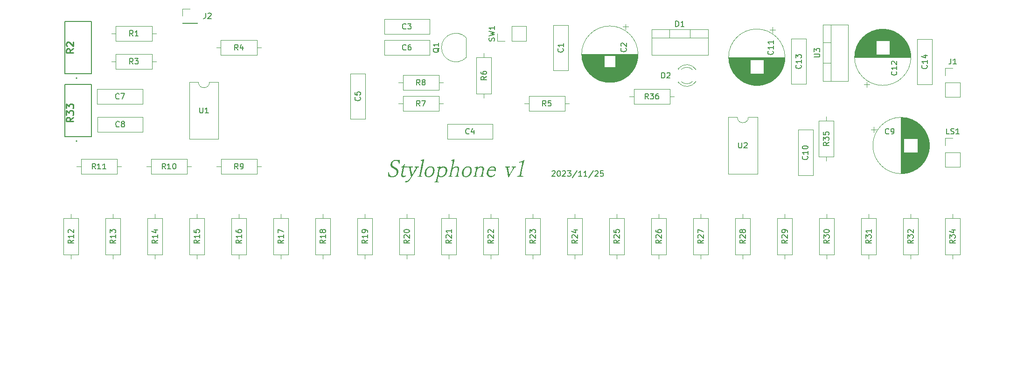
<source format=gto>
%TF.GenerationSoftware,KiCad,Pcbnew,7.0.7*%
%TF.CreationDate,2023-11-25T21:21:33+09:00*%
%TF.ProjectId,StylophoneV1,5374796c-6f70-4686-9f6e-6556312e6b69,rev?*%
%TF.SameCoordinates,Original*%
%TF.FileFunction,Legend,Top*%
%TF.FilePolarity,Positive*%
%FSLAX46Y46*%
G04 Gerber Fmt 4.6, Leading zero omitted, Abs format (unit mm)*
G04 Created by KiCad (PCBNEW 7.0.7) date 2023-11-25 21:21:33*
%MOMM*%
%LPD*%
G01*
G04 APERTURE LIST*
%ADD10C,0.150000*%
%ADD11C,0.500000*%
%ADD12C,0.254000*%
%ADD13C,0.120000*%
%ADD14C,0.200000*%
%ADD15C,3.200000*%
%ADD16R,1.700000X1.700000*%
%ADD17O,1.700000X1.700000*%
%ADD18O,2.000000X1.905000*%
%ADD19R,2.000000X1.905000*%
%ADD20O,1.600000X1.600000*%
%ADD21R,1.600000X1.600000*%
%ADD22C,1.600000*%
%ADD23C,1.240000*%
%ADD24O,1.500000X1.050000*%
%ADD25R,1.500000X1.050000*%
%ADD26C,1.800000*%
%ADD27R,1.800000X1.800000*%
%ADD28O,2.000000X2.000000*%
%ADD29R,2.000000X2.000000*%
%ADD30C,2.000000*%
G04 APERTURE END LIST*
D10*
X155864160Y-94850057D02*
X155911779Y-94802438D01*
X155911779Y-94802438D02*
X156007017Y-94754819D01*
X156007017Y-94754819D02*
X156245112Y-94754819D01*
X156245112Y-94754819D02*
X156340350Y-94802438D01*
X156340350Y-94802438D02*
X156387969Y-94850057D01*
X156387969Y-94850057D02*
X156435588Y-94945295D01*
X156435588Y-94945295D02*
X156435588Y-95040533D01*
X156435588Y-95040533D02*
X156387969Y-95183390D01*
X156387969Y-95183390D02*
X155816541Y-95754819D01*
X155816541Y-95754819D02*
X156435588Y-95754819D01*
X157054636Y-94754819D02*
X157149874Y-94754819D01*
X157149874Y-94754819D02*
X157245112Y-94802438D01*
X157245112Y-94802438D02*
X157292731Y-94850057D01*
X157292731Y-94850057D02*
X157340350Y-94945295D01*
X157340350Y-94945295D02*
X157387969Y-95135771D01*
X157387969Y-95135771D02*
X157387969Y-95373866D01*
X157387969Y-95373866D02*
X157340350Y-95564342D01*
X157340350Y-95564342D02*
X157292731Y-95659580D01*
X157292731Y-95659580D02*
X157245112Y-95707200D01*
X157245112Y-95707200D02*
X157149874Y-95754819D01*
X157149874Y-95754819D02*
X157054636Y-95754819D01*
X157054636Y-95754819D02*
X156959398Y-95707200D01*
X156959398Y-95707200D02*
X156911779Y-95659580D01*
X156911779Y-95659580D02*
X156864160Y-95564342D01*
X156864160Y-95564342D02*
X156816541Y-95373866D01*
X156816541Y-95373866D02*
X156816541Y-95135771D01*
X156816541Y-95135771D02*
X156864160Y-94945295D01*
X156864160Y-94945295D02*
X156911779Y-94850057D01*
X156911779Y-94850057D02*
X156959398Y-94802438D01*
X156959398Y-94802438D02*
X157054636Y-94754819D01*
X157768922Y-94850057D02*
X157816541Y-94802438D01*
X157816541Y-94802438D02*
X157911779Y-94754819D01*
X157911779Y-94754819D02*
X158149874Y-94754819D01*
X158149874Y-94754819D02*
X158245112Y-94802438D01*
X158245112Y-94802438D02*
X158292731Y-94850057D01*
X158292731Y-94850057D02*
X158340350Y-94945295D01*
X158340350Y-94945295D02*
X158340350Y-95040533D01*
X158340350Y-95040533D02*
X158292731Y-95183390D01*
X158292731Y-95183390D02*
X157721303Y-95754819D01*
X157721303Y-95754819D02*
X158340350Y-95754819D01*
X158673684Y-94754819D02*
X159292731Y-94754819D01*
X159292731Y-94754819D02*
X158959398Y-95135771D01*
X158959398Y-95135771D02*
X159102255Y-95135771D01*
X159102255Y-95135771D02*
X159197493Y-95183390D01*
X159197493Y-95183390D02*
X159245112Y-95231009D01*
X159245112Y-95231009D02*
X159292731Y-95326247D01*
X159292731Y-95326247D02*
X159292731Y-95564342D01*
X159292731Y-95564342D02*
X159245112Y-95659580D01*
X159245112Y-95659580D02*
X159197493Y-95707200D01*
X159197493Y-95707200D02*
X159102255Y-95754819D01*
X159102255Y-95754819D02*
X158816541Y-95754819D01*
X158816541Y-95754819D02*
X158721303Y-95707200D01*
X158721303Y-95707200D02*
X158673684Y-95659580D01*
X160435588Y-94707200D02*
X159578446Y-95992914D01*
X161292731Y-95754819D02*
X160721303Y-95754819D01*
X161007017Y-95754819D02*
X161007017Y-94754819D01*
X161007017Y-94754819D02*
X160911779Y-94897676D01*
X160911779Y-94897676D02*
X160816541Y-94992914D01*
X160816541Y-94992914D02*
X160721303Y-95040533D01*
X162245112Y-95754819D02*
X161673684Y-95754819D01*
X161959398Y-95754819D02*
X161959398Y-94754819D01*
X161959398Y-94754819D02*
X161864160Y-94897676D01*
X161864160Y-94897676D02*
X161768922Y-94992914D01*
X161768922Y-94992914D02*
X161673684Y-95040533D01*
X163387969Y-94707200D02*
X162530827Y-95992914D01*
X163673684Y-94850057D02*
X163721303Y-94802438D01*
X163721303Y-94802438D02*
X163816541Y-94754819D01*
X163816541Y-94754819D02*
X164054636Y-94754819D01*
X164054636Y-94754819D02*
X164149874Y-94802438D01*
X164149874Y-94802438D02*
X164197493Y-94850057D01*
X164197493Y-94850057D02*
X164245112Y-94945295D01*
X164245112Y-94945295D02*
X164245112Y-95040533D01*
X164245112Y-95040533D02*
X164197493Y-95183390D01*
X164197493Y-95183390D02*
X163626065Y-95754819D01*
X163626065Y-95754819D02*
X164245112Y-95754819D01*
X165149874Y-94754819D02*
X164673684Y-94754819D01*
X164673684Y-94754819D02*
X164626065Y-95231009D01*
X164626065Y-95231009D02*
X164673684Y-95183390D01*
X164673684Y-95183390D02*
X164768922Y-95135771D01*
X164768922Y-95135771D02*
X165007017Y-95135771D01*
X165007017Y-95135771D02*
X165102255Y-95183390D01*
X165102255Y-95183390D02*
X165149874Y-95231009D01*
X165149874Y-95231009D02*
X165197493Y-95326247D01*
X165197493Y-95326247D02*
X165197493Y-95564342D01*
X165197493Y-95564342D02*
X165149874Y-95659580D01*
X165149874Y-95659580D02*
X165102255Y-95707200D01*
X165102255Y-95707200D02*
X165007017Y-95754819D01*
X165007017Y-95754819D02*
X164768922Y-95754819D01*
X164768922Y-95754819D02*
X164673684Y-95707200D01*
X164673684Y-95707200D02*
X164626065Y-95659580D01*
D11*
G36*
X128291618Y-92821165D02*
G01*
X128285164Y-92864885D01*
X128278807Y-92908486D01*
X128272548Y-92951966D01*
X128266385Y-92995325D01*
X128260320Y-93038565D01*
X128254352Y-93081684D01*
X128248482Y-93124683D01*
X128242709Y-93167562D01*
X128237033Y-93210321D01*
X128231455Y-93252960D01*
X128225973Y-93295478D01*
X128220590Y-93337876D01*
X128215303Y-93380154D01*
X128210114Y-93422311D01*
X128205022Y-93464349D01*
X128200027Y-93506266D01*
X128198562Y-93520921D01*
X128184892Y-93547951D01*
X128158965Y-93564221D01*
X128128220Y-93571479D01*
X128116496Y-93571479D01*
X128086043Y-93565158D01*
X128066350Y-93541391D01*
X128063007Y-93517990D01*
X128062793Y-93480492D01*
X128061233Y-93444202D01*
X128058327Y-93409119D01*
X128054077Y-93375245D01*
X128048481Y-93342579D01*
X128041541Y-93311120D01*
X128033254Y-93280869D01*
X128023623Y-93251826D01*
X128012646Y-93223991D01*
X128000325Y-93197364D01*
X127979319Y-93159688D01*
X127955287Y-93124729D01*
X127928229Y-93092488D01*
X127898143Y-93062965D01*
X127872085Y-93041490D01*
X127844468Y-93022127D01*
X127815293Y-93004877D01*
X127784559Y-92989738D01*
X127752267Y-92976712D01*
X127718416Y-92965799D01*
X127683007Y-92956997D01*
X127646039Y-92950308D01*
X127607513Y-92945732D01*
X127567428Y-92943267D01*
X127539839Y-92942798D01*
X127503895Y-92943485D01*
X127468787Y-92945546D01*
X127434515Y-92948980D01*
X127401079Y-92953789D01*
X127368478Y-92959971D01*
X127336713Y-92967527D01*
X127305784Y-92976458D01*
X127275690Y-92986762D01*
X127246433Y-92998439D01*
X127218011Y-93011491D01*
X127190425Y-93025917D01*
X127163674Y-93041716D01*
X127137760Y-93058890D01*
X127112681Y-93077437D01*
X127088438Y-93097358D01*
X127065031Y-93118653D01*
X127039404Y-93144447D01*
X127015555Y-93171272D01*
X126993483Y-93199127D01*
X126973188Y-93228012D01*
X126954671Y-93257928D01*
X126937931Y-93288875D01*
X126922969Y-93320851D01*
X126909784Y-93353859D01*
X126898377Y-93387896D01*
X126888747Y-93422964D01*
X126883314Y-93446915D01*
X126876743Y-93482698D01*
X126872143Y-93517231D01*
X126869513Y-93550515D01*
X126868854Y-93582550D01*
X126870166Y-93613335D01*
X126873448Y-93642871D01*
X126880890Y-93680309D01*
X126891835Y-93715526D01*
X126906284Y-93748522D01*
X126914822Y-93764187D01*
X126930705Y-93789670D01*
X126949228Y-93815011D01*
X126970392Y-93840211D01*
X126994197Y-93865269D01*
X127020641Y-93890185D01*
X127049727Y-93914960D01*
X127081452Y-93939593D01*
X127115818Y-93964084D01*
X127152825Y-93988434D01*
X127178962Y-94004588D01*
X127206274Y-94020679D01*
X127220369Y-94028702D01*
X127406482Y-94132016D01*
X127448059Y-94155693D01*
X127487976Y-94179094D01*
X127526232Y-94202221D01*
X127562828Y-94225073D01*
X127597765Y-94247650D01*
X127631041Y-94269952D01*
X127662657Y-94291980D01*
X127692613Y-94313733D01*
X127720909Y-94335211D01*
X127747545Y-94356414D01*
X127772520Y-94377343D01*
X127795836Y-94397997D01*
X127817492Y-94418376D01*
X127846862Y-94448429D01*
X127872498Y-94477864D01*
X127895579Y-94507749D01*
X127916645Y-94538234D01*
X127935696Y-94569321D01*
X127952732Y-94601008D01*
X127967752Y-94633297D01*
X127980758Y-94666187D01*
X127991749Y-94699678D01*
X128000725Y-94733770D01*
X128007686Y-94768463D01*
X128012632Y-94803757D01*
X128015563Y-94839652D01*
X128016479Y-94876148D01*
X128015380Y-94913245D01*
X128012266Y-94950943D01*
X128007137Y-94989243D01*
X127999993Y-95028143D01*
X127989514Y-95075089D01*
X127977679Y-95120856D01*
X127964487Y-95165444D01*
X127949938Y-95208852D01*
X127934033Y-95251082D01*
X127916771Y-95292132D01*
X127898152Y-95332002D01*
X127878176Y-95370694D01*
X127856844Y-95408206D01*
X127834155Y-95444539D01*
X127810110Y-95479693D01*
X127784708Y-95513668D01*
X127757949Y-95546463D01*
X127729833Y-95578079D01*
X127700361Y-95608516D01*
X127669532Y-95637773D01*
X127630583Y-95671490D01*
X127589939Y-95703032D01*
X127547601Y-95732398D01*
X127503569Y-95759590D01*
X127457842Y-95784605D01*
X127410421Y-95807446D01*
X127361305Y-95828111D01*
X127310495Y-95846601D01*
X127257990Y-95862916D01*
X127203791Y-95877055D01*
X127147898Y-95889019D01*
X127090310Y-95898808D01*
X127060881Y-95902887D01*
X127031028Y-95906421D01*
X127000751Y-95909412D01*
X126970051Y-95911860D01*
X126938927Y-95913763D01*
X126907380Y-95915123D01*
X126875409Y-95915938D01*
X126843014Y-95916210D01*
X126798907Y-95915635D01*
X126754881Y-95913909D01*
X126710934Y-95911032D01*
X126667068Y-95907005D01*
X126623281Y-95901828D01*
X126579575Y-95895499D01*
X126535949Y-95888020D01*
X126492404Y-95879391D01*
X126448938Y-95869610D01*
X126405552Y-95858680D01*
X126362247Y-95846598D01*
X126319022Y-95833366D01*
X126275877Y-95818983D01*
X126232812Y-95803450D01*
X126189827Y-95786766D01*
X126146922Y-95768932D01*
X126143513Y-95732124D01*
X126140431Y-95694606D01*
X126137674Y-95656378D01*
X126135244Y-95617440D01*
X126133140Y-95577793D01*
X126131363Y-95537435D01*
X126129912Y-95496368D01*
X126128787Y-95454591D01*
X126127988Y-95412104D01*
X126127516Y-95368908D01*
X126127370Y-95325001D01*
X126127551Y-95280385D01*
X126128057Y-95235059D01*
X126128890Y-95189023D01*
X126130049Y-95142277D01*
X126131535Y-95094822D01*
X126132267Y-95075771D01*
X126147935Y-95048622D01*
X126176100Y-95033166D01*
X126195282Y-95028143D01*
X126220928Y-95025212D01*
X126250720Y-95034188D01*
X126268590Y-95058597D01*
X126272951Y-95072107D01*
X126279019Y-95114330D01*
X126286232Y-95155272D01*
X126294590Y-95194931D01*
X126304092Y-95233307D01*
X126314740Y-95270402D01*
X126326532Y-95306214D01*
X126339469Y-95340744D01*
X126353551Y-95373991D01*
X126368779Y-95405956D01*
X126385150Y-95436639D01*
X126402667Y-95466040D01*
X126421329Y-95494159D01*
X126441135Y-95520995D01*
X126462087Y-95546549D01*
X126484183Y-95570820D01*
X126507424Y-95593810D01*
X126538751Y-95621308D01*
X126571455Y-95646102D01*
X126605538Y-95668192D01*
X126640999Y-95687576D01*
X126677838Y-95704256D01*
X126716055Y-95718230D01*
X126755650Y-95729500D01*
X126796623Y-95738066D01*
X126838975Y-95743926D01*
X126882705Y-95747082D01*
X126912623Y-95747683D01*
X126955534Y-95746856D01*
X126997437Y-95744374D01*
X127038332Y-95740238D01*
X127078220Y-95734448D01*
X127117100Y-95727003D01*
X127154973Y-95717904D01*
X127191839Y-95707151D01*
X127227697Y-95694743D01*
X127262547Y-95680681D01*
X127296390Y-95664964D01*
X127329225Y-95647594D01*
X127361053Y-95628568D01*
X127391874Y-95607889D01*
X127421687Y-95585555D01*
X127450492Y-95561567D01*
X127478290Y-95535924D01*
X127507622Y-95506264D01*
X127534893Y-95475534D01*
X127560104Y-95443736D01*
X127583253Y-95410868D01*
X127604342Y-95376931D01*
X127623370Y-95341926D01*
X127640337Y-95305851D01*
X127655244Y-95268707D01*
X127668089Y-95230494D01*
X127678874Y-95191213D01*
X127684919Y-95164431D01*
X127691210Y-95130977D01*
X127695979Y-95098210D01*
X127699225Y-95066131D01*
X127700948Y-95034738D01*
X127701148Y-95004032D01*
X127699826Y-94974013D01*
X127696981Y-94944681D01*
X127689858Y-94901971D01*
X127679309Y-94860806D01*
X127665335Y-94821188D01*
X127647934Y-94783114D01*
X127627107Y-94746587D01*
X127602854Y-94711605D01*
X127581797Y-94685392D01*
X127557920Y-94658960D01*
X127531222Y-94632309D01*
X127501703Y-94605439D01*
X127469363Y-94578350D01*
X127446237Y-94560169D01*
X127421856Y-94541891D01*
X127396222Y-94523516D01*
X127369334Y-94505043D01*
X127341193Y-94486473D01*
X127311798Y-94467806D01*
X127281149Y-94449041D01*
X127249247Y-94430179D01*
X127232826Y-94420711D01*
X127074556Y-94329853D01*
X127038816Y-94309291D01*
X127004501Y-94288820D01*
X126971611Y-94268441D01*
X126940146Y-94248154D01*
X126910107Y-94227958D01*
X126881494Y-94207854D01*
X126854306Y-94187841D01*
X126828543Y-94167920D01*
X126804205Y-94148090D01*
X126781293Y-94128353D01*
X126749598Y-94098918D01*
X126721109Y-94069689D01*
X126695828Y-94040666D01*
X126673754Y-94011849D01*
X126656057Y-93985751D01*
X126639968Y-93959115D01*
X126625488Y-93931941D01*
X126612617Y-93904229D01*
X126601354Y-93875979D01*
X126591700Y-93847191D01*
X126583654Y-93817865D01*
X126577217Y-93788000D01*
X126572388Y-93757598D01*
X126569168Y-93726657D01*
X126567557Y-93695178D01*
X126567554Y-93663162D01*
X126569160Y-93630607D01*
X126572374Y-93597514D01*
X126577197Y-93563883D01*
X126583628Y-93529713D01*
X126593254Y-93487796D01*
X126604545Y-93446858D01*
X126617503Y-93406898D01*
X126632126Y-93367918D01*
X126648415Y-93329916D01*
X126666369Y-93292893D01*
X126685990Y-93256849D01*
X126707276Y-93221784D01*
X126730228Y-93187698D01*
X126754846Y-93154591D01*
X126781130Y-93122462D01*
X126809080Y-93091313D01*
X126838695Y-93061142D01*
X126869976Y-93031950D01*
X126902923Y-93003737D01*
X126937536Y-92976503D01*
X126971651Y-92952014D01*
X127006584Y-92929105D01*
X127042336Y-92907776D01*
X127078907Y-92888026D01*
X127116296Y-92869857D01*
X127154504Y-92853268D01*
X127193530Y-92838258D01*
X127233375Y-92824829D01*
X127274039Y-92812979D01*
X127315521Y-92802709D01*
X127357822Y-92794020D01*
X127400941Y-92786910D01*
X127444879Y-92781380D01*
X127489636Y-92777430D01*
X127535211Y-92775060D01*
X127581605Y-92774270D01*
X127613444Y-92774496D01*
X127644665Y-92775172D01*
X127675268Y-92776299D01*
X127705252Y-92777877D01*
X127734619Y-92779905D01*
X127772812Y-92783311D01*
X127809907Y-92787519D01*
X127845902Y-92792528D01*
X127880798Y-92798338D01*
X127889351Y-92799916D01*
X127920068Y-92804896D01*
X127951403Y-92809212D01*
X127983357Y-92812864D01*
X128015929Y-92815853D01*
X128049120Y-92818177D01*
X128082928Y-92819837D01*
X128117355Y-92820833D01*
X128152400Y-92821165D01*
X128185831Y-92821165D01*
X128215834Y-92821165D01*
X128246539Y-92821165D01*
X128277944Y-92821165D01*
X128291618Y-92821165D01*
G37*
G36*
X128783279Y-94170851D02*
G01*
X128551737Y-94174515D01*
X128520367Y-94169706D01*
X128496997Y-94150171D01*
X128491014Y-94119742D01*
X128493852Y-94097578D01*
X128504445Y-94068785D01*
X128525597Y-94045629D01*
X128553077Y-94032743D01*
X128567857Y-94029434D01*
X128597533Y-94021882D01*
X128626384Y-94012965D01*
X128654411Y-94002683D01*
X128681613Y-93991035D01*
X128707991Y-93978022D01*
X128733545Y-93963643D01*
X128758275Y-93947900D01*
X128782180Y-93930791D01*
X128805261Y-93912316D01*
X128827518Y-93892477D01*
X128841898Y-93878492D01*
X128868264Y-93850958D01*
X128887544Y-93828308D01*
X128906398Y-93803946D01*
X128924827Y-93777870D01*
X128942831Y-93750081D01*
X128960410Y-93720580D01*
X128977564Y-93689365D01*
X128994293Y-93656438D01*
X129010597Y-93621797D01*
X129026476Y-93585443D01*
X129031674Y-93572944D01*
X129047917Y-93547442D01*
X129073749Y-93531385D01*
X129105195Y-93525009D01*
X129117404Y-93524584D01*
X129147216Y-93528196D01*
X129172358Y-93543452D01*
X129182891Y-93574407D01*
X129180418Y-93600055D01*
X129170561Y-93637459D01*
X129162732Y-93667720D01*
X129154529Y-93699875D01*
X129145953Y-93733924D01*
X129137004Y-93769865D01*
X129127681Y-93807700D01*
X129117985Y-93847428D01*
X129107915Y-93889050D01*
X129100994Y-93917850D01*
X129093907Y-93947491D01*
X129086654Y-93977974D01*
X129082965Y-93993531D01*
X129127645Y-93993482D01*
X129170824Y-93993336D01*
X129212504Y-93993093D01*
X129252684Y-93992752D01*
X129291364Y-93992314D01*
X129328544Y-93991779D01*
X129364224Y-93991146D01*
X129398405Y-93990416D01*
X129431086Y-93989589D01*
X129462267Y-93988665D01*
X129491948Y-93987643D01*
X129533658Y-93985928D01*
X129571993Y-93983994D01*
X129606954Y-93981841D01*
X129617857Y-93981074D01*
X129646780Y-93986870D01*
X129664054Y-94011735D01*
X129662554Y-94040425D01*
X129620055Y-94126887D01*
X129602367Y-94153231D01*
X129574580Y-94167416D01*
X129550446Y-94170118D01*
X129520715Y-94168678D01*
X129487300Y-94167379D01*
X129450201Y-94166222D01*
X129409419Y-94165207D01*
X129364953Y-94164333D01*
X129333262Y-94163829D01*
X129299935Y-94163388D01*
X129264970Y-94163011D01*
X129228368Y-94162696D01*
X129190128Y-94162444D01*
X129150252Y-94162255D01*
X129108738Y-94162129D01*
X129065587Y-94162066D01*
X129043398Y-94162058D01*
X128825778Y-95168094D01*
X128817380Y-95209828D01*
X128809955Y-95249668D01*
X128803504Y-95287612D01*
X128798025Y-95323662D01*
X128793520Y-95357817D01*
X128789988Y-95390077D01*
X128787430Y-95420442D01*
X128785416Y-95462437D01*
X128785592Y-95500169D01*
X128787958Y-95533638D01*
X128792513Y-95562843D01*
X128801993Y-95595152D01*
X128808192Y-95608464D01*
X128824943Y-95637595D01*
X128846346Y-95661787D01*
X128872399Y-95681043D01*
X128903103Y-95695361D01*
X128938459Y-95704742D01*
X128970092Y-95708692D01*
X128995771Y-95709581D01*
X129027999Y-95708679D01*
X129059286Y-95705974D01*
X129089634Y-95701466D01*
X129119041Y-95695155D01*
X129147508Y-95687041D01*
X129184001Y-95673417D01*
X129218823Y-95656587D01*
X129251973Y-95636551D01*
X129283452Y-95613310D01*
X129291060Y-95606999D01*
X129317530Y-95592134D01*
X129340886Y-95587948D01*
X129369790Y-95595956D01*
X129387780Y-95610662D01*
X129403848Y-95635435D01*
X129406099Y-95661953D01*
X129393416Y-95688536D01*
X129379720Y-95703719D01*
X129351585Y-95729450D01*
X129323232Y-95753522D01*
X129294661Y-95775933D01*
X129265873Y-95796684D01*
X129236867Y-95815775D01*
X129207644Y-95833206D01*
X129178203Y-95848977D01*
X129148545Y-95863087D01*
X129118669Y-95875538D01*
X129088575Y-95886329D01*
X129058264Y-95895459D01*
X129027736Y-95902930D01*
X128996990Y-95908740D01*
X128966026Y-95912890D01*
X128934845Y-95915380D01*
X128903447Y-95916210D01*
X128873434Y-95915569D01*
X128830582Y-95912203D01*
X128790332Y-95905952D01*
X128752684Y-95896816D01*
X128717637Y-95884795D01*
X128685192Y-95869888D01*
X128655350Y-95852096D01*
X128628108Y-95831420D01*
X128603469Y-95807858D01*
X128581431Y-95781411D01*
X128561995Y-95752079D01*
X128546056Y-95721757D01*
X128532861Y-95688770D01*
X128522409Y-95653116D01*
X128514700Y-95614795D01*
X128509735Y-95573809D01*
X128507513Y-95530157D01*
X128507556Y-95499574D01*
X128508818Y-95467806D01*
X128511300Y-95434853D01*
X128515001Y-95400716D01*
X128519921Y-95365393D01*
X128526060Y-95328885D01*
X128533419Y-95291193D01*
X128540733Y-95256541D01*
X128548935Y-95218258D01*
X128558026Y-95176342D01*
X128564581Y-95146380D01*
X128571530Y-95114804D01*
X128578875Y-95081614D01*
X128586614Y-95046809D01*
X128594748Y-95010390D01*
X128603278Y-94972357D01*
X128612202Y-94932710D01*
X128621522Y-94891448D01*
X128631236Y-94848572D01*
X128641345Y-94804081D01*
X128651850Y-94757977D01*
X128657250Y-94734319D01*
X128783279Y-94170851D01*
G37*
G36*
X130581853Y-93997652D02*
G01*
X130606143Y-94016779D01*
X130610494Y-94047691D01*
X130608506Y-94059476D01*
X130597415Y-94089415D01*
X130575463Y-94111108D01*
X130546640Y-94120610D01*
X130543293Y-94121025D01*
X130506575Y-94124421D01*
X130472805Y-94128564D01*
X130441986Y-94133455D01*
X130405481Y-94141137D01*
X130374220Y-94150147D01*
X130342517Y-94163277D01*
X130315289Y-94181773D01*
X130303691Y-94195764D01*
X130291114Y-94223484D01*
X130289036Y-94231667D01*
X130286057Y-94266881D01*
X130286561Y-94299259D01*
X130289057Y-94338757D01*
X130292236Y-94373055D01*
X130296536Y-94411358D01*
X130301956Y-94453666D01*
X130306192Y-94484097D01*
X130310926Y-94516309D01*
X130316158Y-94550300D01*
X130321888Y-94586073D01*
X130324940Y-94604626D01*
X130420928Y-95155638D01*
X130428467Y-95198140D01*
X130435697Y-95238542D01*
X130442618Y-95276845D01*
X130449229Y-95313049D01*
X130455532Y-95347153D01*
X130461525Y-95379157D01*
X130467210Y-95409063D01*
X130474308Y-95445670D01*
X130480857Y-95478546D01*
X130485408Y-95500753D01*
X130501746Y-95473003D01*
X130518612Y-95444158D01*
X130536007Y-95414219D01*
X130553929Y-95383185D01*
X130572380Y-95351055D01*
X130591359Y-95317831D01*
X130610865Y-95283513D01*
X130630900Y-95248099D01*
X130651463Y-95211591D01*
X130672554Y-95173988D01*
X130686908Y-95148311D01*
X130997585Y-94600963D01*
X131014713Y-94571413D01*
X131030924Y-94542848D01*
X131046220Y-94515268D01*
X131060600Y-94488672D01*
X131080452Y-94450624D01*
X131098244Y-94414792D01*
X131113974Y-94381175D01*
X131127644Y-94349774D01*
X131139253Y-94320588D01*
X131151527Y-94285119D01*
X131160136Y-94253589D01*
X131161716Y-94246322D01*
X131166164Y-94216569D01*
X131166113Y-94186971D01*
X131153650Y-94160043D01*
X131129715Y-94141152D01*
X131123614Y-94138611D01*
X131093218Y-94130986D01*
X131060818Y-94126079D01*
X131029928Y-94122743D01*
X131010041Y-94121025D01*
X130979716Y-94114442D01*
X130962405Y-94089163D01*
X130963082Y-94057762D01*
X130963879Y-94053614D01*
X130973958Y-94024570D01*
X130994620Y-94001980D01*
X131024459Y-93993589D01*
X131027627Y-93993531D01*
X131060914Y-93993531D01*
X131091843Y-93993531D01*
X131124504Y-93993531D01*
X131155142Y-93993531D01*
X131189786Y-93993531D01*
X131208611Y-93993531D01*
X131240433Y-93993531D01*
X131270503Y-93993531D01*
X131303372Y-93993531D01*
X131333856Y-93993531D01*
X131358087Y-93993531D01*
X131388725Y-93993531D01*
X131423733Y-93993531D01*
X131460524Y-93993531D01*
X131493241Y-93993531D01*
X131530351Y-93993531D01*
X131571852Y-93993531D01*
X131601960Y-93993531D01*
X131634020Y-93993531D01*
X131668032Y-93993531D01*
X131697936Y-93997377D01*
X131721856Y-94015229D01*
X131725863Y-94047627D01*
X131724452Y-94055080D01*
X131714090Y-94084530D01*
X131693739Y-94107056D01*
X131664087Y-94118848D01*
X131653377Y-94120293D01*
X131619800Y-94125895D01*
X131587761Y-94134003D01*
X131557260Y-94144614D01*
X131528298Y-94157730D01*
X131500874Y-94173351D01*
X131474989Y-94191476D01*
X131465066Y-94199427D01*
X131439402Y-94225098D01*
X131413900Y-94256222D01*
X131391873Y-94285740D01*
X131367360Y-94320553D01*
X131349637Y-94346702D01*
X131330810Y-94375204D01*
X131310877Y-94406059D01*
X131289840Y-94439266D01*
X131267698Y-94474827D01*
X131244451Y-94512740D01*
X131220099Y-94553005D01*
X131194642Y-94595624D01*
X131181500Y-94617815D01*
X130722812Y-95387913D01*
X130707824Y-95413486D01*
X130678320Y-95463649D01*
X130649446Y-95512502D01*
X130621202Y-95560043D01*
X130593587Y-95606274D01*
X130566602Y-95651194D01*
X130540246Y-95694802D01*
X130514521Y-95737100D01*
X130489425Y-95778087D01*
X130464959Y-95817763D01*
X130441122Y-95856129D01*
X130417915Y-95893183D01*
X130395338Y-95928926D01*
X130373390Y-95963359D01*
X130352073Y-95996481D01*
X130331384Y-96028291D01*
X130321277Y-96043705D01*
X130287309Y-96096449D01*
X130253551Y-96147518D01*
X130220001Y-96196913D01*
X130186661Y-96244633D01*
X130153529Y-96290679D01*
X130120606Y-96335050D01*
X130087892Y-96377748D01*
X130055388Y-96418770D01*
X130023092Y-96458119D01*
X129991005Y-96495793D01*
X129959127Y-96531792D01*
X129927458Y-96566118D01*
X129895998Y-96598768D01*
X129864747Y-96629745D01*
X129833704Y-96659047D01*
X129802871Y-96686674D01*
X129772247Y-96712627D01*
X129741831Y-96736906D01*
X129711625Y-96759511D01*
X129681627Y-96780441D01*
X129651839Y-96799696D01*
X129622259Y-96817277D01*
X129592889Y-96833184D01*
X129563727Y-96847417D01*
X129534774Y-96859975D01*
X129506030Y-96870858D01*
X129477495Y-96880067D01*
X129449169Y-96887602D01*
X129393144Y-96897649D01*
X129337955Y-96900997D01*
X129302784Y-96899188D01*
X129273108Y-96893762D01*
X129243742Y-96881891D01*
X129219837Y-96860184D01*
X129208296Y-96830336D01*
X129208125Y-96799245D01*
X129210460Y-96785226D01*
X129220383Y-96753169D01*
X129233967Y-96725692D01*
X129252239Y-96698215D01*
X129271048Y-96675317D01*
X129293112Y-96652419D01*
X129307913Y-96638681D01*
X129330825Y-96619683D01*
X129357753Y-96601135D01*
X129384062Y-96587225D01*
X129413975Y-96576857D01*
X129443047Y-96572799D01*
X129447131Y-96572735D01*
X129478112Y-96574899D01*
X129506873Y-96580684D01*
X129530662Y-96588122D01*
X129559499Y-96596187D01*
X129588694Y-96599983D01*
X129606866Y-96600579D01*
X129639374Y-96593952D01*
X129666286Y-96581104D01*
X129696275Y-96561494D01*
X129722481Y-96540938D01*
X129750657Y-96516054D01*
X129773081Y-96494551D01*
X129796613Y-96470613D01*
X129804703Y-96462093D01*
X129833171Y-96432575D01*
X129861787Y-96401723D01*
X129890552Y-96369537D01*
X129919467Y-96336018D01*
X129948530Y-96301165D01*
X129977741Y-96264978D01*
X130007102Y-96227457D01*
X130036612Y-96188602D01*
X130066270Y-96148414D01*
X130096077Y-96106891D01*
X130126033Y-96064035D01*
X130156138Y-96019846D01*
X130186392Y-95974322D01*
X130216794Y-95927464D01*
X130247345Y-95879273D01*
X130278046Y-95829748D01*
X130272779Y-95799432D01*
X130267687Y-95769602D01*
X130262696Y-95740099D01*
X130257025Y-95706375D01*
X130251999Y-95676356D01*
X130246538Y-95643635D01*
X130239875Y-95608464D01*
X130233441Y-95574392D01*
X130227235Y-95541420D01*
X130221259Y-95509546D01*
X130215512Y-95478771D01*
X130209993Y-95449096D01*
X130203417Y-95413547D01*
X130199644Y-95393042D01*
X130055296Y-94611953D01*
X130047242Y-94568322D01*
X130039382Y-94527003D01*
X130031717Y-94487996D01*
X130024247Y-94451303D01*
X130016971Y-94416922D01*
X130009890Y-94384853D01*
X130003003Y-94355098D01*
X129993038Y-94314801D01*
X129983512Y-94279707D01*
X129974423Y-94249817D01*
X129962985Y-94218057D01*
X129949783Y-94191367D01*
X129928260Y-94169218D01*
X129900044Y-94153247D01*
X129869644Y-94142063D01*
X129840816Y-94134506D01*
X129807980Y-94128187D01*
X129771138Y-94123103D01*
X129751214Y-94121025D01*
X129723379Y-94109791D01*
X129707167Y-94084787D01*
X129707983Y-94054347D01*
X129718061Y-94024948D01*
X129738723Y-94002083D01*
X129768562Y-93993590D01*
X129771730Y-93993531D01*
X129814520Y-93993531D01*
X129854780Y-93993531D01*
X129892510Y-93993531D01*
X129927710Y-93993531D01*
X129960379Y-93993531D01*
X129990518Y-93993531D01*
X130030983Y-93993531D01*
X130065755Y-93993531D01*
X130103261Y-93993531D01*
X130135912Y-93993531D01*
X130152749Y-93993531D01*
X130187983Y-93993531D01*
X130223383Y-93993531D01*
X130254140Y-93993531D01*
X130288504Y-93993531D01*
X130326474Y-93993531D01*
X130368051Y-93993531D01*
X130397772Y-93993531D01*
X130429096Y-93993531D01*
X130462023Y-93993531D01*
X130496553Y-93993531D01*
X130532686Y-93993531D01*
X130551353Y-93993531D01*
X130581853Y-93997652D01*
G37*
G36*
X131891514Y-95241367D02*
G01*
X132277662Y-93382435D01*
X132285015Y-93346983D01*
X132291870Y-93313169D01*
X132298227Y-93280992D01*
X132304086Y-93250452D01*
X132309447Y-93221550D01*
X132316554Y-93181265D01*
X132322541Y-93144665D01*
X132327408Y-93111748D01*
X132331154Y-93082514D01*
X132334405Y-93049267D01*
X132335668Y-93016916D01*
X132335547Y-93011674D01*
X132328770Y-92982182D01*
X132308445Y-92959075D01*
X132279090Y-92947489D01*
X132244689Y-92944263D01*
X132214647Y-92946461D01*
X132101807Y-92959651D01*
X132078360Y-92961849D01*
X132048772Y-92953883D01*
X132032887Y-92927024D01*
X132032198Y-92894438D01*
X132035861Y-92873921D01*
X132047463Y-92846742D01*
X132071187Y-92826663D01*
X132099613Y-92815516D01*
X132103272Y-92814570D01*
X132138629Y-92804418D01*
X132173626Y-92794111D01*
X132208261Y-92783650D01*
X132242537Y-92773034D01*
X132276451Y-92762263D01*
X132310005Y-92751338D01*
X132343198Y-92740258D01*
X132376031Y-92729024D01*
X132408502Y-92717635D01*
X132440614Y-92706092D01*
X132472364Y-92694394D01*
X132503754Y-92682542D01*
X132534784Y-92670535D01*
X132565452Y-92658373D01*
X132595760Y-92646057D01*
X132625708Y-92633586D01*
X132657078Y-92638074D01*
X132680448Y-92656307D01*
X132686215Y-92688564D01*
X132683593Y-92705394D01*
X132671223Y-92758113D01*
X132658658Y-92812223D01*
X132645898Y-92867725D01*
X132632943Y-92924617D01*
X132626393Y-92953585D01*
X132619794Y-92982900D01*
X132613147Y-93012564D01*
X132606451Y-93042575D01*
X132599706Y-93072934D01*
X132592912Y-93103640D01*
X132586070Y-93134695D01*
X132579180Y-93166097D01*
X132572240Y-93197847D01*
X132565252Y-93229944D01*
X132558215Y-93262390D01*
X132551130Y-93295183D01*
X132543996Y-93328324D01*
X132536813Y-93361813D01*
X132529582Y-93395649D01*
X132522301Y-93429833D01*
X132514973Y-93464365D01*
X132507595Y-93499245D01*
X132500169Y-93534473D01*
X132492695Y-93570048D01*
X132485171Y-93605971D01*
X132477599Y-93642242D01*
X132469979Y-93678860D01*
X132462309Y-93715826D01*
X132143572Y-95247962D01*
X132134433Y-95292741D01*
X132126067Y-95335122D01*
X132118474Y-95375105D01*
X132111653Y-95412688D01*
X132105605Y-95447874D01*
X132100330Y-95480660D01*
X132095828Y-95511049D01*
X132090523Y-95552134D01*
X132086958Y-95587822D01*
X132085131Y-95618114D01*
X132085400Y-95650107D01*
X132090083Y-95676608D01*
X132108310Y-95700467D01*
X132134927Y-95717212D01*
X132165667Y-95728495D01*
X132196873Y-95735733D01*
X132233159Y-95741003D01*
X132241025Y-95741821D01*
X132271564Y-95751945D01*
X132292202Y-95775023D01*
X132295035Y-95806221D01*
X132293782Y-95813628D01*
X132282161Y-95842995D01*
X132259461Y-95862735D01*
X132229808Y-95869261D01*
X132226371Y-95869316D01*
X132195105Y-95867090D01*
X132163954Y-95865082D01*
X132132920Y-95863294D01*
X132102002Y-95861725D01*
X132071199Y-95860375D01*
X132040512Y-95859243D01*
X132009942Y-95858331D01*
X131979487Y-95857638D01*
X131949148Y-95857163D01*
X131918925Y-95856908D01*
X131898841Y-95856859D01*
X131864887Y-95856969D01*
X131830895Y-95857297D01*
X131796864Y-95857845D01*
X131762794Y-95858611D01*
X131728686Y-95859596D01*
X131694539Y-95860801D01*
X131660353Y-95862224D01*
X131626129Y-95863866D01*
X131591866Y-95865727D01*
X131557564Y-95867807D01*
X131534675Y-95869316D01*
X131503505Y-95862947D01*
X131485370Y-95838492D01*
X131485564Y-95808115D01*
X131486315Y-95804103D01*
X131497048Y-95775423D01*
X131517781Y-95753794D01*
X131547864Y-95742554D01*
X131577995Y-95739289D01*
X131614883Y-95733753D01*
X131648016Y-95726866D01*
X131677394Y-95718629D01*
X131708835Y-95706432D01*
X131738820Y-95689010D01*
X131760355Y-95668548D01*
X131779013Y-95637446D01*
X131794429Y-95603060D01*
X131806277Y-95571725D01*
X131818369Y-95535637D01*
X131830706Y-95494797D01*
X131839066Y-95464930D01*
X131847536Y-95432950D01*
X131856114Y-95398858D01*
X131864801Y-95362654D01*
X131873596Y-95324337D01*
X131882501Y-95283908D01*
X131891514Y-95241367D01*
G37*
G36*
X133909311Y-93947847D02*
G01*
X133957991Y-93951479D01*
X134004932Y-93957532D01*
X134050132Y-93966007D01*
X134093592Y-93976904D01*
X134135312Y-93990222D01*
X134175291Y-94005961D01*
X134213531Y-94024122D01*
X134250030Y-94044704D01*
X134284788Y-94067708D01*
X134317807Y-94093133D01*
X134349085Y-94120980D01*
X134378623Y-94151248D01*
X134406421Y-94183937D01*
X134432479Y-94219048D01*
X134456796Y-94256580D01*
X134476437Y-94290961D01*
X134494143Y-94326327D01*
X134509914Y-94362677D01*
X134523750Y-94400012D01*
X134535651Y-94438331D01*
X134545617Y-94477635D01*
X134553648Y-94517924D01*
X134559745Y-94559197D01*
X134563906Y-94601455D01*
X134566133Y-94644697D01*
X134566425Y-94688924D01*
X134564782Y-94734136D01*
X134561205Y-94780332D01*
X134555692Y-94827513D01*
X134548244Y-94875678D01*
X134538862Y-94924829D01*
X134526059Y-94981209D01*
X134511465Y-95036226D01*
X134495079Y-95089881D01*
X134476901Y-95142174D01*
X134456931Y-95193104D01*
X134435169Y-95242672D01*
X134411616Y-95290878D01*
X134386271Y-95337721D01*
X134359135Y-95383202D01*
X134330206Y-95427320D01*
X134299486Y-95470076D01*
X134266974Y-95511469D01*
X134232670Y-95551500D01*
X134196575Y-95590169D01*
X134158688Y-95627475D01*
X134119009Y-95663419D01*
X134082000Y-95694030D01*
X134044431Y-95722667D01*
X134006300Y-95749328D01*
X133967609Y-95774015D01*
X133928356Y-95796727D01*
X133888543Y-95817464D01*
X133848168Y-95836225D01*
X133807233Y-95853012D01*
X133765736Y-95867824D01*
X133723679Y-95880661D01*
X133681060Y-95891524D01*
X133637881Y-95900411D01*
X133594140Y-95907323D01*
X133549839Y-95912260D01*
X133504976Y-95915223D01*
X133459553Y-95916210D01*
X133408617Y-95914982D01*
X133359490Y-95911299D01*
X133312171Y-95905159D01*
X133266662Y-95896564D01*
X133222962Y-95885513D01*
X133181070Y-95872006D01*
X133140988Y-95856044D01*
X133102714Y-95837625D01*
X133066249Y-95816751D01*
X133031594Y-95793421D01*
X132998747Y-95767635D01*
X132967709Y-95739394D01*
X132938480Y-95708696D01*
X132911060Y-95675543D01*
X132885449Y-95639934D01*
X132861646Y-95601870D01*
X132842985Y-95567835D01*
X132826201Y-95532776D01*
X132811294Y-95496692D01*
X132798265Y-95459583D01*
X132787114Y-95421450D01*
X132777841Y-95382292D01*
X132770445Y-95342109D01*
X132764926Y-95300901D01*
X132761285Y-95258669D01*
X132759522Y-95215413D01*
X132759527Y-95213329D01*
X133045309Y-95213329D01*
X133045544Y-95253981D01*
X133047393Y-95293208D01*
X133050856Y-95331009D01*
X133055934Y-95367385D01*
X133062626Y-95402336D01*
X133070932Y-95435861D01*
X133080852Y-95467961D01*
X133092387Y-95498635D01*
X133105536Y-95527884D01*
X133120300Y-95555708D01*
X133142176Y-95590016D01*
X133166590Y-95620949D01*
X133193542Y-95648508D01*
X133223030Y-95672692D01*
X133255057Y-95693502D01*
X133289620Y-95710937D01*
X133326721Y-95724998D01*
X133366359Y-95735684D01*
X133408535Y-95742996D01*
X133438061Y-95745995D01*
X133468716Y-95747495D01*
X133484466Y-95747683D01*
X133520719Y-95746647D01*
X133556388Y-95743538D01*
X133591473Y-95738358D01*
X133625974Y-95731105D01*
X133659891Y-95721780D01*
X133693225Y-95710382D01*
X133725974Y-95696913D01*
X133758140Y-95681371D01*
X133789722Y-95663757D01*
X133820719Y-95644070D01*
X133851133Y-95622312D01*
X133880963Y-95598481D01*
X133910210Y-95572578D01*
X133938872Y-95544602D01*
X133966950Y-95514555D01*
X133994445Y-95482435D01*
X134016807Y-95454434D01*
X134038282Y-95425568D01*
X134058870Y-95395838D01*
X134078571Y-95365244D01*
X134097384Y-95333786D01*
X134115311Y-95301462D01*
X134132349Y-95268275D01*
X134148501Y-95234223D01*
X134163765Y-95199307D01*
X134178142Y-95163526D01*
X134191632Y-95126881D01*
X134204234Y-95089372D01*
X134215949Y-95050998D01*
X134226777Y-95011760D01*
X134236717Y-94971657D01*
X134245771Y-94930690D01*
X134255219Y-94881738D01*
X134263047Y-94834165D01*
X134269255Y-94787971D01*
X134273843Y-94743158D01*
X134276811Y-94699723D01*
X134278160Y-94657669D01*
X134277888Y-94616994D01*
X134275996Y-94577698D01*
X134272484Y-94539783D01*
X134267352Y-94503246D01*
X134260600Y-94468090D01*
X134252228Y-94434313D01*
X134242236Y-94401915D01*
X134230624Y-94370897D01*
X134217392Y-94341259D01*
X134202540Y-94313000D01*
X134180251Y-94277645D01*
X134155425Y-94245767D01*
X134128061Y-94217366D01*
X134098160Y-94192443D01*
X134065722Y-94170998D01*
X134030746Y-94153031D01*
X133993233Y-94138541D01*
X133953183Y-94127528D01*
X133910595Y-94119993D01*
X133880794Y-94116902D01*
X133849865Y-94115357D01*
X133833977Y-94115163D01*
X133798343Y-94116208D01*
X133763246Y-94119342D01*
X133728688Y-94124566D01*
X133694667Y-94131879D01*
X133661185Y-94141281D01*
X133628241Y-94152773D01*
X133595835Y-94166354D01*
X133563967Y-94182025D01*
X133532637Y-94199785D01*
X133501845Y-94219635D01*
X133471591Y-94241573D01*
X133441876Y-94265602D01*
X133412698Y-94291720D01*
X133384059Y-94319927D01*
X133355958Y-94350223D01*
X133328394Y-94382609D01*
X133306207Y-94411060D01*
X133284889Y-94440358D01*
X133264441Y-94470502D01*
X133244863Y-94501495D01*
X133226156Y-94533334D01*
X133208319Y-94566021D01*
X133191351Y-94599554D01*
X133175254Y-94633935D01*
X133160027Y-94669164D01*
X133145670Y-94705239D01*
X133132184Y-94742162D01*
X133119567Y-94779931D01*
X133107820Y-94818549D01*
X133096944Y-94858013D01*
X133086938Y-94898324D01*
X133077801Y-94939483D01*
X133068350Y-94988688D01*
X133060514Y-95036467D01*
X133054291Y-95082820D01*
X133049683Y-95127749D01*
X133046689Y-95171251D01*
X133045309Y-95213329D01*
X132759527Y-95213329D01*
X132759637Y-95171131D01*
X132761629Y-95125825D01*
X132765499Y-95079494D01*
X132771246Y-95032139D01*
X132778871Y-94983759D01*
X132788374Y-94934354D01*
X132800953Y-94879105D01*
X132815427Y-94825097D01*
X132831796Y-94772332D01*
X132850060Y-94720809D01*
X132870219Y-94670529D01*
X132892272Y-94621490D01*
X132916220Y-94573694D01*
X132942063Y-94527140D01*
X132969801Y-94481828D01*
X132999434Y-94437759D01*
X133030961Y-94394931D01*
X133064383Y-94353346D01*
X133099700Y-94313003D01*
X133136912Y-94273902D01*
X133176018Y-94236044D01*
X133217020Y-94199427D01*
X133253960Y-94168816D01*
X133291323Y-94140179D01*
X133329110Y-94113518D01*
X133367321Y-94088831D01*
X133405955Y-94066119D01*
X133445013Y-94045383D01*
X133484494Y-94026621D01*
X133524399Y-94009834D01*
X133564728Y-93995022D01*
X133605480Y-93982185D01*
X133646656Y-93971323D01*
X133688256Y-93962435D01*
X133730279Y-93955523D01*
X133772726Y-93950586D01*
X133815596Y-93947623D01*
X133858890Y-93946636D01*
X133909311Y-93947847D01*
G37*
G36*
X136237693Y-93947864D02*
G01*
X136288068Y-93951547D01*
X136336428Y-93957687D01*
X136382773Y-93966282D01*
X136427103Y-93977333D01*
X136469419Y-93990840D01*
X136509719Y-94006803D01*
X136548004Y-94025221D01*
X136584274Y-94046095D01*
X136618529Y-94069425D01*
X136650769Y-94095211D01*
X136680994Y-94123452D01*
X136709204Y-94154150D01*
X136735399Y-94187303D01*
X136759579Y-94222912D01*
X136781744Y-94260976D01*
X136798711Y-94294347D01*
X136813893Y-94328880D01*
X136827288Y-94364575D01*
X136838897Y-94401431D01*
X136848720Y-94439450D01*
X136856757Y-94478631D01*
X136863008Y-94518974D01*
X136867473Y-94560479D01*
X136870152Y-94603146D01*
X136871045Y-94646976D01*
X136870152Y-94691967D01*
X136867473Y-94738120D01*
X136863008Y-94785436D01*
X136856757Y-94833913D01*
X136848720Y-94883552D01*
X136838897Y-94934354D01*
X136826492Y-94988716D01*
X136812175Y-95041893D01*
X136795946Y-95093886D01*
X136777806Y-95144693D01*
X136757753Y-95194315D01*
X136735788Y-95242753D01*
X136711912Y-95290005D01*
X136686123Y-95336072D01*
X136658422Y-95380955D01*
X136628810Y-95424652D01*
X136597285Y-95467165D01*
X136563849Y-95508493D01*
X136528501Y-95548635D01*
X136491240Y-95587593D01*
X136452068Y-95625366D01*
X136410983Y-95661953D01*
X136373755Y-95692742D01*
X136336073Y-95721545D01*
X136297940Y-95748361D01*
X136259354Y-95773191D01*
X136220317Y-95796034D01*
X136180827Y-95816891D01*
X136140884Y-95835762D01*
X136100490Y-95852646D01*
X136059643Y-95867544D01*
X136018344Y-95880455D01*
X135976593Y-95891380D01*
X135934389Y-95900319D01*
X135891734Y-95907272D01*
X135848626Y-95912237D01*
X135805066Y-95915217D01*
X135761053Y-95916210D01*
X135717865Y-95915420D01*
X135676228Y-95913050D01*
X135636143Y-95909100D01*
X135597609Y-95903571D01*
X135560626Y-95896461D01*
X135525195Y-95887771D01*
X135491315Y-95877502D01*
X135458986Y-95865652D01*
X135428208Y-95852222D01*
X135398982Y-95837213D01*
X135371307Y-95820624D01*
X135345184Y-95802454D01*
X135320612Y-95782705D01*
X135297591Y-95761376D01*
X135276121Y-95738466D01*
X135256203Y-95713977D01*
X135169741Y-96129434D01*
X135163452Y-96159840D01*
X135157405Y-96189418D01*
X135151602Y-96218167D01*
X135140726Y-96273179D01*
X135130822Y-96324876D01*
X135121892Y-96373259D01*
X135113935Y-96418328D01*
X135106951Y-96460082D01*
X135100941Y-96498521D01*
X135095903Y-96533646D01*
X135091839Y-96565457D01*
X135087567Y-96606959D01*
X135085485Y-96641003D01*
X135086114Y-96674794D01*
X135089141Y-96691437D01*
X135107669Y-96717298D01*
X135137224Y-96735725D01*
X135171496Y-96748444D01*
X135205224Y-96756893D01*
X135234202Y-96762223D01*
X135266336Y-96766691D01*
X135301625Y-96770295D01*
X135314089Y-96771304D01*
X135344657Y-96778031D01*
X135361693Y-96803859D01*
X135360405Y-96835943D01*
X135359518Y-96840181D01*
X135349381Y-96869580D01*
X135328492Y-96892445D01*
X135298251Y-96900938D01*
X135295038Y-96900997D01*
X135262220Y-96898771D01*
X135228886Y-96896764D01*
X135195038Y-96894976D01*
X135160674Y-96893407D01*
X135125795Y-96892057D01*
X135090401Y-96890925D01*
X135054491Y-96890013D01*
X135018066Y-96889320D01*
X134981127Y-96888845D01*
X134943672Y-96888590D01*
X134918415Y-96888541D01*
X134888663Y-96888845D01*
X134856308Y-96889526D01*
X134816351Y-96890597D01*
X134781395Y-96891655D01*
X134742163Y-96892932D01*
X134698654Y-96894429D01*
X134667273Y-96895548D01*
X134633991Y-96896764D01*
X134598808Y-96898078D01*
X134561725Y-96899489D01*
X134522742Y-96900997D01*
X134492023Y-96895781D01*
X134470900Y-96872597D01*
X134469934Y-96843037D01*
X134471451Y-96835052D01*
X134481877Y-96805299D01*
X134503909Y-96782158D01*
X134532803Y-96773743D01*
X134539595Y-96773503D01*
X134571853Y-96769780D01*
X134601857Y-96765208D01*
X134638356Y-96757789D01*
X134670848Y-96748859D01*
X134699332Y-96738418D01*
X134729303Y-96723241D01*
X134753013Y-96705702D01*
X134767473Y-96689972D01*
X134784296Y-96659324D01*
X134795592Y-96631079D01*
X134807789Y-96595440D01*
X134820888Y-96552408D01*
X134830122Y-96519612D01*
X134839756Y-96483531D01*
X134849791Y-96444164D01*
X134860226Y-96401511D01*
X134871063Y-96355573D01*
X134882300Y-96306348D01*
X134893938Y-96253838D01*
X134905976Y-96198042D01*
X134912146Y-96168911D01*
X134918415Y-96138960D01*
X135074496Y-95387913D01*
X135333140Y-95387913D01*
X135334177Y-95420045D01*
X135339211Y-95451686D01*
X135348242Y-95482836D01*
X135361270Y-95513496D01*
X135370509Y-95530795D01*
X135387402Y-95557059D01*
X135405474Y-95581628D01*
X135424725Y-95604503D01*
X135445156Y-95625683D01*
X135478013Y-95654277D01*
X135513523Y-95679058D01*
X135551686Y-95700027D01*
X135578602Y-95711888D01*
X135606698Y-95722054D01*
X135635973Y-95730527D01*
X135666427Y-95737304D01*
X135698060Y-95742388D01*
X135730873Y-95745776D01*
X135764864Y-95747471D01*
X135782302Y-95747683D01*
X135816540Y-95746675D01*
X135850377Y-95743653D01*
X135883814Y-95738615D01*
X135916850Y-95731563D01*
X135949485Y-95722495D01*
X135981719Y-95711413D01*
X136013553Y-95698315D01*
X136044986Y-95683203D01*
X136076018Y-95666075D01*
X136106649Y-95646933D01*
X136136880Y-95625775D01*
X136166710Y-95602602D01*
X136196139Y-95577415D01*
X136225168Y-95550212D01*
X136253796Y-95520995D01*
X136282023Y-95489762D01*
X136306074Y-95461046D01*
X136329135Y-95431499D01*
X136351206Y-95401122D01*
X136372286Y-95369915D01*
X136392376Y-95337878D01*
X136411476Y-95305012D01*
X136429585Y-95271315D01*
X136446704Y-95236788D01*
X136462833Y-95201431D01*
X136477971Y-95165244D01*
X136492119Y-95128227D01*
X136505276Y-95090379D01*
X136517444Y-95051702D01*
X136528621Y-95012195D01*
X136538807Y-94971858D01*
X136548004Y-94930690D01*
X136556550Y-94885854D01*
X136563322Y-94842202D01*
X136568320Y-94799735D01*
X136571543Y-94758453D01*
X136572991Y-94718357D01*
X136572665Y-94679445D01*
X136570564Y-94641718D01*
X136566688Y-94605176D01*
X136561038Y-94569819D01*
X136553614Y-94535647D01*
X136544414Y-94502660D01*
X136533441Y-94470857D01*
X136520692Y-94440240D01*
X136506169Y-94410808D01*
X136489872Y-94382561D01*
X136471800Y-94355498D01*
X136447648Y-94324333D01*
X136421628Y-94296233D01*
X136393741Y-94271199D01*
X136363986Y-94249230D01*
X136332363Y-94230326D01*
X136298873Y-94214488D01*
X136263515Y-94201716D01*
X136226290Y-94192008D01*
X136187197Y-94185367D01*
X136146237Y-94181790D01*
X136117892Y-94181109D01*
X136083992Y-94181948D01*
X136050435Y-94184464D01*
X136017222Y-94188657D01*
X135984352Y-94194527D01*
X135951826Y-94202075D01*
X135919643Y-94211300D01*
X135887804Y-94222202D01*
X135856308Y-94234781D01*
X135825156Y-94249038D01*
X135794347Y-94264972D01*
X135763881Y-94282583D01*
X135733759Y-94301872D01*
X135703981Y-94322838D01*
X135674545Y-94345481D01*
X135645454Y-94369801D01*
X135616706Y-94395799D01*
X135591715Y-94420210D01*
X135569408Y-94444442D01*
X135549783Y-94468495D01*
X135529776Y-94497123D01*
X135513634Y-94525494D01*
X135503133Y-94548939D01*
X135494446Y-94578591D01*
X135486747Y-94609566D01*
X135479088Y-94642814D01*
X135471957Y-94675243D01*
X135465764Y-94704277D01*
X135363914Y-95193007D01*
X135356702Y-95228911D01*
X135350450Y-95261517D01*
X135345161Y-95290826D01*
X135339902Y-95322826D01*
X135335574Y-95354425D01*
X135333170Y-95385016D01*
X135333140Y-95387913D01*
X135074496Y-95387913D01*
X135226161Y-94658115D01*
X135233532Y-94622215D01*
X135240438Y-94587968D01*
X135246881Y-94555376D01*
X135252860Y-94524438D01*
X135258376Y-94495155D01*
X135265780Y-94454332D01*
X135272140Y-94417231D01*
X135277457Y-94383852D01*
X135281731Y-94354196D01*
X135285807Y-94320445D01*
X135288294Y-94287561D01*
X135288443Y-94282226D01*
X135282473Y-94251410D01*
X135261837Y-94228999D01*
X135230661Y-94219474D01*
X135212972Y-94218478D01*
X135185861Y-94218478D01*
X135077418Y-94228004D01*
X135056901Y-94228004D01*
X135026464Y-94220731D01*
X135008861Y-94196207D01*
X135006343Y-94166454D01*
X135008541Y-94152533D01*
X135023908Y-94124728D01*
X135049757Y-94107058D01*
X135075952Y-94097578D01*
X135115262Y-94087785D01*
X135155705Y-94077090D01*
X135197282Y-94065494D01*
X135225629Y-94057262D01*
X135254480Y-94048630D01*
X135283835Y-94039597D01*
X135313694Y-94030163D01*
X135344056Y-94020328D01*
X135374922Y-94010093D01*
X135406292Y-93999457D01*
X135438166Y-93988420D01*
X135470544Y-93976983D01*
X135503425Y-93965144D01*
X135536810Y-93952906D01*
X135553691Y-93946636D01*
X135586074Y-93950282D01*
X135613592Y-93965687D01*
X135625229Y-93993147D01*
X135623300Y-94022840D01*
X135612641Y-94057026D01*
X135603013Y-94088510D01*
X135594415Y-94117293D01*
X135585116Y-94149472D01*
X135576083Y-94182513D01*
X135568474Y-94213378D01*
X135566880Y-94220676D01*
X135593384Y-94194310D01*
X135615592Y-94174790D01*
X135639795Y-94155489D01*
X135665995Y-94136408D01*
X135694192Y-94117545D01*
X135724385Y-94098901D01*
X135756574Y-94080476D01*
X135790760Y-94062270D01*
X135826942Y-94044283D01*
X135865120Y-94026516D01*
X135878290Y-94020642D01*
X135909625Y-94007416D01*
X135940431Y-93995491D01*
X135970710Y-93984867D01*
X136000461Y-93975544D01*
X136029683Y-93967522D01*
X136058378Y-93960801D01*
X136095816Y-93953863D01*
X136132315Y-93949238D01*
X136167875Y-93946925D01*
X136185303Y-93946636D01*
X136237693Y-93947864D01*
G37*
G36*
X137413356Y-95237704D02*
G01*
X137800237Y-93378039D01*
X137806894Y-93345518D01*
X137813128Y-93314268D01*
X137818939Y-93284289D01*
X137826860Y-93241704D01*
X137833828Y-93201978D01*
X137839843Y-93165111D01*
X137844905Y-93131103D01*
X137849013Y-93099955D01*
X137853009Y-93062872D01*
X137855310Y-93030873D01*
X137855924Y-93010209D01*
X137850907Y-92978331D01*
X137829698Y-92955147D01*
X137800881Y-92945873D01*
X137777522Y-92944263D01*
X137757006Y-92946461D01*
X137638304Y-92959651D01*
X137617055Y-92961849D01*
X137588301Y-92953970D01*
X137572931Y-92927403D01*
X137572358Y-92895170D01*
X137574556Y-92872456D01*
X137588055Y-92845425D01*
X137612557Y-92826259D01*
X137641235Y-92814570D01*
X137669536Y-92806736D01*
X137698204Y-92798439D01*
X137727239Y-92789678D01*
X137756639Y-92780453D01*
X137786407Y-92770764D01*
X137816540Y-92760612D01*
X137847040Y-92749996D01*
X137877906Y-92738916D01*
X137909139Y-92727373D01*
X137940737Y-92715366D01*
X137972703Y-92702895D01*
X138005034Y-92689961D01*
X138037732Y-92676563D01*
X138070797Y-92662701D01*
X138104228Y-92648375D01*
X138138025Y-92633586D01*
X138171048Y-92636777D01*
X138199391Y-92650256D01*
X138212256Y-92677604D01*
X138210565Y-92700265D01*
X138202128Y-92734675D01*
X138193764Y-92768938D01*
X138185470Y-92803053D01*
X138177248Y-92837022D01*
X138169098Y-92870842D01*
X138161020Y-92904516D01*
X138153013Y-92938042D01*
X138145077Y-92971420D01*
X138137213Y-93004651D01*
X138129421Y-93037735D01*
X138121700Y-93070671D01*
X138114051Y-93103460D01*
X138106473Y-93136101D01*
X138098967Y-93168596D01*
X138091532Y-93200942D01*
X138084169Y-93233142D01*
X138076878Y-93265193D01*
X138069658Y-93297098D01*
X138062509Y-93328855D01*
X138055432Y-93360465D01*
X138048427Y-93391927D01*
X138041493Y-93423242D01*
X138034631Y-93454409D01*
X138027841Y-93485429D01*
X138021122Y-93516302D01*
X138014474Y-93547027D01*
X138007898Y-93577605D01*
X138001394Y-93608035D01*
X137994961Y-93638318D01*
X137988600Y-93668454D01*
X137982310Y-93698442D01*
X137976092Y-93728283D01*
X137864717Y-94266838D01*
X137901745Y-94228064D01*
X137939558Y-94191791D01*
X137978155Y-94158020D01*
X138017537Y-94126750D01*
X138057702Y-94097982D01*
X138098652Y-94071715D01*
X138140386Y-94047950D01*
X138182904Y-94026687D01*
X138226207Y-94007925D01*
X138270294Y-93991664D01*
X138315165Y-93977906D01*
X138360820Y-93966649D01*
X138407259Y-93957893D01*
X138454483Y-93951639D01*
X138502491Y-93947887D01*
X138551284Y-93946636D01*
X138590252Y-93947666D01*
X138628023Y-93950758D01*
X138664595Y-93955910D01*
X138699970Y-93963122D01*
X138734147Y-93972396D01*
X138767126Y-93983730D01*
X138798908Y-93997126D01*
X138829491Y-94012581D01*
X138858877Y-94030098D01*
X138887065Y-94049676D01*
X138905191Y-94063872D01*
X138928619Y-94084312D01*
X138949991Y-94106062D01*
X138969308Y-94129123D01*
X138986570Y-94153494D01*
X139001777Y-94179177D01*
X139014929Y-94206171D01*
X139026026Y-94234475D01*
X139035068Y-94264091D01*
X139042054Y-94295017D01*
X139046986Y-94327254D01*
X139049862Y-94360802D01*
X139050684Y-94395661D01*
X139049450Y-94431831D01*
X139046162Y-94469312D01*
X139040818Y-94508103D01*
X139033419Y-94548206D01*
X138935233Y-95000300D01*
X138881011Y-95261884D01*
X138872153Y-95305238D01*
X138864078Y-95346273D01*
X138856788Y-95384991D01*
X138850283Y-95421390D01*
X138844561Y-95455470D01*
X138839624Y-95487232D01*
X138835471Y-95516676D01*
X138830711Y-95556494D01*
X138827717Y-95591096D01*
X138826487Y-95620482D01*
X138827592Y-95651549D01*
X138833384Y-95677341D01*
X138851611Y-95702711D01*
X138879430Y-95720253D01*
X138912094Y-95731827D01*
X138945532Y-95739033D01*
X138976352Y-95743200D01*
X138993119Y-95744752D01*
X139021269Y-95756272D01*
X139037480Y-95782376D01*
X139036350Y-95814361D01*
X139025473Y-95843341D01*
X139001843Y-95863949D01*
X138973335Y-95869316D01*
X138936576Y-95867807D01*
X138901951Y-95866396D01*
X138869462Y-95865082D01*
X138839108Y-95863866D01*
X138797581Y-95862224D01*
X138760858Y-95860801D01*
X138728939Y-95859596D01*
X138693854Y-95858331D01*
X138662009Y-95857297D01*
X138641409Y-95856859D01*
X138607831Y-95857845D01*
X138576908Y-95858915D01*
X138547254Y-95859973D01*
X138512061Y-95861251D01*
X138471330Y-95862747D01*
X138441099Y-95863866D01*
X138408407Y-95865082D01*
X138373253Y-95866396D01*
X138335638Y-95867807D01*
X138295561Y-95869316D01*
X138264392Y-95863090D01*
X138246257Y-95839185D01*
X138246450Y-95809490D01*
X138247201Y-95805568D01*
X138257548Y-95777275D01*
X138278021Y-95755905D01*
X138308018Y-95744752D01*
X138341448Y-95740768D01*
X138372131Y-95735409D01*
X138406621Y-95726780D01*
X138436818Y-95716004D01*
X138467386Y-95700239D01*
X138491772Y-95681382D01*
X138498527Y-95674410D01*
X138516990Y-95650698D01*
X138533910Y-95621235D01*
X138547185Y-95591405D01*
X138557381Y-95563320D01*
X138566791Y-95532301D01*
X138570334Y-95519071D01*
X138578183Y-95488562D01*
X138585550Y-95457282D01*
X138592500Y-95426564D01*
X138600388Y-95390787D01*
X138606920Y-95360632D01*
X138613980Y-95327632D01*
X138621569Y-95291785D01*
X138629685Y-95253091D01*
X138741060Y-94715268D01*
X138760111Y-94623677D01*
X138766591Y-94590086D01*
X138771743Y-94557823D01*
X138775567Y-94526888D01*
X138778063Y-94497281D01*
X138779315Y-94462141D01*
X138778492Y-94429075D01*
X138775594Y-94398084D01*
X138774766Y-94392135D01*
X138767231Y-94352720D01*
X138754518Y-94317182D01*
X138736628Y-94285521D01*
X138713560Y-94257736D01*
X138685314Y-94233829D01*
X138651891Y-94213798D01*
X138613289Y-94197645D01*
X138584678Y-94189030D01*
X138553766Y-94182137D01*
X138520553Y-94176968D01*
X138485039Y-94173522D01*
X138447223Y-94171799D01*
X138427452Y-94171584D01*
X138393180Y-94172577D01*
X138359240Y-94175556D01*
X138325632Y-94180522D01*
X138292356Y-94187475D01*
X138259411Y-94196413D01*
X138226799Y-94207338D01*
X138194519Y-94220250D01*
X138162571Y-94235148D01*
X138130955Y-94252032D01*
X138099671Y-94270903D01*
X138068719Y-94291760D01*
X138038099Y-94314603D01*
X138007811Y-94339433D01*
X137977855Y-94366249D01*
X137948231Y-94395051D01*
X137918939Y-94425840D01*
X137898432Y-94449711D01*
X137879225Y-94474613D01*
X137861320Y-94500544D01*
X137844716Y-94527506D01*
X137829412Y-94555499D01*
X137815409Y-94584522D01*
X137802708Y-94614575D01*
X137791307Y-94645659D01*
X137781207Y-94677773D01*
X137772407Y-94710918D01*
X137767264Y-94733586D01*
X137657355Y-95262616D01*
X137648115Y-95307344D01*
X137639632Y-95349571D01*
X137631904Y-95389295D01*
X137624931Y-95426519D01*
X137618715Y-95461240D01*
X137613254Y-95493460D01*
X137608548Y-95523179D01*
X137602907Y-95563066D01*
X137598965Y-95597324D01*
X137596355Y-95634247D01*
X137597343Y-95666329D01*
X137600202Y-95678073D01*
X137620977Y-95701418D01*
X137647836Y-95714985D01*
X137678169Y-95725071D01*
X137707638Y-95732341D01*
X137741733Y-95738901D01*
X137780453Y-95744752D01*
X137808989Y-95755957D01*
X137825476Y-95782061D01*
X137824417Y-95814361D01*
X137813540Y-95843341D01*
X137789910Y-95863949D01*
X137761402Y-95869316D01*
X137727453Y-95867807D01*
X137695216Y-95866396D01*
X137664691Y-95865082D01*
X137622111Y-95863294D01*
X137583383Y-95861725D01*
X137548507Y-95860375D01*
X137517481Y-95859243D01*
X137482104Y-95858076D01*
X137447510Y-95857163D01*
X137423614Y-95856859D01*
X137389270Y-95857845D01*
X137358043Y-95858915D01*
X137328176Y-95859973D01*
X137292784Y-95861251D01*
X137251867Y-95862747D01*
X137221519Y-95863866D01*
X137188715Y-95865082D01*
X137153455Y-95866396D01*
X137115740Y-95867807D01*
X137075568Y-95869316D01*
X137044399Y-95862947D01*
X137026264Y-95838492D01*
X137026457Y-95808115D01*
X137027208Y-95804103D01*
X137037941Y-95775423D01*
X137058674Y-95753794D01*
X137088757Y-95742554D01*
X137125875Y-95738089D01*
X137159557Y-95732387D01*
X137189805Y-95725449D01*
X137222785Y-95715038D01*
X137250398Y-95702694D01*
X137276450Y-95685332D01*
X137289525Y-95672212D01*
X137305106Y-95643829D01*
X137318576Y-95610587D01*
X137329264Y-95579510D01*
X137340455Y-95543165D01*
X137352148Y-95501552D01*
X137360222Y-95470883D01*
X137368519Y-95437873D01*
X137377040Y-95402522D01*
X137385784Y-95364829D01*
X137394752Y-95324795D01*
X137403942Y-95282420D01*
X137413356Y-95237704D01*
G37*
G36*
X140676792Y-93947847D02*
G01*
X140725472Y-93951479D01*
X140772413Y-93957532D01*
X140817613Y-93966007D01*
X140861073Y-93976904D01*
X140902793Y-93990222D01*
X140942772Y-94005961D01*
X140981011Y-94024122D01*
X141017510Y-94044704D01*
X141052269Y-94067708D01*
X141085288Y-94093133D01*
X141116566Y-94120980D01*
X141146104Y-94151248D01*
X141173902Y-94183937D01*
X141199960Y-94219048D01*
X141224277Y-94256580D01*
X141243918Y-94290961D01*
X141261623Y-94326327D01*
X141277394Y-94362677D01*
X141291230Y-94400012D01*
X141303131Y-94438331D01*
X141313098Y-94477635D01*
X141321129Y-94517924D01*
X141327226Y-94559197D01*
X141331387Y-94601455D01*
X141333614Y-94644697D01*
X141333906Y-94688924D01*
X141332263Y-94734136D01*
X141328685Y-94780332D01*
X141323173Y-94827513D01*
X141315725Y-94875678D01*
X141306343Y-94924829D01*
X141293540Y-94981209D01*
X141278946Y-95036226D01*
X141262559Y-95089881D01*
X141244381Y-95142174D01*
X141224412Y-95193104D01*
X141202650Y-95242672D01*
X141179097Y-95290878D01*
X141153752Y-95337721D01*
X141126615Y-95383202D01*
X141097687Y-95427320D01*
X141066967Y-95470076D01*
X141034455Y-95511469D01*
X141000151Y-95551500D01*
X140964056Y-95590169D01*
X140926168Y-95627475D01*
X140886489Y-95663419D01*
X140849481Y-95694030D01*
X140811911Y-95722667D01*
X140773781Y-95749328D01*
X140735089Y-95774015D01*
X140695837Y-95796727D01*
X140656023Y-95817464D01*
X140615649Y-95836225D01*
X140574713Y-95853012D01*
X140533217Y-95867824D01*
X140491159Y-95880661D01*
X140448541Y-95891524D01*
X140405362Y-95900411D01*
X140361621Y-95907323D01*
X140317320Y-95912260D01*
X140272457Y-95915223D01*
X140227034Y-95916210D01*
X140176098Y-95914982D01*
X140126970Y-95911299D01*
X140079652Y-95905159D01*
X140034143Y-95896564D01*
X139990443Y-95885513D01*
X139948551Y-95872006D01*
X139908469Y-95856044D01*
X139870195Y-95837625D01*
X139833730Y-95816751D01*
X139799074Y-95793421D01*
X139766228Y-95767635D01*
X139735190Y-95739394D01*
X139705961Y-95708696D01*
X139678541Y-95675543D01*
X139652929Y-95639934D01*
X139629127Y-95601870D01*
X139610466Y-95567835D01*
X139593681Y-95532776D01*
X139578775Y-95496692D01*
X139565746Y-95459583D01*
X139554595Y-95421450D01*
X139545321Y-95382292D01*
X139537925Y-95342109D01*
X139532407Y-95300901D01*
X139528766Y-95258669D01*
X139527003Y-95215413D01*
X139527008Y-95213329D01*
X139812790Y-95213329D01*
X139813025Y-95253981D01*
X139814874Y-95293208D01*
X139818337Y-95331009D01*
X139823415Y-95367385D01*
X139830107Y-95402336D01*
X139838413Y-95435861D01*
X139848333Y-95467961D01*
X139859868Y-95498635D01*
X139873017Y-95527884D01*
X139887780Y-95555708D01*
X139909657Y-95590016D01*
X139934071Y-95620949D01*
X139961022Y-95648508D01*
X139990511Y-95672692D01*
X140022537Y-95693502D01*
X140057101Y-95710937D01*
X140094202Y-95724998D01*
X140133840Y-95735684D01*
X140176015Y-95742996D01*
X140205542Y-95745995D01*
X140236196Y-95747495D01*
X140251946Y-95747683D01*
X140288199Y-95746647D01*
X140323868Y-95743538D01*
X140358953Y-95738358D01*
X140393455Y-95731105D01*
X140427372Y-95721780D01*
X140460705Y-95710382D01*
X140493455Y-95696913D01*
X140525621Y-95681371D01*
X140557202Y-95663757D01*
X140588200Y-95644070D01*
X140618614Y-95622312D01*
X140648444Y-95598481D01*
X140677690Y-95572578D01*
X140706353Y-95544602D01*
X140734431Y-95514555D01*
X140761926Y-95482435D01*
X140784288Y-95454434D01*
X140805763Y-95425568D01*
X140826351Y-95395838D01*
X140846052Y-95365244D01*
X140864865Y-95333786D01*
X140882791Y-95301462D01*
X140899830Y-95268275D01*
X140915982Y-95234223D01*
X140931246Y-95199307D01*
X140945623Y-95163526D01*
X140959113Y-95126881D01*
X140971715Y-95089372D01*
X140983430Y-95050998D01*
X140994258Y-95011760D01*
X141004198Y-94971657D01*
X141013251Y-94930690D01*
X141022700Y-94881738D01*
X141030528Y-94834165D01*
X141036736Y-94787971D01*
X141041324Y-94743158D01*
X141044292Y-94699723D01*
X141045640Y-94657669D01*
X141045368Y-94616994D01*
X141043476Y-94577698D01*
X141039965Y-94539783D01*
X141034833Y-94503246D01*
X141028081Y-94468090D01*
X141019709Y-94434313D01*
X141009717Y-94401915D01*
X140998105Y-94370897D01*
X140984872Y-94341259D01*
X140970020Y-94313000D01*
X140947732Y-94277645D01*
X140922905Y-94245767D01*
X140895542Y-94217366D01*
X140865641Y-94192443D01*
X140833203Y-94170998D01*
X140798227Y-94153031D01*
X140760714Y-94138541D01*
X140720664Y-94127528D01*
X140678076Y-94119993D01*
X140648275Y-94116902D01*
X140617345Y-94115357D01*
X140601458Y-94115163D01*
X140565823Y-94116208D01*
X140530727Y-94119342D01*
X140496168Y-94124566D01*
X140462148Y-94131879D01*
X140428666Y-94141281D01*
X140395722Y-94152773D01*
X140363315Y-94166354D01*
X140331448Y-94182025D01*
X140300118Y-94199785D01*
X140269326Y-94219635D01*
X140239072Y-94241573D01*
X140209357Y-94265602D01*
X140180179Y-94291720D01*
X140151540Y-94319927D01*
X140123438Y-94350223D01*
X140095875Y-94382609D01*
X140073687Y-94411060D01*
X140052370Y-94440358D01*
X140031922Y-94470502D01*
X140012344Y-94501495D01*
X139993637Y-94533334D01*
X139975799Y-94566021D01*
X139958832Y-94599554D01*
X139942735Y-94633935D01*
X139927508Y-94669164D01*
X139913151Y-94705239D01*
X139899664Y-94742162D01*
X139887048Y-94779931D01*
X139875301Y-94818549D01*
X139864425Y-94858013D01*
X139854418Y-94898324D01*
X139845282Y-94939483D01*
X139835831Y-94988688D01*
X139827994Y-95036467D01*
X139821772Y-95082820D01*
X139817164Y-95127749D01*
X139814170Y-95171251D01*
X139812790Y-95213329D01*
X139527008Y-95213329D01*
X139527118Y-95171131D01*
X139529110Y-95125825D01*
X139532979Y-95079494D01*
X139538727Y-95032139D01*
X139546352Y-94983759D01*
X139555854Y-94934354D01*
X139568434Y-94879105D01*
X139582908Y-94825097D01*
X139599277Y-94772332D01*
X139617541Y-94720809D01*
X139637700Y-94670529D01*
X139659753Y-94621490D01*
X139683701Y-94573694D01*
X139709544Y-94527140D01*
X139737282Y-94481828D01*
X139766915Y-94437759D01*
X139798442Y-94394931D01*
X139831864Y-94353346D01*
X139867181Y-94313003D01*
X139904393Y-94273902D01*
X139943499Y-94236044D01*
X139984501Y-94199427D01*
X140021440Y-94168816D01*
X140058804Y-94140179D01*
X140096591Y-94113518D01*
X140134801Y-94088831D01*
X140173436Y-94066119D01*
X140212494Y-94045383D01*
X140251975Y-94026621D01*
X140291880Y-94009834D01*
X140332209Y-93995022D01*
X140372961Y-93982185D01*
X140414137Y-93971323D01*
X140455737Y-93962435D01*
X140497760Y-93955523D01*
X140540206Y-93950586D01*
X140583077Y-93947623D01*
X140626371Y-93946636D01*
X140676792Y-93947847D01*
G37*
G36*
X142363670Y-94266838D02*
G01*
X142400782Y-94228064D01*
X142438660Y-94191791D01*
X142477306Y-94158020D01*
X142516719Y-94126750D01*
X142556899Y-94097982D01*
X142597846Y-94071715D01*
X142639560Y-94047950D01*
X142682041Y-94026687D01*
X142725289Y-94007925D01*
X142769304Y-93991664D01*
X142814086Y-93977906D01*
X142859636Y-93966649D01*
X142905952Y-93957893D01*
X142953036Y-93951639D01*
X143000886Y-93947887D01*
X143049504Y-93946636D01*
X143088472Y-93947666D01*
X143126243Y-93950758D01*
X143162816Y-93955910D01*
X143198191Y-93963122D01*
X143232368Y-93972396D01*
X143265347Y-93983730D01*
X143297128Y-93997126D01*
X143327712Y-94012581D01*
X143357098Y-94030098D01*
X143385285Y-94049676D01*
X143403412Y-94063872D01*
X143426839Y-94084312D01*
X143448211Y-94106062D01*
X143467529Y-94129123D01*
X143484791Y-94153494D01*
X143499998Y-94179177D01*
X143513149Y-94206171D01*
X143524246Y-94234475D01*
X143533288Y-94264091D01*
X143540275Y-94295017D01*
X143545206Y-94327254D01*
X143548083Y-94360802D01*
X143548904Y-94395661D01*
X143547671Y-94431831D01*
X143544382Y-94469312D01*
X143539038Y-94508103D01*
X143531639Y-94548206D01*
X143433454Y-95000300D01*
X143379232Y-95261884D01*
X143370373Y-95305238D01*
X143362299Y-95346273D01*
X143355009Y-95384991D01*
X143348503Y-95421390D01*
X143342781Y-95455470D01*
X143337844Y-95487232D01*
X143333691Y-95516676D01*
X143328932Y-95556494D01*
X143325937Y-95591096D01*
X143324707Y-95620482D01*
X143325812Y-95651549D01*
X143331605Y-95677341D01*
X143349785Y-95702711D01*
X143377490Y-95720253D01*
X143409999Y-95731827D01*
X143443268Y-95739033D01*
X143473928Y-95743200D01*
X143490607Y-95744752D01*
X143518757Y-95756272D01*
X143534968Y-95782376D01*
X143533838Y-95814361D01*
X143522961Y-95843341D01*
X143499331Y-95863949D01*
X143470823Y-95869316D01*
X143434152Y-95867807D01*
X143399611Y-95866396D01*
X143367199Y-95865082D01*
X143336917Y-95863866D01*
X143295486Y-95862224D01*
X143258847Y-95860801D01*
X143226999Y-95859596D01*
X143191988Y-95858331D01*
X143160203Y-95857297D01*
X143139630Y-95856859D01*
X143105146Y-95857638D01*
X143073856Y-95858611D01*
X143044243Y-95859596D01*
X143009361Y-95860801D01*
X142969212Y-95862224D01*
X142939520Y-95863294D01*
X142907486Y-95864462D01*
X142873110Y-95865727D01*
X142836394Y-95867090D01*
X142797336Y-95868549D01*
X142776929Y-95869316D01*
X142745759Y-95863090D01*
X142727624Y-95839185D01*
X142727818Y-95809490D01*
X142728569Y-95805568D01*
X142738916Y-95777275D01*
X142759389Y-95755905D01*
X142789385Y-95744752D01*
X142827247Y-95740298D01*
X142861697Y-95734631D01*
X142892734Y-95727750D01*
X142926734Y-95717443D01*
X142955403Y-95705239D01*
X142982768Y-95688091D01*
X142996748Y-95675143D01*
X143015245Y-95650935D01*
X143029929Y-95625329D01*
X143043530Y-95595242D01*
X143054038Y-95566745D01*
X143063794Y-95535135D01*
X143069288Y-95514675D01*
X143077102Y-95484341D01*
X143084400Y-95453401D01*
X143091270Y-95423084D01*
X143099055Y-95387821D01*
X143105495Y-95358129D01*
X143112450Y-95325654D01*
X143119920Y-95290397D01*
X143127906Y-95252358D01*
X143239281Y-94715268D01*
X143258332Y-94623677D01*
X143264812Y-94590086D01*
X143269964Y-94557823D01*
X143273788Y-94526888D01*
X143276284Y-94497281D01*
X143277536Y-94462141D01*
X143276713Y-94429075D01*
X143273815Y-94398084D01*
X143272986Y-94392135D01*
X143265327Y-94352720D01*
X143252516Y-94317182D01*
X143234552Y-94285521D01*
X143211437Y-94257736D01*
X143183170Y-94233829D01*
X143149750Y-94213798D01*
X143111179Y-94197645D01*
X143082603Y-94189030D01*
X143051737Y-94182137D01*
X143018581Y-94176968D01*
X142983135Y-94173522D01*
X142945399Y-94171799D01*
X142925673Y-94171584D01*
X142891409Y-94172577D01*
X142857495Y-94175556D01*
X142823930Y-94180522D01*
X142790713Y-94187475D01*
X142757847Y-94196413D01*
X142725329Y-94207338D01*
X142693160Y-94220250D01*
X142661341Y-94235148D01*
X142629871Y-94252032D01*
X142598750Y-94270903D01*
X142567978Y-94291760D01*
X142537556Y-94314603D01*
X142507482Y-94339433D01*
X142477758Y-94366249D01*
X142448383Y-94395051D01*
X142419357Y-94425840D01*
X142398719Y-94449711D01*
X142379395Y-94474613D01*
X142361385Y-94500544D01*
X142344688Y-94527506D01*
X142329305Y-94555499D01*
X142315236Y-94584522D01*
X142302480Y-94614575D01*
X142291038Y-94645659D01*
X142280910Y-94677773D01*
X142272096Y-94710918D01*
X142266950Y-94733586D01*
X142157041Y-95262616D01*
X142147799Y-95307344D01*
X142139306Y-95349571D01*
X142131564Y-95389295D01*
X142124572Y-95426519D01*
X142118329Y-95461240D01*
X142112837Y-95493460D01*
X142108094Y-95523179D01*
X142102386Y-95563066D01*
X142098365Y-95597324D01*
X142095629Y-95634247D01*
X142096427Y-95666329D01*
X142099155Y-95678073D01*
X142120626Y-95701418D01*
X142148722Y-95714985D01*
X142180557Y-95725071D01*
X142211537Y-95732341D01*
X142247418Y-95738901D01*
X142277544Y-95743356D01*
X142288199Y-95744752D01*
X142315963Y-95756272D01*
X142331899Y-95782376D01*
X142330697Y-95814361D01*
X142319821Y-95843341D01*
X142296190Y-95863949D01*
X142267683Y-95869316D01*
X142233969Y-95867807D01*
X142201886Y-95866396D01*
X142171435Y-95865082D01*
X142128817Y-95863294D01*
X142089870Y-95861725D01*
X142054594Y-95860375D01*
X142022989Y-95859243D01*
X141986558Y-95858076D01*
X141956654Y-95857297D01*
X141924033Y-95856859D01*
X141893213Y-95857638D01*
X141863480Y-95858611D01*
X141824199Y-95859973D01*
X141788472Y-95861251D01*
X141747374Y-95862747D01*
X141716991Y-95863866D01*
X141684222Y-95865082D01*
X141649065Y-95866396D01*
X141611521Y-95867807D01*
X141571591Y-95869316D01*
X141540421Y-95863090D01*
X141522286Y-95839185D01*
X141522479Y-95809490D01*
X141523230Y-95805568D01*
X141533577Y-95777275D01*
X141554050Y-95755905D01*
X141584047Y-95744752D01*
X141613772Y-95741656D01*
X141650139Y-95736447D01*
X141682774Y-95730001D01*
X141711677Y-95722319D01*
X141742557Y-95710978D01*
X141771915Y-95694817D01*
X141792875Y-95675875D01*
X141808191Y-95648799D01*
X141821397Y-95616833D01*
X141831858Y-95586849D01*
X141842795Y-95551712D01*
X141854209Y-95511424D01*
X141862083Y-95481702D01*
X141870169Y-95449691D01*
X141878466Y-95415390D01*
X141886976Y-95378800D01*
X141895697Y-95339919D01*
X141904630Y-95298749D01*
X141913775Y-95255289D01*
X142033210Y-94680097D01*
X142040030Y-94647124D01*
X142046387Y-94615617D01*
X142052281Y-94585575D01*
X142060251Y-94543260D01*
X142067178Y-94504242D01*
X142073062Y-94468522D01*
X142077903Y-94436099D01*
X142081701Y-94406973D01*
X142085141Y-94373267D01*
X142086833Y-94339378D01*
X142086699Y-94328387D01*
X142081661Y-94298254D01*
X142063257Y-94272694D01*
X142035192Y-94261193D01*
X142014891Y-94259511D01*
X141989979Y-94259511D01*
X141883000Y-94274898D01*
X141859553Y-94274898D01*
X141828785Y-94266933D01*
X141811216Y-94240074D01*
X141808995Y-94207487D01*
X141812658Y-94189902D01*
X141826878Y-94162115D01*
X141850377Y-94143525D01*
X141880580Y-94130343D01*
X141884466Y-94129085D01*
X141924542Y-94117272D01*
X141965635Y-94104364D01*
X141993596Y-94095151D01*
X142022010Y-94085451D01*
X142050875Y-94075264D01*
X142080193Y-94064591D01*
X142109963Y-94053431D01*
X142140185Y-94041785D01*
X142170859Y-94029652D01*
X142201986Y-94017032D01*
X142233565Y-94003926D01*
X142265596Y-93990333D01*
X142298079Y-93976254D01*
X142331015Y-93961688D01*
X142364403Y-93946636D01*
X142395864Y-93951078D01*
X142419607Y-93969124D01*
X142426032Y-94001052D01*
X142423754Y-94017711D01*
X142415008Y-94052645D01*
X142406907Y-94085185D01*
X142399449Y-94115328D01*
X142390508Y-94151793D01*
X142382711Y-94183998D01*
X142374575Y-94218266D01*
X142367173Y-94250604D01*
X142363670Y-94266838D01*
G37*
G36*
X145172825Y-93947789D02*
G01*
X145217144Y-93951250D01*
X145259745Y-93957017D01*
X145300629Y-93965092D01*
X145339796Y-93975473D01*
X145377245Y-93988161D01*
X145412977Y-94003156D01*
X145446992Y-94020458D01*
X145479289Y-94040067D01*
X145509869Y-94061983D01*
X145538732Y-94086206D01*
X145565877Y-94112736D01*
X145591305Y-94141573D01*
X145615016Y-94172717D01*
X145637009Y-94206168D01*
X145657285Y-94241926D01*
X145676573Y-94280591D01*
X145693220Y-94319927D01*
X145707227Y-94359932D01*
X145718594Y-94400607D01*
X145727320Y-94441952D01*
X145733406Y-94483966D01*
X145736851Y-94526651D01*
X145737656Y-94570005D01*
X145735821Y-94614029D01*
X145733130Y-94643750D01*
X145729266Y-94673769D01*
X145726894Y-94688890D01*
X145717748Y-94719209D01*
X145701845Y-94746755D01*
X145685861Y-94763628D01*
X145658350Y-94779256D01*
X145628243Y-94787245D01*
X145600132Y-94789274D01*
X145549127Y-94787765D01*
X145498145Y-94786354D01*
X145447186Y-94785041D01*
X145396250Y-94783824D01*
X145345337Y-94782705D01*
X145294447Y-94781683D01*
X145243580Y-94780759D01*
X145192735Y-94779931D01*
X145141913Y-94779202D01*
X145091115Y-94778569D01*
X145040339Y-94778034D01*
X144989586Y-94777596D01*
X144938856Y-94777255D01*
X144888149Y-94777012D01*
X144837465Y-94776866D01*
X144786803Y-94776817D01*
X144743819Y-94776850D01*
X144701967Y-94776946D01*
X144661249Y-94777107D01*
X144621665Y-94777333D01*
X144583214Y-94777622D01*
X144545896Y-94777977D01*
X144509712Y-94778395D01*
X144474661Y-94778878D01*
X144440744Y-94779426D01*
X144407960Y-94780037D01*
X144386734Y-94780481D01*
X144347166Y-94934354D01*
X144338348Y-94980711D01*
X144331493Y-95025808D01*
X144326601Y-95069645D01*
X144323673Y-95112224D01*
X144322709Y-95153543D01*
X144323708Y-95193603D01*
X144326670Y-95232403D01*
X144331596Y-95269944D01*
X144338485Y-95306225D01*
X144347338Y-95341247D01*
X144358154Y-95375010D01*
X144370934Y-95407513D01*
X144385677Y-95438757D01*
X144402384Y-95468742D01*
X144421055Y-95497467D01*
X144441688Y-95524933D01*
X144468073Y-95554658D01*
X144496119Y-95581459D01*
X144525827Y-95605337D01*
X144557196Y-95626290D01*
X144590227Y-95644320D01*
X144624919Y-95659426D01*
X144661273Y-95671608D01*
X144699288Y-95680867D01*
X144738965Y-95687202D01*
X144780303Y-95690613D01*
X144808785Y-95691263D01*
X144849022Y-95690554D01*
X144888126Y-95688429D01*
X144926096Y-95684887D01*
X144962933Y-95679928D01*
X144998636Y-95673553D01*
X145033206Y-95665760D01*
X145066643Y-95656551D01*
X145098946Y-95645925D01*
X145130115Y-95633882D01*
X145160151Y-95620423D01*
X145179546Y-95610662D01*
X145212003Y-95592527D01*
X145244530Y-95571828D01*
X145268970Y-95554620D01*
X145293448Y-95535970D01*
X145317965Y-95515877D01*
X145342521Y-95494342D01*
X145367115Y-95471364D01*
X145391748Y-95446943D01*
X145416420Y-95421080D01*
X145441130Y-95393775D01*
X145462124Y-95372523D01*
X145489203Y-95356663D01*
X145507808Y-95353475D01*
X145536344Y-95360733D01*
X145551039Y-95370327D01*
X145573021Y-95390523D01*
X145581997Y-95419294D01*
X145580348Y-95433342D01*
X145568598Y-95461818D01*
X145556901Y-95479504D01*
X145536276Y-95506372D01*
X145515342Y-95532386D01*
X145494098Y-95557548D01*
X145472546Y-95581857D01*
X145450684Y-95605313D01*
X145428513Y-95627916D01*
X145406033Y-95649666D01*
X145383244Y-95670563D01*
X145360146Y-95690607D01*
X145336739Y-95709798D01*
X145313023Y-95728137D01*
X145288997Y-95745622D01*
X145264663Y-95762254D01*
X145215066Y-95792960D01*
X145164233Y-95820254D01*
X145112164Y-95844137D01*
X145058858Y-95864607D01*
X145004315Y-95881666D01*
X144948536Y-95895313D01*
X144891521Y-95905548D01*
X144833269Y-95912372D01*
X144803679Y-95914504D01*
X144773780Y-95915784D01*
X144743572Y-95916210D01*
X144692178Y-95915002D01*
X144642593Y-95911379D01*
X144594817Y-95905340D01*
X144548850Y-95896885D01*
X144504691Y-95886014D01*
X144462342Y-95872727D01*
X144421802Y-95857025D01*
X144383070Y-95838907D01*
X144346147Y-95818374D01*
X144311034Y-95795425D01*
X144277729Y-95770060D01*
X144246233Y-95742279D01*
X144216546Y-95712082D01*
X144188668Y-95679470D01*
X144162599Y-95644442D01*
X144138339Y-95606999D01*
X144119050Y-95573153D01*
X144101668Y-95538294D01*
X144086192Y-95502422D01*
X144072622Y-95465536D01*
X144060959Y-95427638D01*
X144051201Y-95388726D01*
X144043350Y-95348801D01*
X144037405Y-95307862D01*
X144033367Y-95265911D01*
X144031234Y-95222946D01*
X144031008Y-95178968D01*
X144032688Y-95133977D01*
X144036275Y-95087972D01*
X144041767Y-95040955D01*
X144049166Y-94992924D01*
X144058471Y-94943879D01*
X144071102Y-94888358D01*
X144085548Y-94834085D01*
X144101808Y-94781059D01*
X144119883Y-94729282D01*
X144139773Y-94678752D01*
X144161477Y-94629470D01*
X144173641Y-94604626D01*
X144460739Y-94604626D01*
X144490896Y-94605543D01*
X144521464Y-94606369D01*
X144552445Y-94607106D01*
X144583838Y-94607752D01*
X144615643Y-94608308D01*
X144647860Y-94608774D01*
X144680489Y-94609149D01*
X144713531Y-94609435D01*
X144746984Y-94609630D01*
X144780850Y-94609735D01*
X144803656Y-94609755D01*
X144843724Y-94609684D01*
X144883512Y-94609469D01*
X144923019Y-94609111D01*
X144962246Y-94608610D01*
X145001192Y-94607966D01*
X145039858Y-94607179D01*
X145078243Y-94606249D01*
X145116348Y-94605176D01*
X145154172Y-94603959D01*
X145191716Y-94602600D01*
X145228979Y-94601097D01*
X145265962Y-94599451D01*
X145302664Y-94597662D01*
X145339086Y-94595730D01*
X145375227Y-94593655D01*
X145411088Y-94591437D01*
X145436762Y-94575160D01*
X145441863Y-94559930D01*
X145444061Y-94548206D01*
X145444847Y-94512088D01*
X145443906Y-94477375D01*
X145441240Y-94444065D01*
X145436848Y-94412159D01*
X145430730Y-94381657D01*
X145422886Y-94352559D01*
X145409743Y-94315945D01*
X145393531Y-94281828D01*
X145374251Y-94250206D01*
X145363461Y-94235331D01*
X145340620Y-94207167D01*
X145314963Y-94182758D01*
X145286490Y-94162104D01*
X145255200Y-94145205D01*
X145221094Y-94132062D01*
X145184171Y-94122674D01*
X145154631Y-94118097D01*
X145123506Y-94115633D01*
X145101877Y-94115163D01*
X145062947Y-94116555D01*
X145024468Y-94120728D01*
X144986440Y-94127683D01*
X144948862Y-94137420D01*
X144911736Y-94149939D01*
X144875060Y-94165241D01*
X144838835Y-94183324D01*
X144803061Y-94204190D01*
X144767737Y-94227838D01*
X144732865Y-94254267D01*
X144709867Y-94273433D01*
X144681157Y-94299502D01*
X144653556Y-94326601D01*
X144627061Y-94354731D01*
X144601675Y-94383892D01*
X144577396Y-94414082D01*
X144554225Y-94445303D01*
X144532162Y-94477555D01*
X144511206Y-94510837D01*
X144491358Y-94545149D01*
X144472617Y-94580492D01*
X144460739Y-94604626D01*
X144173641Y-94604626D01*
X144184996Y-94581436D01*
X144210329Y-94534651D01*
X144237477Y-94489113D01*
X144266440Y-94444823D01*
X144297218Y-94401781D01*
X144329810Y-94359986D01*
X144364217Y-94319440D01*
X144400438Y-94280142D01*
X144438474Y-94242092D01*
X144478325Y-94205289D01*
X144515119Y-94173968D01*
X144552410Y-94144667D01*
X144590200Y-94117387D01*
X144628488Y-94092128D01*
X144667274Y-94068890D01*
X144706558Y-94047672D01*
X144746340Y-94028475D01*
X144786620Y-94011299D01*
X144827398Y-93996144D01*
X144868674Y-93983009D01*
X144910448Y-93971895D01*
X144952721Y-93962802D01*
X144995491Y-93955729D01*
X145038759Y-93950677D01*
X145082525Y-93947646D01*
X145126789Y-93946636D01*
X145172825Y-93947789D01*
G37*
G36*
X149320012Y-93997561D02*
G01*
X149344727Y-94016262D01*
X149349764Y-94046487D01*
X149348039Y-94058011D01*
X149336060Y-94086619D01*
X149312140Y-94108004D01*
X149284197Y-94117645D01*
X149276964Y-94118827D01*
X149247552Y-94122548D01*
X149212558Y-94129936D01*
X149179531Y-94140365D01*
X149148472Y-94153836D01*
X149119381Y-94170347D01*
X149092258Y-94189900D01*
X149076929Y-94203091D01*
X149053825Y-94226172D01*
X149034303Y-94248772D01*
X149012901Y-94275906D01*
X148989618Y-94307573D01*
X148964455Y-94343775D01*
X148946635Y-94370428D01*
X148927979Y-94399096D01*
X148908487Y-94429779D01*
X148888160Y-94462477D01*
X148866997Y-94497190D01*
X148844998Y-94533918D01*
X148822163Y-94572661D01*
X148798492Y-94613419D01*
X148343468Y-95386448D01*
X148325665Y-95416727D01*
X148307976Y-95446932D01*
X148290402Y-95477063D01*
X148272943Y-95507119D01*
X148255598Y-95537101D01*
X148238367Y-95567008D01*
X148221251Y-95596841D01*
X148204249Y-95626599D01*
X148187362Y-95656283D01*
X148170590Y-95685893D01*
X148153931Y-95715428D01*
X148137388Y-95744889D01*
X148120959Y-95774276D01*
X148104644Y-95803588D01*
X148088444Y-95832825D01*
X148072358Y-95861988D01*
X148045808Y-95874697D01*
X148016775Y-95888199D01*
X147988026Y-95900907D01*
X147960034Y-95911921D01*
X147942665Y-95916210D01*
X147912772Y-95907515D01*
X147897465Y-95881429D01*
X147895771Y-95870781D01*
X147892751Y-95840184D01*
X147889554Y-95809392D01*
X147886179Y-95778406D01*
X147882627Y-95747225D01*
X147878898Y-95715849D01*
X147874991Y-95684279D01*
X147870906Y-95652514D01*
X147866645Y-95620554D01*
X147862205Y-95588400D01*
X147857589Y-95556051D01*
X147852794Y-95523508D01*
X147847823Y-95490770D01*
X147842674Y-95457837D01*
X147837347Y-95424710D01*
X147831843Y-95391388D01*
X147826161Y-95357871D01*
X147700132Y-94605359D01*
X147693403Y-94563868D01*
X147686588Y-94524392D01*
X147679687Y-94486932D01*
X147672701Y-94451486D01*
X147665628Y-94418055D01*
X147658470Y-94386639D01*
X147651225Y-94357239D01*
X147640198Y-94316916D01*
X147628977Y-94281127D01*
X147617563Y-94249871D01*
X147602044Y-94215250D01*
X147586182Y-94188688D01*
X147582163Y-94183307D01*
X147560019Y-94162691D01*
X147532833Y-94147922D01*
X147504393Y-94137661D01*
X147470694Y-94129260D01*
X147439948Y-94123879D01*
X147405836Y-94119689D01*
X147396782Y-94118827D01*
X147368175Y-94107908D01*
X147351413Y-94082903D01*
X147352086Y-94052149D01*
X147362223Y-94023813D01*
X147383113Y-94001774D01*
X147413353Y-93993588D01*
X147416566Y-93993531D01*
X147450192Y-93995757D01*
X147484023Y-93997764D01*
X147518060Y-93999552D01*
X147552304Y-94001121D01*
X147586754Y-94002471D01*
X147621410Y-94003603D01*
X147656271Y-94004515D01*
X147691339Y-94005208D01*
X147726613Y-94005683D01*
X147762093Y-94005938D01*
X147785861Y-94005987D01*
X147816390Y-94005938D01*
X147846243Y-94005792D01*
X147889756Y-94005391D01*
X147931749Y-94004770D01*
X147972222Y-94003931D01*
X148011175Y-94002873D01*
X148048609Y-94001596D01*
X148084523Y-94000099D01*
X148118917Y-93998384D01*
X148151791Y-93996450D01*
X148183145Y-93994297D01*
X148193258Y-93993531D01*
X148222148Y-93998979D01*
X148241554Y-94023193D01*
X148241773Y-94054067D01*
X148240153Y-94062407D01*
X148228150Y-94090231D01*
X148205237Y-94109224D01*
X148174940Y-94118827D01*
X148141476Y-94122283D01*
X148110600Y-94126332D01*
X148073460Y-94132652D01*
X148040922Y-94140025D01*
X148006722Y-94150722D01*
X147979714Y-94163066D01*
X147953983Y-94183111D01*
X147951458Y-94186238D01*
X147940879Y-94214047D01*
X147939734Y-94219211D01*
X147935180Y-94253908D01*
X147933880Y-94288106D01*
X147934273Y-94317511D01*
X147935838Y-94350136D01*
X147938575Y-94385981D01*
X147942484Y-94425046D01*
X147947565Y-94467331D01*
X147951604Y-94497310D01*
X147956163Y-94528720D01*
X147961244Y-94561561D01*
X147966845Y-94595833D01*
X148049644Y-95130725D01*
X148054933Y-95159932D01*
X148060085Y-95189080D01*
X148066382Y-95225133D01*
X148072244Y-95258948D01*
X148078838Y-95297181D01*
X148084265Y-95328757D01*
X148090104Y-95362818D01*
X148092142Y-95374724D01*
X148097042Y-95404445D01*
X148102008Y-95436574D01*
X148106267Y-95467760D01*
X148109178Y-95499471D01*
X148108262Y-95512477D01*
X148119825Y-95482049D01*
X148132966Y-95455728D01*
X148146956Y-95428823D01*
X148164038Y-95396720D01*
X148178878Y-95369232D01*
X148195457Y-95338820D01*
X148213511Y-95307038D01*
X148230673Y-95276905D01*
X148246942Y-95248420D01*
X148262318Y-95221584D01*
X148280282Y-95190357D01*
X148296851Y-95161706D01*
X148312024Y-95135631D01*
X148314891Y-95130725D01*
X148621172Y-94587773D01*
X148640852Y-94552468D01*
X148659411Y-94518725D01*
X148676848Y-94486545D01*
X148693162Y-94455928D01*
X148708355Y-94426874D01*
X148722426Y-94399382D01*
X148741428Y-94361075D01*
X148757906Y-94326284D01*
X148771859Y-94295009D01*
X148783288Y-94267250D01*
X148794600Y-94235709D01*
X148801423Y-94210418D01*
X148803422Y-94180170D01*
X148800690Y-94170118D01*
X148782452Y-94146960D01*
X148756727Y-94135680D01*
X148727601Y-94129875D01*
X148697192Y-94125662D01*
X148663372Y-94121750D01*
X148635094Y-94118827D01*
X148606099Y-94107278D01*
X148589063Y-94082274D01*
X148589665Y-94052149D01*
X148600091Y-94023813D01*
X148622122Y-94001774D01*
X148651016Y-93993760D01*
X148657808Y-93993531D01*
X148691453Y-93995757D01*
X148724518Y-93997764D01*
X148757004Y-93999552D01*
X148788909Y-94001121D01*
X148820236Y-94002471D01*
X148850982Y-94003603D01*
X148881150Y-94004515D01*
X148910737Y-94005208D01*
X148949285Y-94005792D01*
X148986803Y-94005987D01*
X149025833Y-94005792D01*
X149064518Y-94005208D01*
X149102861Y-94004235D01*
X149140860Y-94002873D01*
X149178515Y-94001121D01*
X149215827Y-93998980D01*
X149252795Y-93996450D01*
X149289420Y-93993531D01*
X149320012Y-93997561D01*
G37*
G36*
X150604668Y-95869316D02*
G01*
X150573425Y-95868549D01*
X150543170Y-95867807D01*
X150485623Y-95866396D01*
X150432025Y-95865082D01*
X150382377Y-95863866D01*
X150336678Y-95862747D01*
X150294930Y-95861725D01*
X150257131Y-95860801D01*
X150223283Y-95859973D01*
X150193384Y-95859243D01*
X150155942Y-95858331D01*
X150119844Y-95857455D01*
X150094689Y-95856859D01*
X150058775Y-95857455D01*
X150018670Y-95858331D01*
X149979244Y-95859243D01*
X149948510Y-95859973D01*
X149914214Y-95860801D01*
X149876359Y-95861725D01*
X149834942Y-95862747D01*
X149789965Y-95863866D01*
X149741428Y-95865082D01*
X149689330Y-95866396D01*
X149633671Y-95867807D01*
X149574452Y-95869316D01*
X149545280Y-95864599D01*
X149522367Y-95842709D01*
X149518432Y-95811533D01*
X149520963Y-95793845D01*
X149531917Y-95764279D01*
X149552382Y-95741352D01*
X149581576Y-95728873D01*
X149592037Y-95727166D01*
X149629029Y-95724052D01*
X149663432Y-95720572D01*
X149695249Y-95716725D01*
X149724478Y-95712512D01*
X149757376Y-95706730D01*
X149786230Y-95700376D01*
X149815519Y-95691995D01*
X149845332Y-95680944D01*
X149872672Y-95667575D01*
X149897539Y-95651887D01*
X149923425Y-95630654D01*
X149945945Y-95606266D01*
X149963428Y-95579636D01*
X149977125Y-95551880D01*
X149991326Y-95517451D01*
X150006028Y-95476351D01*
X150016109Y-95445245D01*
X150026413Y-95411173D01*
X150036940Y-95374136D01*
X150047691Y-95334133D01*
X150058664Y-95291166D01*
X150069861Y-95245233D01*
X150081282Y-95196335D01*
X150092925Y-95144471D01*
X150104792Y-95089642D01*
X150110809Y-95061116D01*
X150415624Y-93597857D01*
X150422554Y-93563665D01*
X150428870Y-93531248D01*
X150434575Y-93500605D01*
X150439667Y-93471736D01*
X150446156Y-93431761D01*
X150451267Y-93395779D01*
X150455000Y-93363789D01*
X150457834Y-93327347D01*
X150458217Y-93298004D01*
X150454199Y-93267298D01*
X150452993Y-93263733D01*
X150436461Y-93238729D01*
X150411622Y-93219138D01*
X150383996Y-93209315D01*
X150355540Y-93206580D01*
X150325556Y-93208493D01*
X150294232Y-93213404D01*
X150263217Y-93220181D01*
X150233953Y-93227832D01*
X150223649Y-93230760D01*
X150049260Y-93282784D01*
X150019526Y-93288902D01*
X150006029Y-93290111D01*
X149977281Y-93281765D01*
X149960279Y-93256726D01*
X149955471Y-93230760D01*
X149955864Y-93201333D01*
X149956936Y-93194856D01*
X149972664Y-93167828D01*
X149998993Y-93149150D01*
X150022149Y-93138436D01*
X150070037Y-93120882D01*
X150117713Y-93103025D01*
X150165177Y-93084864D01*
X150212429Y-93066400D01*
X150259470Y-93047632D01*
X150306299Y-93028561D01*
X150352916Y-93009187D01*
X150399321Y-92989509D01*
X150445514Y-92969528D01*
X150491496Y-92949244D01*
X150537266Y-92928656D01*
X150582824Y-92907764D01*
X150628170Y-92886569D01*
X150673304Y-92865071D01*
X150718227Y-92843270D01*
X150762937Y-92821165D01*
X150795266Y-92823895D01*
X150823020Y-92833983D01*
X150842939Y-92857876D01*
X150845756Y-92889429D01*
X150844270Y-92898834D01*
X150834577Y-92940528D01*
X150825099Y-92981346D01*
X150815836Y-93021289D01*
X150806787Y-93060355D01*
X150797952Y-93098546D01*
X150789333Y-93135860D01*
X150780928Y-93172299D01*
X150772738Y-93207862D01*
X150764762Y-93242550D01*
X150757001Y-93276361D01*
X150749455Y-93309297D01*
X150742123Y-93341356D01*
X150735006Y-93372540D01*
X150728104Y-93402848D01*
X150721417Y-93432281D01*
X150708685Y-93488517D01*
X150696813Y-93541251D01*
X150685799Y-93590481D01*
X150675644Y-93636208D01*
X150666347Y-93678432D01*
X150657910Y-93717152D01*
X150650330Y-93752368D01*
X150643610Y-93784082D01*
X150640572Y-93798625D01*
X150376789Y-95068443D01*
X150368420Y-95108972D01*
X150360532Y-95147578D01*
X150353125Y-95184260D01*
X150346198Y-95219019D01*
X150339752Y-95251854D01*
X150333787Y-95282766D01*
X150328303Y-95311755D01*
X150320979Y-95351631D01*
X150314737Y-95387180D01*
X150309576Y-95418401D01*
X150304378Y-95453298D01*
X150300586Y-95486099D01*
X150298572Y-95516708D01*
X150299190Y-95549715D01*
X150302923Y-95580616D01*
X150309769Y-95609410D01*
X150310844Y-95612861D01*
X150330258Y-95642751D01*
X150360566Y-95664629D01*
X150394059Y-95680148D01*
X150424574Y-95690630D01*
X150459713Y-95700120D01*
X150499476Y-95708619D01*
X150528553Y-95713734D01*
X150559685Y-95718408D01*
X150592873Y-95722641D01*
X150628115Y-95726434D01*
X150657668Y-95738984D01*
X150673811Y-95764857D01*
X150674269Y-95795427D01*
X150672812Y-95803370D01*
X150663607Y-95832221D01*
X150644759Y-95856693D01*
X150617754Y-95868285D01*
X150604668Y-95869316D01*
G37*
D10*
X235458095Y-128724819D02*
X235458095Y-127724819D01*
X235458095Y-128201009D02*
X236029523Y-128201009D01*
X236029523Y-128724819D02*
X236029523Y-127724819D01*
X236934285Y-128058152D02*
X236934285Y-128724819D01*
X236696190Y-127677200D02*
X236458095Y-128391485D01*
X236458095Y-128391485D02*
X237077142Y-128391485D01*
X235458095Y-69034819D02*
X235458095Y-68034819D01*
X235458095Y-68511009D02*
X236029523Y-68511009D01*
X236029523Y-69034819D02*
X236029523Y-68034819D01*
X236410476Y-68034819D02*
X237029523Y-68034819D01*
X237029523Y-68034819D02*
X236696190Y-68415771D01*
X236696190Y-68415771D02*
X236839047Y-68415771D01*
X236839047Y-68415771D02*
X236934285Y-68463390D01*
X236934285Y-68463390D02*
X236981904Y-68511009D01*
X236981904Y-68511009D02*
X237029523Y-68606247D01*
X237029523Y-68606247D02*
X237029523Y-68844342D01*
X237029523Y-68844342D02*
X236981904Y-68939580D01*
X236981904Y-68939580D02*
X236934285Y-68987200D01*
X236934285Y-68987200D02*
X236839047Y-69034819D01*
X236839047Y-69034819D02*
X236553333Y-69034819D01*
X236553333Y-69034819D02*
X236458095Y-68987200D01*
X236458095Y-68987200D02*
X236410476Y-68939580D01*
X60198095Y-128724819D02*
X60198095Y-127724819D01*
X60198095Y-128201009D02*
X60769523Y-128201009D01*
X60769523Y-128724819D02*
X60769523Y-127724819D01*
X61198095Y-127820057D02*
X61245714Y-127772438D01*
X61245714Y-127772438D02*
X61340952Y-127724819D01*
X61340952Y-127724819D02*
X61579047Y-127724819D01*
X61579047Y-127724819D02*
X61674285Y-127772438D01*
X61674285Y-127772438D02*
X61721904Y-127820057D01*
X61721904Y-127820057D02*
X61769523Y-127915295D01*
X61769523Y-127915295D02*
X61769523Y-128010533D01*
X61769523Y-128010533D02*
X61721904Y-128153390D01*
X61721904Y-128153390D02*
X61150476Y-128724819D01*
X61150476Y-128724819D02*
X61769523Y-128724819D01*
X60198095Y-69034819D02*
X60198095Y-68034819D01*
X60198095Y-68511009D02*
X60769523Y-68511009D01*
X60769523Y-69034819D02*
X60769523Y-68034819D01*
X61769523Y-69034819D02*
X61198095Y-69034819D01*
X61483809Y-69034819D02*
X61483809Y-68034819D01*
X61483809Y-68034819D02*
X61388571Y-68177676D01*
X61388571Y-68177676D02*
X61293333Y-68272914D01*
X61293333Y-68272914D02*
X61198095Y-68320533D01*
X93011666Y-66129819D02*
X93011666Y-66844104D01*
X93011666Y-66844104D02*
X92964047Y-66986961D01*
X92964047Y-66986961D02*
X92868809Y-67082200D01*
X92868809Y-67082200D02*
X92725952Y-67129819D01*
X92725952Y-67129819D02*
X92630714Y-67129819D01*
X93440238Y-66225057D02*
X93487857Y-66177438D01*
X93487857Y-66177438D02*
X93583095Y-66129819D01*
X93583095Y-66129819D02*
X93821190Y-66129819D01*
X93821190Y-66129819D02*
X93916428Y-66177438D01*
X93916428Y-66177438D02*
X93964047Y-66225057D01*
X93964047Y-66225057D02*
X94011666Y-66320295D01*
X94011666Y-66320295D02*
X94011666Y-66415533D01*
X94011666Y-66415533D02*
X93964047Y-66558390D01*
X93964047Y-66558390D02*
X93392619Y-67129819D01*
X93392619Y-67129819D02*
X94011666Y-67129819D01*
X227957142Y-88084819D02*
X227480952Y-88084819D01*
X227480952Y-88084819D02*
X227480952Y-87084819D01*
X228242857Y-88037200D02*
X228385714Y-88084819D01*
X228385714Y-88084819D02*
X228623809Y-88084819D01*
X228623809Y-88084819D02*
X228719047Y-88037200D01*
X228719047Y-88037200D02*
X228766666Y-87989580D01*
X228766666Y-87989580D02*
X228814285Y-87894342D01*
X228814285Y-87894342D02*
X228814285Y-87799104D01*
X228814285Y-87799104D02*
X228766666Y-87703866D01*
X228766666Y-87703866D02*
X228719047Y-87656247D01*
X228719047Y-87656247D02*
X228623809Y-87608628D01*
X228623809Y-87608628D02*
X228433333Y-87561009D01*
X228433333Y-87561009D02*
X228338095Y-87513390D01*
X228338095Y-87513390D02*
X228290476Y-87465771D01*
X228290476Y-87465771D02*
X228242857Y-87370533D01*
X228242857Y-87370533D02*
X228242857Y-87275295D01*
X228242857Y-87275295D02*
X228290476Y-87180057D01*
X228290476Y-87180057D02*
X228338095Y-87132438D01*
X228338095Y-87132438D02*
X228433333Y-87084819D01*
X228433333Y-87084819D02*
X228671428Y-87084819D01*
X228671428Y-87084819D02*
X228814285Y-87132438D01*
X229766666Y-88084819D02*
X229195238Y-88084819D01*
X229480952Y-88084819D02*
X229480952Y-87084819D01*
X229480952Y-87084819D02*
X229385714Y-87227676D01*
X229385714Y-87227676D02*
X229290476Y-87322914D01*
X229290476Y-87322914D02*
X229195238Y-87370533D01*
X228266666Y-74384819D02*
X228266666Y-75099104D01*
X228266666Y-75099104D02*
X228219047Y-75241961D01*
X228219047Y-75241961D02*
X228123809Y-75337200D01*
X228123809Y-75337200D02*
X227980952Y-75384819D01*
X227980952Y-75384819D02*
X227885714Y-75384819D01*
X229266666Y-75384819D02*
X228695238Y-75384819D01*
X228980952Y-75384819D02*
X228980952Y-74384819D01*
X228980952Y-74384819D02*
X228885714Y-74527676D01*
X228885714Y-74527676D02*
X228790476Y-74622914D01*
X228790476Y-74622914D02*
X228695238Y-74670533D01*
X203464819Y-74111904D02*
X204274342Y-74111904D01*
X204274342Y-74111904D02*
X204369580Y-74064285D01*
X204369580Y-74064285D02*
X204417200Y-74016666D01*
X204417200Y-74016666D02*
X204464819Y-73921428D01*
X204464819Y-73921428D02*
X204464819Y-73730952D01*
X204464819Y-73730952D02*
X204417200Y-73635714D01*
X204417200Y-73635714D02*
X204369580Y-73588095D01*
X204369580Y-73588095D02*
X204274342Y-73540476D01*
X204274342Y-73540476D02*
X203464819Y-73540476D01*
X203464819Y-73159523D02*
X203464819Y-72540476D01*
X203464819Y-72540476D02*
X203845771Y-72873809D01*
X203845771Y-72873809D02*
X203845771Y-72730952D01*
X203845771Y-72730952D02*
X203893390Y-72635714D01*
X203893390Y-72635714D02*
X203941009Y-72588095D01*
X203941009Y-72588095D02*
X204036247Y-72540476D01*
X204036247Y-72540476D02*
X204274342Y-72540476D01*
X204274342Y-72540476D02*
X204369580Y-72588095D01*
X204369580Y-72588095D02*
X204417200Y-72635714D01*
X204417200Y-72635714D02*
X204464819Y-72730952D01*
X204464819Y-72730952D02*
X204464819Y-73016666D01*
X204464819Y-73016666D02*
X204417200Y-73111904D01*
X204417200Y-73111904D02*
X204369580Y-73159523D01*
X189738095Y-89624819D02*
X189738095Y-90434342D01*
X189738095Y-90434342D02*
X189785714Y-90529580D01*
X189785714Y-90529580D02*
X189833333Y-90577200D01*
X189833333Y-90577200D02*
X189928571Y-90624819D01*
X189928571Y-90624819D02*
X190119047Y-90624819D01*
X190119047Y-90624819D02*
X190214285Y-90577200D01*
X190214285Y-90577200D02*
X190261904Y-90529580D01*
X190261904Y-90529580D02*
X190309523Y-90434342D01*
X190309523Y-90434342D02*
X190309523Y-89624819D01*
X190738095Y-89720057D02*
X190785714Y-89672438D01*
X190785714Y-89672438D02*
X190880952Y-89624819D01*
X190880952Y-89624819D02*
X191119047Y-89624819D01*
X191119047Y-89624819D02*
X191214285Y-89672438D01*
X191214285Y-89672438D02*
X191261904Y-89720057D01*
X191261904Y-89720057D02*
X191309523Y-89815295D01*
X191309523Y-89815295D02*
X191309523Y-89910533D01*
X191309523Y-89910533D02*
X191261904Y-90053390D01*
X191261904Y-90053390D02*
X190690476Y-90624819D01*
X190690476Y-90624819D02*
X191309523Y-90624819D01*
X91948095Y-83274819D02*
X91948095Y-84084342D01*
X91948095Y-84084342D02*
X91995714Y-84179580D01*
X91995714Y-84179580D02*
X92043333Y-84227200D01*
X92043333Y-84227200D02*
X92138571Y-84274819D01*
X92138571Y-84274819D02*
X92329047Y-84274819D01*
X92329047Y-84274819D02*
X92424285Y-84227200D01*
X92424285Y-84227200D02*
X92471904Y-84179580D01*
X92471904Y-84179580D02*
X92519523Y-84084342D01*
X92519523Y-84084342D02*
X92519523Y-83274819D01*
X93519523Y-84274819D02*
X92948095Y-84274819D01*
X93233809Y-84274819D02*
X93233809Y-83274819D01*
X93233809Y-83274819D02*
X93138571Y-83417676D01*
X93138571Y-83417676D02*
X93043333Y-83512914D01*
X93043333Y-83512914D02*
X92948095Y-83560533D01*
X145397200Y-71183332D02*
X145444819Y-71040475D01*
X145444819Y-71040475D02*
X145444819Y-70802380D01*
X145444819Y-70802380D02*
X145397200Y-70707142D01*
X145397200Y-70707142D02*
X145349580Y-70659523D01*
X145349580Y-70659523D02*
X145254342Y-70611904D01*
X145254342Y-70611904D02*
X145159104Y-70611904D01*
X145159104Y-70611904D02*
X145063866Y-70659523D01*
X145063866Y-70659523D02*
X145016247Y-70707142D01*
X145016247Y-70707142D02*
X144968628Y-70802380D01*
X144968628Y-70802380D02*
X144921009Y-70992856D01*
X144921009Y-70992856D02*
X144873390Y-71088094D01*
X144873390Y-71088094D02*
X144825771Y-71135713D01*
X144825771Y-71135713D02*
X144730533Y-71183332D01*
X144730533Y-71183332D02*
X144635295Y-71183332D01*
X144635295Y-71183332D02*
X144540057Y-71135713D01*
X144540057Y-71135713D02*
X144492438Y-71088094D01*
X144492438Y-71088094D02*
X144444819Y-70992856D01*
X144444819Y-70992856D02*
X144444819Y-70754761D01*
X144444819Y-70754761D02*
X144492438Y-70611904D01*
X144444819Y-70278570D02*
X145444819Y-70040475D01*
X145444819Y-70040475D02*
X144730533Y-69849999D01*
X144730533Y-69849999D02*
X145444819Y-69659523D01*
X145444819Y-69659523D02*
X144444819Y-69421428D01*
X145444819Y-68516666D02*
X145444819Y-69088094D01*
X145444819Y-68802380D02*
X144444819Y-68802380D01*
X144444819Y-68802380D02*
X144587676Y-68897618D01*
X144587676Y-68897618D02*
X144682914Y-68992856D01*
X144682914Y-68992856D02*
X144730533Y-69088094D01*
X173347142Y-81734819D02*
X173013809Y-81258628D01*
X172775714Y-81734819D02*
X172775714Y-80734819D01*
X172775714Y-80734819D02*
X173156666Y-80734819D01*
X173156666Y-80734819D02*
X173251904Y-80782438D01*
X173251904Y-80782438D02*
X173299523Y-80830057D01*
X173299523Y-80830057D02*
X173347142Y-80925295D01*
X173347142Y-80925295D02*
X173347142Y-81068152D01*
X173347142Y-81068152D02*
X173299523Y-81163390D01*
X173299523Y-81163390D02*
X173251904Y-81211009D01*
X173251904Y-81211009D02*
X173156666Y-81258628D01*
X173156666Y-81258628D02*
X172775714Y-81258628D01*
X173680476Y-80734819D02*
X174299523Y-80734819D01*
X174299523Y-80734819D02*
X173966190Y-81115771D01*
X173966190Y-81115771D02*
X174109047Y-81115771D01*
X174109047Y-81115771D02*
X174204285Y-81163390D01*
X174204285Y-81163390D02*
X174251904Y-81211009D01*
X174251904Y-81211009D02*
X174299523Y-81306247D01*
X174299523Y-81306247D02*
X174299523Y-81544342D01*
X174299523Y-81544342D02*
X174251904Y-81639580D01*
X174251904Y-81639580D02*
X174204285Y-81687200D01*
X174204285Y-81687200D02*
X174109047Y-81734819D01*
X174109047Y-81734819D02*
X173823333Y-81734819D01*
X173823333Y-81734819D02*
X173728095Y-81687200D01*
X173728095Y-81687200D02*
X173680476Y-81639580D01*
X175156666Y-80734819D02*
X174966190Y-80734819D01*
X174966190Y-80734819D02*
X174870952Y-80782438D01*
X174870952Y-80782438D02*
X174823333Y-80830057D01*
X174823333Y-80830057D02*
X174728095Y-80972914D01*
X174728095Y-80972914D02*
X174680476Y-81163390D01*
X174680476Y-81163390D02*
X174680476Y-81544342D01*
X174680476Y-81544342D02*
X174728095Y-81639580D01*
X174728095Y-81639580D02*
X174775714Y-81687200D01*
X174775714Y-81687200D02*
X174870952Y-81734819D01*
X174870952Y-81734819D02*
X175061428Y-81734819D01*
X175061428Y-81734819D02*
X175156666Y-81687200D01*
X175156666Y-81687200D02*
X175204285Y-81639580D01*
X175204285Y-81639580D02*
X175251904Y-81544342D01*
X175251904Y-81544342D02*
X175251904Y-81306247D01*
X175251904Y-81306247D02*
X175204285Y-81211009D01*
X175204285Y-81211009D02*
X175156666Y-81163390D01*
X175156666Y-81163390D02*
X175061428Y-81115771D01*
X175061428Y-81115771D02*
X174870952Y-81115771D01*
X174870952Y-81115771D02*
X174775714Y-81163390D01*
X174775714Y-81163390D02*
X174728095Y-81211009D01*
X174728095Y-81211009D02*
X174680476Y-81306247D01*
X206114819Y-89582857D02*
X205638628Y-89916190D01*
X206114819Y-90154285D02*
X205114819Y-90154285D01*
X205114819Y-90154285D02*
X205114819Y-89773333D01*
X205114819Y-89773333D02*
X205162438Y-89678095D01*
X205162438Y-89678095D02*
X205210057Y-89630476D01*
X205210057Y-89630476D02*
X205305295Y-89582857D01*
X205305295Y-89582857D02*
X205448152Y-89582857D01*
X205448152Y-89582857D02*
X205543390Y-89630476D01*
X205543390Y-89630476D02*
X205591009Y-89678095D01*
X205591009Y-89678095D02*
X205638628Y-89773333D01*
X205638628Y-89773333D02*
X205638628Y-90154285D01*
X205114819Y-89249523D02*
X205114819Y-88630476D01*
X205114819Y-88630476D02*
X205495771Y-88963809D01*
X205495771Y-88963809D02*
X205495771Y-88820952D01*
X205495771Y-88820952D02*
X205543390Y-88725714D01*
X205543390Y-88725714D02*
X205591009Y-88678095D01*
X205591009Y-88678095D02*
X205686247Y-88630476D01*
X205686247Y-88630476D02*
X205924342Y-88630476D01*
X205924342Y-88630476D02*
X206019580Y-88678095D01*
X206019580Y-88678095D02*
X206067200Y-88725714D01*
X206067200Y-88725714D02*
X206114819Y-88820952D01*
X206114819Y-88820952D02*
X206114819Y-89106666D01*
X206114819Y-89106666D02*
X206067200Y-89201904D01*
X206067200Y-89201904D02*
X206019580Y-89249523D01*
X205114819Y-87725714D02*
X205114819Y-88201904D01*
X205114819Y-88201904D02*
X205591009Y-88249523D01*
X205591009Y-88249523D02*
X205543390Y-88201904D01*
X205543390Y-88201904D02*
X205495771Y-88106666D01*
X205495771Y-88106666D02*
X205495771Y-87868571D01*
X205495771Y-87868571D02*
X205543390Y-87773333D01*
X205543390Y-87773333D02*
X205591009Y-87725714D01*
X205591009Y-87725714D02*
X205686247Y-87678095D01*
X205686247Y-87678095D02*
X205924342Y-87678095D01*
X205924342Y-87678095D02*
X206019580Y-87725714D01*
X206019580Y-87725714D02*
X206067200Y-87773333D01*
X206067200Y-87773333D02*
X206114819Y-87868571D01*
X206114819Y-87868571D02*
X206114819Y-88106666D01*
X206114819Y-88106666D02*
X206067200Y-88201904D01*
X206067200Y-88201904D02*
X206019580Y-88249523D01*
X229054819Y-107322857D02*
X228578628Y-107656190D01*
X229054819Y-107894285D02*
X228054819Y-107894285D01*
X228054819Y-107894285D02*
X228054819Y-107513333D01*
X228054819Y-107513333D02*
X228102438Y-107418095D01*
X228102438Y-107418095D02*
X228150057Y-107370476D01*
X228150057Y-107370476D02*
X228245295Y-107322857D01*
X228245295Y-107322857D02*
X228388152Y-107322857D01*
X228388152Y-107322857D02*
X228483390Y-107370476D01*
X228483390Y-107370476D02*
X228531009Y-107418095D01*
X228531009Y-107418095D02*
X228578628Y-107513333D01*
X228578628Y-107513333D02*
X228578628Y-107894285D01*
X228054819Y-106989523D02*
X228054819Y-106370476D01*
X228054819Y-106370476D02*
X228435771Y-106703809D01*
X228435771Y-106703809D02*
X228435771Y-106560952D01*
X228435771Y-106560952D02*
X228483390Y-106465714D01*
X228483390Y-106465714D02*
X228531009Y-106418095D01*
X228531009Y-106418095D02*
X228626247Y-106370476D01*
X228626247Y-106370476D02*
X228864342Y-106370476D01*
X228864342Y-106370476D02*
X228959580Y-106418095D01*
X228959580Y-106418095D02*
X229007200Y-106465714D01*
X229007200Y-106465714D02*
X229054819Y-106560952D01*
X229054819Y-106560952D02*
X229054819Y-106846666D01*
X229054819Y-106846666D02*
X229007200Y-106941904D01*
X229007200Y-106941904D02*
X228959580Y-106989523D01*
X228388152Y-105513333D02*
X229054819Y-105513333D01*
X228007200Y-105751428D02*
X228721485Y-105989523D01*
X228721485Y-105989523D02*
X228721485Y-105370476D01*
D12*
X69008848Y-85058288D02*
X68404086Y-85481622D01*
X69008848Y-85784003D02*
X67738848Y-85784003D01*
X67738848Y-85784003D02*
X67738848Y-85300193D01*
X67738848Y-85300193D02*
X67799324Y-85179241D01*
X67799324Y-85179241D02*
X67859800Y-85118764D01*
X67859800Y-85118764D02*
X67980752Y-85058288D01*
X67980752Y-85058288D02*
X68162181Y-85058288D01*
X68162181Y-85058288D02*
X68283133Y-85118764D01*
X68283133Y-85118764D02*
X68343610Y-85179241D01*
X68343610Y-85179241D02*
X68404086Y-85300193D01*
X68404086Y-85300193D02*
X68404086Y-85784003D01*
X67738848Y-84634955D02*
X67738848Y-83848764D01*
X67738848Y-83848764D02*
X68222657Y-84272098D01*
X68222657Y-84272098D02*
X68222657Y-84090669D01*
X68222657Y-84090669D02*
X68283133Y-83969717D01*
X68283133Y-83969717D02*
X68343610Y-83909241D01*
X68343610Y-83909241D02*
X68464562Y-83848764D01*
X68464562Y-83848764D02*
X68766943Y-83848764D01*
X68766943Y-83848764D02*
X68887895Y-83909241D01*
X68887895Y-83909241D02*
X68948372Y-83969717D01*
X68948372Y-83969717D02*
X69008848Y-84090669D01*
X69008848Y-84090669D02*
X69008848Y-84453526D01*
X69008848Y-84453526D02*
X68948372Y-84574479D01*
X68948372Y-84574479D02*
X68887895Y-84634955D01*
X67738848Y-83425431D02*
X67738848Y-82639240D01*
X67738848Y-82639240D02*
X68222657Y-83062574D01*
X68222657Y-83062574D02*
X68222657Y-82881145D01*
X68222657Y-82881145D02*
X68283133Y-82760193D01*
X68283133Y-82760193D02*
X68343610Y-82699717D01*
X68343610Y-82699717D02*
X68464562Y-82639240D01*
X68464562Y-82639240D02*
X68766943Y-82639240D01*
X68766943Y-82639240D02*
X68887895Y-82699717D01*
X68887895Y-82699717D02*
X68948372Y-82760193D01*
X68948372Y-82760193D02*
X69008848Y-82881145D01*
X69008848Y-82881145D02*
X69008848Y-83244002D01*
X69008848Y-83244002D02*
X68948372Y-83364955D01*
X68948372Y-83364955D02*
X68887895Y-83425431D01*
D10*
X221434819Y-107322857D02*
X220958628Y-107656190D01*
X221434819Y-107894285D02*
X220434819Y-107894285D01*
X220434819Y-107894285D02*
X220434819Y-107513333D01*
X220434819Y-107513333D02*
X220482438Y-107418095D01*
X220482438Y-107418095D02*
X220530057Y-107370476D01*
X220530057Y-107370476D02*
X220625295Y-107322857D01*
X220625295Y-107322857D02*
X220768152Y-107322857D01*
X220768152Y-107322857D02*
X220863390Y-107370476D01*
X220863390Y-107370476D02*
X220911009Y-107418095D01*
X220911009Y-107418095D02*
X220958628Y-107513333D01*
X220958628Y-107513333D02*
X220958628Y-107894285D01*
X220434819Y-106989523D02*
X220434819Y-106370476D01*
X220434819Y-106370476D02*
X220815771Y-106703809D01*
X220815771Y-106703809D02*
X220815771Y-106560952D01*
X220815771Y-106560952D02*
X220863390Y-106465714D01*
X220863390Y-106465714D02*
X220911009Y-106418095D01*
X220911009Y-106418095D02*
X221006247Y-106370476D01*
X221006247Y-106370476D02*
X221244342Y-106370476D01*
X221244342Y-106370476D02*
X221339580Y-106418095D01*
X221339580Y-106418095D02*
X221387200Y-106465714D01*
X221387200Y-106465714D02*
X221434819Y-106560952D01*
X221434819Y-106560952D02*
X221434819Y-106846666D01*
X221434819Y-106846666D02*
X221387200Y-106941904D01*
X221387200Y-106941904D02*
X221339580Y-106989523D01*
X220530057Y-105989523D02*
X220482438Y-105941904D01*
X220482438Y-105941904D02*
X220434819Y-105846666D01*
X220434819Y-105846666D02*
X220434819Y-105608571D01*
X220434819Y-105608571D02*
X220482438Y-105513333D01*
X220482438Y-105513333D02*
X220530057Y-105465714D01*
X220530057Y-105465714D02*
X220625295Y-105418095D01*
X220625295Y-105418095D02*
X220720533Y-105418095D01*
X220720533Y-105418095D02*
X220863390Y-105465714D01*
X220863390Y-105465714D02*
X221434819Y-106037142D01*
X221434819Y-106037142D02*
X221434819Y-105418095D01*
X213814819Y-107322857D02*
X213338628Y-107656190D01*
X213814819Y-107894285D02*
X212814819Y-107894285D01*
X212814819Y-107894285D02*
X212814819Y-107513333D01*
X212814819Y-107513333D02*
X212862438Y-107418095D01*
X212862438Y-107418095D02*
X212910057Y-107370476D01*
X212910057Y-107370476D02*
X213005295Y-107322857D01*
X213005295Y-107322857D02*
X213148152Y-107322857D01*
X213148152Y-107322857D02*
X213243390Y-107370476D01*
X213243390Y-107370476D02*
X213291009Y-107418095D01*
X213291009Y-107418095D02*
X213338628Y-107513333D01*
X213338628Y-107513333D02*
X213338628Y-107894285D01*
X212814819Y-106989523D02*
X212814819Y-106370476D01*
X212814819Y-106370476D02*
X213195771Y-106703809D01*
X213195771Y-106703809D02*
X213195771Y-106560952D01*
X213195771Y-106560952D02*
X213243390Y-106465714D01*
X213243390Y-106465714D02*
X213291009Y-106418095D01*
X213291009Y-106418095D02*
X213386247Y-106370476D01*
X213386247Y-106370476D02*
X213624342Y-106370476D01*
X213624342Y-106370476D02*
X213719580Y-106418095D01*
X213719580Y-106418095D02*
X213767200Y-106465714D01*
X213767200Y-106465714D02*
X213814819Y-106560952D01*
X213814819Y-106560952D02*
X213814819Y-106846666D01*
X213814819Y-106846666D02*
X213767200Y-106941904D01*
X213767200Y-106941904D02*
X213719580Y-106989523D01*
X213814819Y-105418095D02*
X213814819Y-105989523D01*
X213814819Y-105703809D02*
X212814819Y-105703809D01*
X212814819Y-105703809D02*
X212957676Y-105799047D01*
X212957676Y-105799047D02*
X213052914Y-105894285D01*
X213052914Y-105894285D02*
X213100533Y-105989523D01*
X206194819Y-107322857D02*
X205718628Y-107656190D01*
X206194819Y-107894285D02*
X205194819Y-107894285D01*
X205194819Y-107894285D02*
X205194819Y-107513333D01*
X205194819Y-107513333D02*
X205242438Y-107418095D01*
X205242438Y-107418095D02*
X205290057Y-107370476D01*
X205290057Y-107370476D02*
X205385295Y-107322857D01*
X205385295Y-107322857D02*
X205528152Y-107322857D01*
X205528152Y-107322857D02*
X205623390Y-107370476D01*
X205623390Y-107370476D02*
X205671009Y-107418095D01*
X205671009Y-107418095D02*
X205718628Y-107513333D01*
X205718628Y-107513333D02*
X205718628Y-107894285D01*
X205194819Y-106989523D02*
X205194819Y-106370476D01*
X205194819Y-106370476D02*
X205575771Y-106703809D01*
X205575771Y-106703809D02*
X205575771Y-106560952D01*
X205575771Y-106560952D02*
X205623390Y-106465714D01*
X205623390Y-106465714D02*
X205671009Y-106418095D01*
X205671009Y-106418095D02*
X205766247Y-106370476D01*
X205766247Y-106370476D02*
X206004342Y-106370476D01*
X206004342Y-106370476D02*
X206099580Y-106418095D01*
X206099580Y-106418095D02*
X206147200Y-106465714D01*
X206147200Y-106465714D02*
X206194819Y-106560952D01*
X206194819Y-106560952D02*
X206194819Y-106846666D01*
X206194819Y-106846666D02*
X206147200Y-106941904D01*
X206147200Y-106941904D02*
X206099580Y-106989523D01*
X205194819Y-105751428D02*
X205194819Y-105656190D01*
X205194819Y-105656190D02*
X205242438Y-105560952D01*
X205242438Y-105560952D02*
X205290057Y-105513333D01*
X205290057Y-105513333D02*
X205385295Y-105465714D01*
X205385295Y-105465714D02*
X205575771Y-105418095D01*
X205575771Y-105418095D02*
X205813866Y-105418095D01*
X205813866Y-105418095D02*
X206004342Y-105465714D01*
X206004342Y-105465714D02*
X206099580Y-105513333D01*
X206099580Y-105513333D02*
X206147200Y-105560952D01*
X206147200Y-105560952D02*
X206194819Y-105656190D01*
X206194819Y-105656190D02*
X206194819Y-105751428D01*
X206194819Y-105751428D02*
X206147200Y-105846666D01*
X206147200Y-105846666D02*
X206099580Y-105894285D01*
X206099580Y-105894285D02*
X206004342Y-105941904D01*
X206004342Y-105941904D02*
X205813866Y-105989523D01*
X205813866Y-105989523D02*
X205575771Y-105989523D01*
X205575771Y-105989523D02*
X205385295Y-105941904D01*
X205385295Y-105941904D02*
X205290057Y-105894285D01*
X205290057Y-105894285D02*
X205242438Y-105846666D01*
X205242438Y-105846666D02*
X205194819Y-105751428D01*
X198574819Y-107322857D02*
X198098628Y-107656190D01*
X198574819Y-107894285D02*
X197574819Y-107894285D01*
X197574819Y-107894285D02*
X197574819Y-107513333D01*
X197574819Y-107513333D02*
X197622438Y-107418095D01*
X197622438Y-107418095D02*
X197670057Y-107370476D01*
X197670057Y-107370476D02*
X197765295Y-107322857D01*
X197765295Y-107322857D02*
X197908152Y-107322857D01*
X197908152Y-107322857D02*
X198003390Y-107370476D01*
X198003390Y-107370476D02*
X198051009Y-107418095D01*
X198051009Y-107418095D02*
X198098628Y-107513333D01*
X198098628Y-107513333D02*
X198098628Y-107894285D01*
X197670057Y-106941904D02*
X197622438Y-106894285D01*
X197622438Y-106894285D02*
X197574819Y-106799047D01*
X197574819Y-106799047D02*
X197574819Y-106560952D01*
X197574819Y-106560952D02*
X197622438Y-106465714D01*
X197622438Y-106465714D02*
X197670057Y-106418095D01*
X197670057Y-106418095D02*
X197765295Y-106370476D01*
X197765295Y-106370476D02*
X197860533Y-106370476D01*
X197860533Y-106370476D02*
X198003390Y-106418095D01*
X198003390Y-106418095D02*
X198574819Y-106989523D01*
X198574819Y-106989523D02*
X198574819Y-106370476D01*
X198574819Y-105894285D02*
X198574819Y-105703809D01*
X198574819Y-105703809D02*
X198527200Y-105608571D01*
X198527200Y-105608571D02*
X198479580Y-105560952D01*
X198479580Y-105560952D02*
X198336723Y-105465714D01*
X198336723Y-105465714D02*
X198146247Y-105418095D01*
X198146247Y-105418095D02*
X197765295Y-105418095D01*
X197765295Y-105418095D02*
X197670057Y-105465714D01*
X197670057Y-105465714D02*
X197622438Y-105513333D01*
X197622438Y-105513333D02*
X197574819Y-105608571D01*
X197574819Y-105608571D02*
X197574819Y-105799047D01*
X197574819Y-105799047D02*
X197622438Y-105894285D01*
X197622438Y-105894285D02*
X197670057Y-105941904D01*
X197670057Y-105941904D02*
X197765295Y-105989523D01*
X197765295Y-105989523D02*
X198003390Y-105989523D01*
X198003390Y-105989523D02*
X198098628Y-105941904D01*
X198098628Y-105941904D02*
X198146247Y-105894285D01*
X198146247Y-105894285D02*
X198193866Y-105799047D01*
X198193866Y-105799047D02*
X198193866Y-105608571D01*
X198193866Y-105608571D02*
X198146247Y-105513333D01*
X198146247Y-105513333D02*
X198098628Y-105465714D01*
X198098628Y-105465714D02*
X198003390Y-105418095D01*
X190954819Y-107322857D02*
X190478628Y-107656190D01*
X190954819Y-107894285D02*
X189954819Y-107894285D01*
X189954819Y-107894285D02*
X189954819Y-107513333D01*
X189954819Y-107513333D02*
X190002438Y-107418095D01*
X190002438Y-107418095D02*
X190050057Y-107370476D01*
X190050057Y-107370476D02*
X190145295Y-107322857D01*
X190145295Y-107322857D02*
X190288152Y-107322857D01*
X190288152Y-107322857D02*
X190383390Y-107370476D01*
X190383390Y-107370476D02*
X190431009Y-107418095D01*
X190431009Y-107418095D02*
X190478628Y-107513333D01*
X190478628Y-107513333D02*
X190478628Y-107894285D01*
X190050057Y-106941904D02*
X190002438Y-106894285D01*
X190002438Y-106894285D02*
X189954819Y-106799047D01*
X189954819Y-106799047D02*
X189954819Y-106560952D01*
X189954819Y-106560952D02*
X190002438Y-106465714D01*
X190002438Y-106465714D02*
X190050057Y-106418095D01*
X190050057Y-106418095D02*
X190145295Y-106370476D01*
X190145295Y-106370476D02*
X190240533Y-106370476D01*
X190240533Y-106370476D02*
X190383390Y-106418095D01*
X190383390Y-106418095D02*
X190954819Y-106989523D01*
X190954819Y-106989523D02*
X190954819Y-106370476D01*
X190383390Y-105799047D02*
X190335771Y-105894285D01*
X190335771Y-105894285D02*
X190288152Y-105941904D01*
X190288152Y-105941904D02*
X190192914Y-105989523D01*
X190192914Y-105989523D02*
X190145295Y-105989523D01*
X190145295Y-105989523D02*
X190050057Y-105941904D01*
X190050057Y-105941904D02*
X190002438Y-105894285D01*
X190002438Y-105894285D02*
X189954819Y-105799047D01*
X189954819Y-105799047D02*
X189954819Y-105608571D01*
X189954819Y-105608571D02*
X190002438Y-105513333D01*
X190002438Y-105513333D02*
X190050057Y-105465714D01*
X190050057Y-105465714D02*
X190145295Y-105418095D01*
X190145295Y-105418095D02*
X190192914Y-105418095D01*
X190192914Y-105418095D02*
X190288152Y-105465714D01*
X190288152Y-105465714D02*
X190335771Y-105513333D01*
X190335771Y-105513333D02*
X190383390Y-105608571D01*
X190383390Y-105608571D02*
X190383390Y-105799047D01*
X190383390Y-105799047D02*
X190431009Y-105894285D01*
X190431009Y-105894285D02*
X190478628Y-105941904D01*
X190478628Y-105941904D02*
X190573866Y-105989523D01*
X190573866Y-105989523D02*
X190764342Y-105989523D01*
X190764342Y-105989523D02*
X190859580Y-105941904D01*
X190859580Y-105941904D02*
X190907200Y-105894285D01*
X190907200Y-105894285D02*
X190954819Y-105799047D01*
X190954819Y-105799047D02*
X190954819Y-105608571D01*
X190954819Y-105608571D02*
X190907200Y-105513333D01*
X190907200Y-105513333D02*
X190859580Y-105465714D01*
X190859580Y-105465714D02*
X190764342Y-105418095D01*
X190764342Y-105418095D02*
X190573866Y-105418095D01*
X190573866Y-105418095D02*
X190478628Y-105465714D01*
X190478628Y-105465714D02*
X190431009Y-105513333D01*
X190431009Y-105513333D02*
X190383390Y-105608571D01*
X183334819Y-107322857D02*
X182858628Y-107656190D01*
X183334819Y-107894285D02*
X182334819Y-107894285D01*
X182334819Y-107894285D02*
X182334819Y-107513333D01*
X182334819Y-107513333D02*
X182382438Y-107418095D01*
X182382438Y-107418095D02*
X182430057Y-107370476D01*
X182430057Y-107370476D02*
X182525295Y-107322857D01*
X182525295Y-107322857D02*
X182668152Y-107322857D01*
X182668152Y-107322857D02*
X182763390Y-107370476D01*
X182763390Y-107370476D02*
X182811009Y-107418095D01*
X182811009Y-107418095D02*
X182858628Y-107513333D01*
X182858628Y-107513333D02*
X182858628Y-107894285D01*
X182430057Y-106941904D02*
X182382438Y-106894285D01*
X182382438Y-106894285D02*
X182334819Y-106799047D01*
X182334819Y-106799047D02*
X182334819Y-106560952D01*
X182334819Y-106560952D02*
X182382438Y-106465714D01*
X182382438Y-106465714D02*
X182430057Y-106418095D01*
X182430057Y-106418095D02*
X182525295Y-106370476D01*
X182525295Y-106370476D02*
X182620533Y-106370476D01*
X182620533Y-106370476D02*
X182763390Y-106418095D01*
X182763390Y-106418095D02*
X183334819Y-106989523D01*
X183334819Y-106989523D02*
X183334819Y-106370476D01*
X182334819Y-106037142D02*
X182334819Y-105370476D01*
X182334819Y-105370476D02*
X183334819Y-105799047D01*
X175714819Y-107322857D02*
X175238628Y-107656190D01*
X175714819Y-107894285D02*
X174714819Y-107894285D01*
X174714819Y-107894285D02*
X174714819Y-107513333D01*
X174714819Y-107513333D02*
X174762438Y-107418095D01*
X174762438Y-107418095D02*
X174810057Y-107370476D01*
X174810057Y-107370476D02*
X174905295Y-107322857D01*
X174905295Y-107322857D02*
X175048152Y-107322857D01*
X175048152Y-107322857D02*
X175143390Y-107370476D01*
X175143390Y-107370476D02*
X175191009Y-107418095D01*
X175191009Y-107418095D02*
X175238628Y-107513333D01*
X175238628Y-107513333D02*
X175238628Y-107894285D01*
X174810057Y-106941904D02*
X174762438Y-106894285D01*
X174762438Y-106894285D02*
X174714819Y-106799047D01*
X174714819Y-106799047D02*
X174714819Y-106560952D01*
X174714819Y-106560952D02*
X174762438Y-106465714D01*
X174762438Y-106465714D02*
X174810057Y-106418095D01*
X174810057Y-106418095D02*
X174905295Y-106370476D01*
X174905295Y-106370476D02*
X175000533Y-106370476D01*
X175000533Y-106370476D02*
X175143390Y-106418095D01*
X175143390Y-106418095D02*
X175714819Y-106989523D01*
X175714819Y-106989523D02*
X175714819Y-106370476D01*
X174714819Y-105513333D02*
X174714819Y-105703809D01*
X174714819Y-105703809D02*
X174762438Y-105799047D01*
X174762438Y-105799047D02*
X174810057Y-105846666D01*
X174810057Y-105846666D02*
X174952914Y-105941904D01*
X174952914Y-105941904D02*
X175143390Y-105989523D01*
X175143390Y-105989523D02*
X175524342Y-105989523D01*
X175524342Y-105989523D02*
X175619580Y-105941904D01*
X175619580Y-105941904D02*
X175667200Y-105894285D01*
X175667200Y-105894285D02*
X175714819Y-105799047D01*
X175714819Y-105799047D02*
X175714819Y-105608571D01*
X175714819Y-105608571D02*
X175667200Y-105513333D01*
X175667200Y-105513333D02*
X175619580Y-105465714D01*
X175619580Y-105465714D02*
X175524342Y-105418095D01*
X175524342Y-105418095D02*
X175286247Y-105418095D01*
X175286247Y-105418095D02*
X175191009Y-105465714D01*
X175191009Y-105465714D02*
X175143390Y-105513333D01*
X175143390Y-105513333D02*
X175095771Y-105608571D01*
X175095771Y-105608571D02*
X175095771Y-105799047D01*
X175095771Y-105799047D02*
X175143390Y-105894285D01*
X175143390Y-105894285D02*
X175191009Y-105941904D01*
X175191009Y-105941904D02*
X175286247Y-105989523D01*
X168094819Y-107322857D02*
X167618628Y-107656190D01*
X168094819Y-107894285D02*
X167094819Y-107894285D01*
X167094819Y-107894285D02*
X167094819Y-107513333D01*
X167094819Y-107513333D02*
X167142438Y-107418095D01*
X167142438Y-107418095D02*
X167190057Y-107370476D01*
X167190057Y-107370476D02*
X167285295Y-107322857D01*
X167285295Y-107322857D02*
X167428152Y-107322857D01*
X167428152Y-107322857D02*
X167523390Y-107370476D01*
X167523390Y-107370476D02*
X167571009Y-107418095D01*
X167571009Y-107418095D02*
X167618628Y-107513333D01*
X167618628Y-107513333D02*
X167618628Y-107894285D01*
X167190057Y-106941904D02*
X167142438Y-106894285D01*
X167142438Y-106894285D02*
X167094819Y-106799047D01*
X167094819Y-106799047D02*
X167094819Y-106560952D01*
X167094819Y-106560952D02*
X167142438Y-106465714D01*
X167142438Y-106465714D02*
X167190057Y-106418095D01*
X167190057Y-106418095D02*
X167285295Y-106370476D01*
X167285295Y-106370476D02*
X167380533Y-106370476D01*
X167380533Y-106370476D02*
X167523390Y-106418095D01*
X167523390Y-106418095D02*
X168094819Y-106989523D01*
X168094819Y-106989523D02*
X168094819Y-106370476D01*
X167094819Y-105465714D02*
X167094819Y-105941904D01*
X167094819Y-105941904D02*
X167571009Y-105989523D01*
X167571009Y-105989523D02*
X167523390Y-105941904D01*
X167523390Y-105941904D02*
X167475771Y-105846666D01*
X167475771Y-105846666D02*
X167475771Y-105608571D01*
X167475771Y-105608571D02*
X167523390Y-105513333D01*
X167523390Y-105513333D02*
X167571009Y-105465714D01*
X167571009Y-105465714D02*
X167666247Y-105418095D01*
X167666247Y-105418095D02*
X167904342Y-105418095D01*
X167904342Y-105418095D02*
X167999580Y-105465714D01*
X167999580Y-105465714D02*
X168047200Y-105513333D01*
X168047200Y-105513333D02*
X168094819Y-105608571D01*
X168094819Y-105608571D02*
X168094819Y-105846666D01*
X168094819Y-105846666D02*
X168047200Y-105941904D01*
X168047200Y-105941904D02*
X167999580Y-105989523D01*
X160474819Y-107322857D02*
X159998628Y-107656190D01*
X160474819Y-107894285D02*
X159474819Y-107894285D01*
X159474819Y-107894285D02*
X159474819Y-107513333D01*
X159474819Y-107513333D02*
X159522438Y-107418095D01*
X159522438Y-107418095D02*
X159570057Y-107370476D01*
X159570057Y-107370476D02*
X159665295Y-107322857D01*
X159665295Y-107322857D02*
X159808152Y-107322857D01*
X159808152Y-107322857D02*
X159903390Y-107370476D01*
X159903390Y-107370476D02*
X159951009Y-107418095D01*
X159951009Y-107418095D02*
X159998628Y-107513333D01*
X159998628Y-107513333D02*
X159998628Y-107894285D01*
X159570057Y-106941904D02*
X159522438Y-106894285D01*
X159522438Y-106894285D02*
X159474819Y-106799047D01*
X159474819Y-106799047D02*
X159474819Y-106560952D01*
X159474819Y-106560952D02*
X159522438Y-106465714D01*
X159522438Y-106465714D02*
X159570057Y-106418095D01*
X159570057Y-106418095D02*
X159665295Y-106370476D01*
X159665295Y-106370476D02*
X159760533Y-106370476D01*
X159760533Y-106370476D02*
X159903390Y-106418095D01*
X159903390Y-106418095D02*
X160474819Y-106989523D01*
X160474819Y-106989523D02*
X160474819Y-106370476D01*
X159808152Y-105513333D02*
X160474819Y-105513333D01*
X159427200Y-105751428D02*
X160141485Y-105989523D01*
X160141485Y-105989523D02*
X160141485Y-105370476D01*
X152854819Y-107322857D02*
X152378628Y-107656190D01*
X152854819Y-107894285D02*
X151854819Y-107894285D01*
X151854819Y-107894285D02*
X151854819Y-107513333D01*
X151854819Y-107513333D02*
X151902438Y-107418095D01*
X151902438Y-107418095D02*
X151950057Y-107370476D01*
X151950057Y-107370476D02*
X152045295Y-107322857D01*
X152045295Y-107322857D02*
X152188152Y-107322857D01*
X152188152Y-107322857D02*
X152283390Y-107370476D01*
X152283390Y-107370476D02*
X152331009Y-107418095D01*
X152331009Y-107418095D02*
X152378628Y-107513333D01*
X152378628Y-107513333D02*
X152378628Y-107894285D01*
X151950057Y-106941904D02*
X151902438Y-106894285D01*
X151902438Y-106894285D02*
X151854819Y-106799047D01*
X151854819Y-106799047D02*
X151854819Y-106560952D01*
X151854819Y-106560952D02*
X151902438Y-106465714D01*
X151902438Y-106465714D02*
X151950057Y-106418095D01*
X151950057Y-106418095D02*
X152045295Y-106370476D01*
X152045295Y-106370476D02*
X152140533Y-106370476D01*
X152140533Y-106370476D02*
X152283390Y-106418095D01*
X152283390Y-106418095D02*
X152854819Y-106989523D01*
X152854819Y-106989523D02*
X152854819Y-106370476D01*
X151854819Y-106037142D02*
X151854819Y-105418095D01*
X151854819Y-105418095D02*
X152235771Y-105751428D01*
X152235771Y-105751428D02*
X152235771Y-105608571D01*
X152235771Y-105608571D02*
X152283390Y-105513333D01*
X152283390Y-105513333D02*
X152331009Y-105465714D01*
X152331009Y-105465714D02*
X152426247Y-105418095D01*
X152426247Y-105418095D02*
X152664342Y-105418095D01*
X152664342Y-105418095D02*
X152759580Y-105465714D01*
X152759580Y-105465714D02*
X152807200Y-105513333D01*
X152807200Y-105513333D02*
X152854819Y-105608571D01*
X152854819Y-105608571D02*
X152854819Y-105894285D01*
X152854819Y-105894285D02*
X152807200Y-105989523D01*
X152807200Y-105989523D02*
X152759580Y-106037142D01*
X145234819Y-107322857D02*
X144758628Y-107656190D01*
X145234819Y-107894285D02*
X144234819Y-107894285D01*
X144234819Y-107894285D02*
X144234819Y-107513333D01*
X144234819Y-107513333D02*
X144282438Y-107418095D01*
X144282438Y-107418095D02*
X144330057Y-107370476D01*
X144330057Y-107370476D02*
X144425295Y-107322857D01*
X144425295Y-107322857D02*
X144568152Y-107322857D01*
X144568152Y-107322857D02*
X144663390Y-107370476D01*
X144663390Y-107370476D02*
X144711009Y-107418095D01*
X144711009Y-107418095D02*
X144758628Y-107513333D01*
X144758628Y-107513333D02*
X144758628Y-107894285D01*
X144330057Y-106941904D02*
X144282438Y-106894285D01*
X144282438Y-106894285D02*
X144234819Y-106799047D01*
X144234819Y-106799047D02*
X144234819Y-106560952D01*
X144234819Y-106560952D02*
X144282438Y-106465714D01*
X144282438Y-106465714D02*
X144330057Y-106418095D01*
X144330057Y-106418095D02*
X144425295Y-106370476D01*
X144425295Y-106370476D02*
X144520533Y-106370476D01*
X144520533Y-106370476D02*
X144663390Y-106418095D01*
X144663390Y-106418095D02*
X145234819Y-106989523D01*
X145234819Y-106989523D02*
X145234819Y-106370476D01*
X144330057Y-105989523D02*
X144282438Y-105941904D01*
X144282438Y-105941904D02*
X144234819Y-105846666D01*
X144234819Y-105846666D02*
X144234819Y-105608571D01*
X144234819Y-105608571D02*
X144282438Y-105513333D01*
X144282438Y-105513333D02*
X144330057Y-105465714D01*
X144330057Y-105465714D02*
X144425295Y-105418095D01*
X144425295Y-105418095D02*
X144520533Y-105418095D01*
X144520533Y-105418095D02*
X144663390Y-105465714D01*
X144663390Y-105465714D02*
X145234819Y-106037142D01*
X145234819Y-106037142D02*
X145234819Y-105418095D01*
X137614819Y-107322857D02*
X137138628Y-107656190D01*
X137614819Y-107894285D02*
X136614819Y-107894285D01*
X136614819Y-107894285D02*
X136614819Y-107513333D01*
X136614819Y-107513333D02*
X136662438Y-107418095D01*
X136662438Y-107418095D02*
X136710057Y-107370476D01*
X136710057Y-107370476D02*
X136805295Y-107322857D01*
X136805295Y-107322857D02*
X136948152Y-107322857D01*
X136948152Y-107322857D02*
X137043390Y-107370476D01*
X137043390Y-107370476D02*
X137091009Y-107418095D01*
X137091009Y-107418095D02*
X137138628Y-107513333D01*
X137138628Y-107513333D02*
X137138628Y-107894285D01*
X136710057Y-106941904D02*
X136662438Y-106894285D01*
X136662438Y-106894285D02*
X136614819Y-106799047D01*
X136614819Y-106799047D02*
X136614819Y-106560952D01*
X136614819Y-106560952D02*
X136662438Y-106465714D01*
X136662438Y-106465714D02*
X136710057Y-106418095D01*
X136710057Y-106418095D02*
X136805295Y-106370476D01*
X136805295Y-106370476D02*
X136900533Y-106370476D01*
X136900533Y-106370476D02*
X137043390Y-106418095D01*
X137043390Y-106418095D02*
X137614819Y-106989523D01*
X137614819Y-106989523D02*
X137614819Y-106370476D01*
X137614819Y-105418095D02*
X137614819Y-105989523D01*
X137614819Y-105703809D02*
X136614819Y-105703809D01*
X136614819Y-105703809D02*
X136757676Y-105799047D01*
X136757676Y-105799047D02*
X136852914Y-105894285D01*
X136852914Y-105894285D02*
X136900533Y-105989523D01*
X129994819Y-107322857D02*
X129518628Y-107656190D01*
X129994819Y-107894285D02*
X128994819Y-107894285D01*
X128994819Y-107894285D02*
X128994819Y-107513333D01*
X128994819Y-107513333D02*
X129042438Y-107418095D01*
X129042438Y-107418095D02*
X129090057Y-107370476D01*
X129090057Y-107370476D02*
X129185295Y-107322857D01*
X129185295Y-107322857D02*
X129328152Y-107322857D01*
X129328152Y-107322857D02*
X129423390Y-107370476D01*
X129423390Y-107370476D02*
X129471009Y-107418095D01*
X129471009Y-107418095D02*
X129518628Y-107513333D01*
X129518628Y-107513333D02*
X129518628Y-107894285D01*
X129090057Y-106941904D02*
X129042438Y-106894285D01*
X129042438Y-106894285D02*
X128994819Y-106799047D01*
X128994819Y-106799047D02*
X128994819Y-106560952D01*
X128994819Y-106560952D02*
X129042438Y-106465714D01*
X129042438Y-106465714D02*
X129090057Y-106418095D01*
X129090057Y-106418095D02*
X129185295Y-106370476D01*
X129185295Y-106370476D02*
X129280533Y-106370476D01*
X129280533Y-106370476D02*
X129423390Y-106418095D01*
X129423390Y-106418095D02*
X129994819Y-106989523D01*
X129994819Y-106989523D02*
X129994819Y-106370476D01*
X128994819Y-105751428D02*
X128994819Y-105656190D01*
X128994819Y-105656190D02*
X129042438Y-105560952D01*
X129042438Y-105560952D02*
X129090057Y-105513333D01*
X129090057Y-105513333D02*
X129185295Y-105465714D01*
X129185295Y-105465714D02*
X129375771Y-105418095D01*
X129375771Y-105418095D02*
X129613866Y-105418095D01*
X129613866Y-105418095D02*
X129804342Y-105465714D01*
X129804342Y-105465714D02*
X129899580Y-105513333D01*
X129899580Y-105513333D02*
X129947200Y-105560952D01*
X129947200Y-105560952D02*
X129994819Y-105656190D01*
X129994819Y-105656190D02*
X129994819Y-105751428D01*
X129994819Y-105751428D02*
X129947200Y-105846666D01*
X129947200Y-105846666D02*
X129899580Y-105894285D01*
X129899580Y-105894285D02*
X129804342Y-105941904D01*
X129804342Y-105941904D02*
X129613866Y-105989523D01*
X129613866Y-105989523D02*
X129375771Y-105989523D01*
X129375771Y-105989523D02*
X129185295Y-105941904D01*
X129185295Y-105941904D02*
X129090057Y-105894285D01*
X129090057Y-105894285D02*
X129042438Y-105846666D01*
X129042438Y-105846666D02*
X128994819Y-105751428D01*
X122374819Y-107322857D02*
X121898628Y-107656190D01*
X122374819Y-107894285D02*
X121374819Y-107894285D01*
X121374819Y-107894285D02*
X121374819Y-107513333D01*
X121374819Y-107513333D02*
X121422438Y-107418095D01*
X121422438Y-107418095D02*
X121470057Y-107370476D01*
X121470057Y-107370476D02*
X121565295Y-107322857D01*
X121565295Y-107322857D02*
X121708152Y-107322857D01*
X121708152Y-107322857D02*
X121803390Y-107370476D01*
X121803390Y-107370476D02*
X121851009Y-107418095D01*
X121851009Y-107418095D02*
X121898628Y-107513333D01*
X121898628Y-107513333D02*
X121898628Y-107894285D01*
X122374819Y-106370476D02*
X122374819Y-106941904D01*
X122374819Y-106656190D02*
X121374819Y-106656190D01*
X121374819Y-106656190D02*
X121517676Y-106751428D01*
X121517676Y-106751428D02*
X121612914Y-106846666D01*
X121612914Y-106846666D02*
X121660533Y-106941904D01*
X122374819Y-105894285D02*
X122374819Y-105703809D01*
X122374819Y-105703809D02*
X122327200Y-105608571D01*
X122327200Y-105608571D02*
X122279580Y-105560952D01*
X122279580Y-105560952D02*
X122136723Y-105465714D01*
X122136723Y-105465714D02*
X121946247Y-105418095D01*
X121946247Y-105418095D02*
X121565295Y-105418095D01*
X121565295Y-105418095D02*
X121470057Y-105465714D01*
X121470057Y-105465714D02*
X121422438Y-105513333D01*
X121422438Y-105513333D02*
X121374819Y-105608571D01*
X121374819Y-105608571D02*
X121374819Y-105799047D01*
X121374819Y-105799047D02*
X121422438Y-105894285D01*
X121422438Y-105894285D02*
X121470057Y-105941904D01*
X121470057Y-105941904D02*
X121565295Y-105989523D01*
X121565295Y-105989523D02*
X121803390Y-105989523D01*
X121803390Y-105989523D02*
X121898628Y-105941904D01*
X121898628Y-105941904D02*
X121946247Y-105894285D01*
X121946247Y-105894285D02*
X121993866Y-105799047D01*
X121993866Y-105799047D02*
X121993866Y-105608571D01*
X121993866Y-105608571D02*
X121946247Y-105513333D01*
X121946247Y-105513333D02*
X121898628Y-105465714D01*
X121898628Y-105465714D02*
X121803390Y-105418095D01*
X114754819Y-107322857D02*
X114278628Y-107656190D01*
X114754819Y-107894285D02*
X113754819Y-107894285D01*
X113754819Y-107894285D02*
X113754819Y-107513333D01*
X113754819Y-107513333D02*
X113802438Y-107418095D01*
X113802438Y-107418095D02*
X113850057Y-107370476D01*
X113850057Y-107370476D02*
X113945295Y-107322857D01*
X113945295Y-107322857D02*
X114088152Y-107322857D01*
X114088152Y-107322857D02*
X114183390Y-107370476D01*
X114183390Y-107370476D02*
X114231009Y-107418095D01*
X114231009Y-107418095D02*
X114278628Y-107513333D01*
X114278628Y-107513333D02*
X114278628Y-107894285D01*
X114754819Y-106370476D02*
X114754819Y-106941904D01*
X114754819Y-106656190D02*
X113754819Y-106656190D01*
X113754819Y-106656190D02*
X113897676Y-106751428D01*
X113897676Y-106751428D02*
X113992914Y-106846666D01*
X113992914Y-106846666D02*
X114040533Y-106941904D01*
X114183390Y-105799047D02*
X114135771Y-105894285D01*
X114135771Y-105894285D02*
X114088152Y-105941904D01*
X114088152Y-105941904D02*
X113992914Y-105989523D01*
X113992914Y-105989523D02*
X113945295Y-105989523D01*
X113945295Y-105989523D02*
X113850057Y-105941904D01*
X113850057Y-105941904D02*
X113802438Y-105894285D01*
X113802438Y-105894285D02*
X113754819Y-105799047D01*
X113754819Y-105799047D02*
X113754819Y-105608571D01*
X113754819Y-105608571D02*
X113802438Y-105513333D01*
X113802438Y-105513333D02*
X113850057Y-105465714D01*
X113850057Y-105465714D02*
X113945295Y-105418095D01*
X113945295Y-105418095D02*
X113992914Y-105418095D01*
X113992914Y-105418095D02*
X114088152Y-105465714D01*
X114088152Y-105465714D02*
X114135771Y-105513333D01*
X114135771Y-105513333D02*
X114183390Y-105608571D01*
X114183390Y-105608571D02*
X114183390Y-105799047D01*
X114183390Y-105799047D02*
X114231009Y-105894285D01*
X114231009Y-105894285D02*
X114278628Y-105941904D01*
X114278628Y-105941904D02*
X114373866Y-105989523D01*
X114373866Y-105989523D02*
X114564342Y-105989523D01*
X114564342Y-105989523D02*
X114659580Y-105941904D01*
X114659580Y-105941904D02*
X114707200Y-105894285D01*
X114707200Y-105894285D02*
X114754819Y-105799047D01*
X114754819Y-105799047D02*
X114754819Y-105608571D01*
X114754819Y-105608571D02*
X114707200Y-105513333D01*
X114707200Y-105513333D02*
X114659580Y-105465714D01*
X114659580Y-105465714D02*
X114564342Y-105418095D01*
X114564342Y-105418095D02*
X114373866Y-105418095D01*
X114373866Y-105418095D02*
X114278628Y-105465714D01*
X114278628Y-105465714D02*
X114231009Y-105513333D01*
X114231009Y-105513333D02*
X114183390Y-105608571D01*
X107134819Y-107322857D02*
X106658628Y-107656190D01*
X107134819Y-107894285D02*
X106134819Y-107894285D01*
X106134819Y-107894285D02*
X106134819Y-107513333D01*
X106134819Y-107513333D02*
X106182438Y-107418095D01*
X106182438Y-107418095D02*
X106230057Y-107370476D01*
X106230057Y-107370476D02*
X106325295Y-107322857D01*
X106325295Y-107322857D02*
X106468152Y-107322857D01*
X106468152Y-107322857D02*
X106563390Y-107370476D01*
X106563390Y-107370476D02*
X106611009Y-107418095D01*
X106611009Y-107418095D02*
X106658628Y-107513333D01*
X106658628Y-107513333D02*
X106658628Y-107894285D01*
X107134819Y-106370476D02*
X107134819Y-106941904D01*
X107134819Y-106656190D02*
X106134819Y-106656190D01*
X106134819Y-106656190D02*
X106277676Y-106751428D01*
X106277676Y-106751428D02*
X106372914Y-106846666D01*
X106372914Y-106846666D02*
X106420533Y-106941904D01*
X106134819Y-106037142D02*
X106134819Y-105370476D01*
X106134819Y-105370476D02*
X107134819Y-105799047D01*
X99514819Y-107322857D02*
X99038628Y-107656190D01*
X99514819Y-107894285D02*
X98514819Y-107894285D01*
X98514819Y-107894285D02*
X98514819Y-107513333D01*
X98514819Y-107513333D02*
X98562438Y-107418095D01*
X98562438Y-107418095D02*
X98610057Y-107370476D01*
X98610057Y-107370476D02*
X98705295Y-107322857D01*
X98705295Y-107322857D02*
X98848152Y-107322857D01*
X98848152Y-107322857D02*
X98943390Y-107370476D01*
X98943390Y-107370476D02*
X98991009Y-107418095D01*
X98991009Y-107418095D02*
X99038628Y-107513333D01*
X99038628Y-107513333D02*
X99038628Y-107894285D01*
X99514819Y-106370476D02*
X99514819Y-106941904D01*
X99514819Y-106656190D02*
X98514819Y-106656190D01*
X98514819Y-106656190D02*
X98657676Y-106751428D01*
X98657676Y-106751428D02*
X98752914Y-106846666D01*
X98752914Y-106846666D02*
X98800533Y-106941904D01*
X98514819Y-105513333D02*
X98514819Y-105703809D01*
X98514819Y-105703809D02*
X98562438Y-105799047D01*
X98562438Y-105799047D02*
X98610057Y-105846666D01*
X98610057Y-105846666D02*
X98752914Y-105941904D01*
X98752914Y-105941904D02*
X98943390Y-105989523D01*
X98943390Y-105989523D02*
X99324342Y-105989523D01*
X99324342Y-105989523D02*
X99419580Y-105941904D01*
X99419580Y-105941904D02*
X99467200Y-105894285D01*
X99467200Y-105894285D02*
X99514819Y-105799047D01*
X99514819Y-105799047D02*
X99514819Y-105608571D01*
X99514819Y-105608571D02*
X99467200Y-105513333D01*
X99467200Y-105513333D02*
X99419580Y-105465714D01*
X99419580Y-105465714D02*
X99324342Y-105418095D01*
X99324342Y-105418095D02*
X99086247Y-105418095D01*
X99086247Y-105418095D02*
X98991009Y-105465714D01*
X98991009Y-105465714D02*
X98943390Y-105513333D01*
X98943390Y-105513333D02*
X98895771Y-105608571D01*
X98895771Y-105608571D02*
X98895771Y-105799047D01*
X98895771Y-105799047D02*
X98943390Y-105894285D01*
X98943390Y-105894285D02*
X98991009Y-105941904D01*
X98991009Y-105941904D02*
X99086247Y-105989523D01*
X91894819Y-107322857D02*
X91418628Y-107656190D01*
X91894819Y-107894285D02*
X90894819Y-107894285D01*
X90894819Y-107894285D02*
X90894819Y-107513333D01*
X90894819Y-107513333D02*
X90942438Y-107418095D01*
X90942438Y-107418095D02*
X90990057Y-107370476D01*
X90990057Y-107370476D02*
X91085295Y-107322857D01*
X91085295Y-107322857D02*
X91228152Y-107322857D01*
X91228152Y-107322857D02*
X91323390Y-107370476D01*
X91323390Y-107370476D02*
X91371009Y-107418095D01*
X91371009Y-107418095D02*
X91418628Y-107513333D01*
X91418628Y-107513333D02*
X91418628Y-107894285D01*
X91894819Y-106370476D02*
X91894819Y-106941904D01*
X91894819Y-106656190D02*
X90894819Y-106656190D01*
X90894819Y-106656190D02*
X91037676Y-106751428D01*
X91037676Y-106751428D02*
X91132914Y-106846666D01*
X91132914Y-106846666D02*
X91180533Y-106941904D01*
X90894819Y-105465714D02*
X90894819Y-105941904D01*
X90894819Y-105941904D02*
X91371009Y-105989523D01*
X91371009Y-105989523D02*
X91323390Y-105941904D01*
X91323390Y-105941904D02*
X91275771Y-105846666D01*
X91275771Y-105846666D02*
X91275771Y-105608571D01*
X91275771Y-105608571D02*
X91323390Y-105513333D01*
X91323390Y-105513333D02*
X91371009Y-105465714D01*
X91371009Y-105465714D02*
X91466247Y-105418095D01*
X91466247Y-105418095D02*
X91704342Y-105418095D01*
X91704342Y-105418095D02*
X91799580Y-105465714D01*
X91799580Y-105465714D02*
X91847200Y-105513333D01*
X91847200Y-105513333D02*
X91894819Y-105608571D01*
X91894819Y-105608571D02*
X91894819Y-105846666D01*
X91894819Y-105846666D02*
X91847200Y-105941904D01*
X91847200Y-105941904D02*
X91799580Y-105989523D01*
X84274819Y-107322857D02*
X83798628Y-107656190D01*
X84274819Y-107894285D02*
X83274819Y-107894285D01*
X83274819Y-107894285D02*
X83274819Y-107513333D01*
X83274819Y-107513333D02*
X83322438Y-107418095D01*
X83322438Y-107418095D02*
X83370057Y-107370476D01*
X83370057Y-107370476D02*
X83465295Y-107322857D01*
X83465295Y-107322857D02*
X83608152Y-107322857D01*
X83608152Y-107322857D02*
X83703390Y-107370476D01*
X83703390Y-107370476D02*
X83751009Y-107418095D01*
X83751009Y-107418095D02*
X83798628Y-107513333D01*
X83798628Y-107513333D02*
X83798628Y-107894285D01*
X84274819Y-106370476D02*
X84274819Y-106941904D01*
X84274819Y-106656190D02*
X83274819Y-106656190D01*
X83274819Y-106656190D02*
X83417676Y-106751428D01*
X83417676Y-106751428D02*
X83512914Y-106846666D01*
X83512914Y-106846666D02*
X83560533Y-106941904D01*
X83608152Y-105513333D02*
X84274819Y-105513333D01*
X83227200Y-105751428D02*
X83941485Y-105989523D01*
X83941485Y-105989523D02*
X83941485Y-105370476D01*
X76654819Y-107322857D02*
X76178628Y-107656190D01*
X76654819Y-107894285D02*
X75654819Y-107894285D01*
X75654819Y-107894285D02*
X75654819Y-107513333D01*
X75654819Y-107513333D02*
X75702438Y-107418095D01*
X75702438Y-107418095D02*
X75750057Y-107370476D01*
X75750057Y-107370476D02*
X75845295Y-107322857D01*
X75845295Y-107322857D02*
X75988152Y-107322857D01*
X75988152Y-107322857D02*
X76083390Y-107370476D01*
X76083390Y-107370476D02*
X76131009Y-107418095D01*
X76131009Y-107418095D02*
X76178628Y-107513333D01*
X76178628Y-107513333D02*
X76178628Y-107894285D01*
X76654819Y-106370476D02*
X76654819Y-106941904D01*
X76654819Y-106656190D02*
X75654819Y-106656190D01*
X75654819Y-106656190D02*
X75797676Y-106751428D01*
X75797676Y-106751428D02*
X75892914Y-106846666D01*
X75892914Y-106846666D02*
X75940533Y-106941904D01*
X75654819Y-106037142D02*
X75654819Y-105418095D01*
X75654819Y-105418095D02*
X76035771Y-105751428D01*
X76035771Y-105751428D02*
X76035771Y-105608571D01*
X76035771Y-105608571D02*
X76083390Y-105513333D01*
X76083390Y-105513333D02*
X76131009Y-105465714D01*
X76131009Y-105465714D02*
X76226247Y-105418095D01*
X76226247Y-105418095D02*
X76464342Y-105418095D01*
X76464342Y-105418095D02*
X76559580Y-105465714D01*
X76559580Y-105465714D02*
X76607200Y-105513333D01*
X76607200Y-105513333D02*
X76654819Y-105608571D01*
X76654819Y-105608571D02*
X76654819Y-105894285D01*
X76654819Y-105894285D02*
X76607200Y-105989523D01*
X76607200Y-105989523D02*
X76559580Y-106037142D01*
X69034819Y-107322857D02*
X68558628Y-107656190D01*
X69034819Y-107894285D02*
X68034819Y-107894285D01*
X68034819Y-107894285D02*
X68034819Y-107513333D01*
X68034819Y-107513333D02*
X68082438Y-107418095D01*
X68082438Y-107418095D02*
X68130057Y-107370476D01*
X68130057Y-107370476D02*
X68225295Y-107322857D01*
X68225295Y-107322857D02*
X68368152Y-107322857D01*
X68368152Y-107322857D02*
X68463390Y-107370476D01*
X68463390Y-107370476D02*
X68511009Y-107418095D01*
X68511009Y-107418095D02*
X68558628Y-107513333D01*
X68558628Y-107513333D02*
X68558628Y-107894285D01*
X69034819Y-106370476D02*
X69034819Y-106941904D01*
X69034819Y-106656190D02*
X68034819Y-106656190D01*
X68034819Y-106656190D02*
X68177676Y-106751428D01*
X68177676Y-106751428D02*
X68272914Y-106846666D01*
X68272914Y-106846666D02*
X68320533Y-106941904D01*
X68130057Y-105989523D02*
X68082438Y-105941904D01*
X68082438Y-105941904D02*
X68034819Y-105846666D01*
X68034819Y-105846666D02*
X68034819Y-105608571D01*
X68034819Y-105608571D02*
X68082438Y-105513333D01*
X68082438Y-105513333D02*
X68130057Y-105465714D01*
X68130057Y-105465714D02*
X68225295Y-105418095D01*
X68225295Y-105418095D02*
X68320533Y-105418095D01*
X68320533Y-105418095D02*
X68463390Y-105465714D01*
X68463390Y-105465714D02*
X69034819Y-106037142D01*
X69034819Y-106037142D02*
X69034819Y-105418095D01*
X73017142Y-94434819D02*
X72683809Y-93958628D01*
X72445714Y-94434819D02*
X72445714Y-93434819D01*
X72445714Y-93434819D02*
X72826666Y-93434819D01*
X72826666Y-93434819D02*
X72921904Y-93482438D01*
X72921904Y-93482438D02*
X72969523Y-93530057D01*
X72969523Y-93530057D02*
X73017142Y-93625295D01*
X73017142Y-93625295D02*
X73017142Y-93768152D01*
X73017142Y-93768152D02*
X72969523Y-93863390D01*
X72969523Y-93863390D02*
X72921904Y-93911009D01*
X72921904Y-93911009D02*
X72826666Y-93958628D01*
X72826666Y-93958628D02*
X72445714Y-93958628D01*
X73969523Y-94434819D02*
X73398095Y-94434819D01*
X73683809Y-94434819D02*
X73683809Y-93434819D01*
X73683809Y-93434819D02*
X73588571Y-93577676D01*
X73588571Y-93577676D02*
X73493333Y-93672914D01*
X73493333Y-93672914D02*
X73398095Y-93720533D01*
X74921904Y-94434819D02*
X74350476Y-94434819D01*
X74636190Y-94434819D02*
X74636190Y-93434819D01*
X74636190Y-93434819D02*
X74540952Y-93577676D01*
X74540952Y-93577676D02*
X74445714Y-93672914D01*
X74445714Y-93672914D02*
X74350476Y-93720533D01*
X85717142Y-94434819D02*
X85383809Y-93958628D01*
X85145714Y-94434819D02*
X85145714Y-93434819D01*
X85145714Y-93434819D02*
X85526666Y-93434819D01*
X85526666Y-93434819D02*
X85621904Y-93482438D01*
X85621904Y-93482438D02*
X85669523Y-93530057D01*
X85669523Y-93530057D02*
X85717142Y-93625295D01*
X85717142Y-93625295D02*
X85717142Y-93768152D01*
X85717142Y-93768152D02*
X85669523Y-93863390D01*
X85669523Y-93863390D02*
X85621904Y-93911009D01*
X85621904Y-93911009D02*
X85526666Y-93958628D01*
X85526666Y-93958628D02*
X85145714Y-93958628D01*
X86669523Y-94434819D02*
X86098095Y-94434819D01*
X86383809Y-94434819D02*
X86383809Y-93434819D01*
X86383809Y-93434819D02*
X86288571Y-93577676D01*
X86288571Y-93577676D02*
X86193333Y-93672914D01*
X86193333Y-93672914D02*
X86098095Y-93720533D01*
X87288571Y-93434819D02*
X87383809Y-93434819D01*
X87383809Y-93434819D02*
X87479047Y-93482438D01*
X87479047Y-93482438D02*
X87526666Y-93530057D01*
X87526666Y-93530057D02*
X87574285Y-93625295D01*
X87574285Y-93625295D02*
X87621904Y-93815771D01*
X87621904Y-93815771D02*
X87621904Y-94053866D01*
X87621904Y-94053866D02*
X87574285Y-94244342D01*
X87574285Y-94244342D02*
X87526666Y-94339580D01*
X87526666Y-94339580D02*
X87479047Y-94387200D01*
X87479047Y-94387200D02*
X87383809Y-94434819D01*
X87383809Y-94434819D02*
X87288571Y-94434819D01*
X87288571Y-94434819D02*
X87193333Y-94387200D01*
X87193333Y-94387200D02*
X87145714Y-94339580D01*
X87145714Y-94339580D02*
X87098095Y-94244342D01*
X87098095Y-94244342D02*
X87050476Y-94053866D01*
X87050476Y-94053866D02*
X87050476Y-93815771D01*
X87050476Y-93815771D02*
X87098095Y-93625295D01*
X87098095Y-93625295D02*
X87145714Y-93530057D01*
X87145714Y-93530057D02*
X87193333Y-93482438D01*
X87193333Y-93482438D02*
X87288571Y-93434819D01*
X98893333Y-94434819D02*
X98560000Y-93958628D01*
X98321905Y-94434819D02*
X98321905Y-93434819D01*
X98321905Y-93434819D02*
X98702857Y-93434819D01*
X98702857Y-93434819D02*
X98798095Y-93482438D01*
X98798095Y-93482438D02*
X98845714Y-93530057D01*
X98845714Y-93530057D02*
X98893333Y-93625295D01*
X98893333Y-93625295D02*
X98893333Y-93768152D01*
X98893333Y-93768152D02*
X98845714Y-93863390D01*
X98845714Y-93863390D02*
X98798095Y-93911009D01*
X98798095Y-93911009D02*
X98702857Y-93958628D01*
X98702857Y-93958628D02*
X98321905Y-93958628D01*
X99369524Y-94434819D02*
X99560000Y-94434819D01*
X99560000Y-94434819D02*
X99655238Y-94387200D01*
X99655238Y-94387200D02*
X99702857Y-94339580D01*
X99702857Y-94339580D02*
X99798095Y-94196723D01*
X99798095Y-94196723D02*
X99845714Y-94006247D01*
X99845714Y-94006247D02*
X99845714Y-93625295D01*
X99845714Y-93625295D02*
X99798095Y-93530057D01*
X99798095Y-93530057D02*
X99750476Y-93482438D01*
X99750476Y-93482438D02*
X99655238Y-93434819D01*
X99655238Y-93434819D02*
X99464762Y-93434819D01*
X99464762Y-93434819D02*
X99369524Y-93482438D01*
X99369524Y-93482438D02*
X99321905Y-93530057D01*
X99321905Y-93530057D02*
X99274286Y-93625295D01*
X99274286Y-93625295D02*
X99274286Y-93863390D01*
X99274286Y-93863390D02*
X99321905Y-93958628D01*
X99321905Y-93958628D02*
X99369524Y-94006247D01*
X99369524Y-94006247D02*
X99464762Y-94053866D01*
X99464762Y-94053866D02*
X99655238Y-94053866D01*
X99655238Y-94053866D02*
X99750476Y-94006247D01*
X99750476Y-94006247D02*
X99798095Y-93958628D01*
X99798095Y-93958628D02*
X99845714Y-93863390D01*
X131913333Y-79194819D02*
X131580000Y-78718628D01*
X131341905Y-79194819D02*
X131341905Y-78194819D01*
X131341905Y-78194819D02*
X131722857Y-78194819D01*
X131722857Y-78194819D02*
X131818095Y-78242438D01*
X131818095Y-78242438D02*
X131865714Y-78290057D01*
X131865714Y-78290057D02*
X131913333Y-78385295D01*
X131913333Y-78385295D02*
X131913333Y-78528152D01*
X131913333Y-78528152D02*
X131865714Y-78623390D01*
X131865714Y-78623390D02*
X131818095Y-78671009D01*
X131818095Y-78671009D02*
X131722857Y-78718628D01*
X131722857Y-78718628D02*
X131341905Y-78718628D01*
X132484762Y-78623390D02*
X132389524Y-78575771D01*
X132389524Y-78575771D02*
X132341905Y-78528152D01*
X132341905Y-78528152D02*
X132294286Y-78432914D01*
X132294286Y-78432914D02*
X132294286Y-78385295D01*
X132294286Y-78385295D02*
X132341905Y-78290057D01*
X132341905Y-78290057D02*
X132389524Y-78242438D01*
X132389524Y-78242438D02*
X132484762Y-78194819D01*
X132484762Y-78194819D02*
X132675238Y-78194819D01*
X132675238Y-78194819D02*
X132770476Y-78242438D01*
X132770476Y-78242438D02*
X132818095Y-78290057D01*
X132818095Y-78290057D02*
X132865714Y-78385295D01*
X132865714Y-78385295D02*
X132865714Y-78432914D01*
X132865714Y-78432914D02*
X132818095Y-78528152D01*
X132818095Y-78528152D02*
X132770476Y-78575771D01*
X132770476Y-78575771D02*
X132675238Y-78623390D01*
X132675238Y-78623390D02*
X132484762Y-78623390D01*
X132484762Y-78623390D02*
X132389524Y-78671009D01*
X132389524Y-78671009D02*
X132341905Y-78718628D01*
X132341905Y-78718628D02*
X132294286Y-78813866D01*
X132294286Y-78813866D02*
X132294286Y-79004342D01*
X132294286Y-79004342D02*
X132341905Y-79099580D01*
X132341905Y-79099580D02*
X132389524Y-79147200D01*
X132389524Y-79147200D02*
X132484762Y-79194819D01*
X132484762Y-79194819D02*
X132675238Y-79194819D01*
X132675238Y-79194819D02*
X132770476Y-79147200D01*
X132770476Y-79147200D02*
X132818095Y-79099580D01*
X132818095Y-79099580D02*
X132865714Y-79004342D01*
X132865714Y-79004342D02*
X132865714Y-78813866D01*
X132865714Y-78813866D02*
X132818095Y-78718628D01*
X132818095Y-78718628D02*
X132770476Y-78671009D01*
X132770476Y-78671009D02*
X132675238Y-78623390D01*
X131913333Y-83004819D02*
X131580000Y-82528628D01*
X131341905Y-83004819D02*
X131341905Y-82004819D01*
X131341905Y-82004819D02*
X131722857Y-82004819D01*
X131722857Y-82004819D02*
X131818095Y-82052438D01*
X131818095Y-82052438D02*
X131865714Y-82100057D01*
X131865714Y-82100057D02*
X131913333Y-82195295D01*
X131913333Y-82195295D02*
X131913333Y-82338152D01*
X131913333Y-82338152D02*
X131865714Y-82433390D01*
X131865714Y-82433390D02*
X131818095Y-82481009D01*
X131818095Y-82481009D02*
X131722857Y-82528628D01*
X131722857Y-82528628D02*
X131341905Y-82528628D01*
X132246667Y-82004819D02*
X132913333Y-82004819D01*
X132913333Y-82004819D02*
X132484762Y-83004819D01*
X143964819Y-77636666D02*
X143488628Y-77969999D01*
X143964819Y-78208094D02*
X142964819Y-78208094D01*
X142964819Y-78208094D02*
X142964819Y-77827142D01*
X142964819Y-77827142D02*
X143012438Y-77731904D01*
X143012438Y-77731904D02*
X143060057Y-77684285D01*
X143060057Y-77684285D02*
X143155295Y-77636666D01*
X143155295Y-77636666D02*
X143298152Y-77636666D01*
X143298152Y-77636666D02*
X143393390Y-77684285D01*
X143393390Y-77684285D02*
X143441009Y-77731904D01*
X143441009Y-77731904D02*
X143488628Y-77827142D01*
X143488628Y-77827142D02*
X143488628Y-78208094D01*
X142964819Y-76779523D02*
X142964819Y-76969999D01*
X142964819Y-76969999D02*
X143012438Y-77065237D01*
X143012438Y-77065237D02*
X143060057Y-77112856D01*
X143060057Y-77112856D02*
X143202914Y-77208094D01*
X143202914Y-77208094D02*
X143393390Y-77255713D01*
X143393390Y-77255713D02*
X143774342Y-77255713D01*
X143774342Y-77255713D02*
X143869580Y-77208094D01*
X143869580Y-77208094D02*
X143917200Y-77160475D01*
X143917200Y-77160475D02*
X143964819Y-77065237D01*
X143964819Y-77065237D02*
X143964819Y-76874761D01*
X143964819Y-76874761D02*
X143917200Y-76779523D01*
X143917200Y-76779523D02*
X143869580Y-76731904D01*
X143869580Y-76731904D02*
X143774342Y-76684285D01*
X143774342Y-76684285D02*
X143536247Y-76684285D01*
X143536247Y-76684285D02*
X143441009Y-76731904D01*
X143441009Y-76731904D02*
X143393390Y-76779523D01*
X143393390Y-76779523D02*
X143345771Y-76874761D01*
X143345771Y-76874761D02*
X143345771Y-77065237D01*
X143345771Y-77065237D02*
X143393390Y-77160475D01*
X143393390Y-77160475D02*
X143441009Y-77208094D01*
X143441009Y-77208094D02*
X143536247Y-77255713D01*
X154773333Y-83004819D02*
X154440000Y-82528628D01*
X154201905Y-83004819D02*
X154201905Y-82004819D01*
X154201905Y-82004819D02*
X154582857Y-82004819D01*
X154582857Y-82004819D02*
X154678095Y-82052438D01*
X154678095Y-82052438D02*
X154725714Y-82100057D01*
X154725714Y-82100057D02*
X154773333Y-82195295D01*
X154773333Y-82195295D02*
X154773333Y-82338152D01*
X154773333Y-82338152D02*
X154725714Y-82433390D01*
X154725714Y-82433390D02*
X154678095Y-82481009D01*
X154678095Y-82481009D02*
X154582857Y-82528628D01*
X154582857Y-82528628D02*
X154201905Y-82528628D01*
X155678095Y-82004819D02*
X155201905Y-82004819D01*
X155201905Y-82004819D02*
X155154286Y-82481009D01*
X155154286Y-82481009D02*
X155201905Y-82433390D01*
X155201905Y-82433390D02*
X155297143Y-82385771D01*
X155297143Y-82385771D02*
X155535238Y-82385771D01*
X155535238Y-82385771D02*
X155630476Y-82433390D01*
X155630476Y-82433390D02*
X155678095Y-82481009D01*
X155678095Y-82481009D02*
X155725714Y-82576247D01*
X155725714Y-82576247D02*
X155725714Y-82814342D01*
X155725714Y-82814342D02*
X155678095Y-82909580D01*
X155678095Y-82909580D02*
X155630476Y-82957200D01*
X155630476Y-82957200D02*
X155535238Y-83004819D01*
X155535238Y-83004819D02*
X155297143Y-83004819D01*
X155297143Y-83004819D02*
X155201905Y-82957200D01*
X155201905Y-82957200D02*
X155154286Y-82909580D01*
X98883333Y-72844819D02*
X98550000Y-72368628D01*
X98311905Y-72844819D02*
X98311905Y-71844819D01*
X98311905Y-71844819D02*
X98692857Y-71844819D01*
X98692857Y-71844819D02*
X98788095Y-71892438D01*
X98788095Y-71892438D02*
X98835714Y-71940057D01*
X98835714Y-71940057D02*
X98883333Y-72035295D01*
X98883333Y-72035295D02*
X98883333Y-72178152D01*
X98883333Y-72178152D02*
X98835714Y-72273390D01*
X98835714Y-72273390D02*
X98788095Y-72321009D01*
X98788095Y-72321009D02*
X98692857Y-72368628D01*
X98692857Y-72368628D02*
X98311905Y-72368628D01*
X99740476Y-72178152D02*
X99740476Y-72844819D01*
X99502381Y-71797200D02*
X99264286Y-72511485D01*
X99264286Y-72511485D02*
X99883333Y-72511485D01*
X79833333Y-75374819D02*
X79500000Y-74898628D01*
X79261905Y-75374819D02*
X79261905Y-74374819D01*
X79261905Y-74374819D02*
X79642857Y-74374819D01*
X79642857Y-74374819D02*
X79738095Y-74422438D01*
X79738095Y-74422438D02*
X79785714Y-74470057D01*
X79785714Y-74470057D02*
X79833333Y-74565295D01*
X79833333Y-74565295D02*
X79833333Y-74708152D01*
X79833333Y-74708152D02*
X79785714Y-74803390D01*
X79785714Y-74803390D02*
X79738095Y-74851009D01*
X79738095Y-74851009D02*
X79642857Y-74898628D01*
X79642857Y-74898628D02*
X79261905Y-74898628D01*
X80166667Y-74374819D02*
X80785714Y-74374819D01*
X80785714Y-74374819D02*
X80452381Y-74755771D01*
X80452381Y-74755771D02*
X80595238Y-74755771D01*
X80595238Y-74755771D02*
X80690476Y-74803390D01*
X80690476Y-74803390D02*
X80738095Y-74851009D01*
X80738095Y-74851009D02*
X80785714Y-74946247D01*
X80785714Y-74946247D02*
X80785714Y-75184342D01*
X80785714Y-75184342D02*
X80738095Y-75279580D01*
X80738095Y-75279580D02*
X80690476Y-75327200D01*
X80690476Y-75327200D02*
X80595238Y-75374819D01*
X80595238Y-75374819D02*
X80309524Y-75374819D01*
X80309524Y-75374819D02*
X80214286Y-75327200D01*
X80214286Y-75327200D02*
X80166667Y-75279580D01*
D12*
X69008848Y-72601666D02*
X68404086Y-73025000D01*
X69008848Y-73327381D02*
X67738848Y-73327381D01*
X67738848Y-73327381D02*
X67738848Y-72843571D01*
X67738848Y-72843571D02*
X67799324Y-72722619D01*
X67799324Y-72722619D02*
X67859800Y-72662142D01*
X67859800Y-72662142D02*
X67980752Y-72601666D01*
X67980752Y-72601666D02*
X68162181Y-72601666D01*
X68162181Y-72601666D02*
X68283133Y-72662142D01*
X68283133Y-72662142D02*
X68343610Y-72722619D01*
X68343610Y-72722619D02*
X68404086Y-72843571D01*
X68404086Y-72843571D02*
X68404086Y-73327381D01*
X67859800Y-72117857D02*
X67799324Y-72057381D01*
X67799324Y-72057381D02*
X67738848Y-71936428D01*
X67738848Y-71936428D02*
X67738848Y-71634047D01*
X67738848Y-71634047D02*
X67799324Y-71513095D01*
X67799324Y-71513095D02*
X67859800Y-71452619D01*
X67859800Y-71452619D02*
X67980752Y-71392142D01*
X67980752Y-71392142D02*
X68101705Y-71392142D01*
X68101705Y-71392142D02*
X68283133Y-71452619D01*
X68283133Y-71452619D02*
X69008848Y-72178333D01*
X69008848Y-72178333D02*
X69008848Y-71392142D01*
D10*
X79833333Y-70294819D02*
X79500000Y-69818628D01*
X79261905Y-70294819D02*
X79261905Y-69294819D01*
X79261905Y-69294819D02*
X79642857Y-69294819D01*
X79642857Y-69294819D02*
X79738095Y-69342438D01*
X79738095Y-69342438D02*
X79785714Y-69390057D01*
X79785714Y-69390057D02*
X79833333Y-69485295D01*
X79833333Y-69485295D02*
X79833333Y-69628152D01*
X79833333Y-69628152D02*
X79785714Y-69723390D01*
X79785714Y-69723390D02*
X79738095Y-69771009D01*
X79738095Y-69771009D02*
X79642857Y-69818628D01*
X79642857Y-69818628D02*
X79261905Y-69818628D01*
X80785714Y-70294819D02*
X80214286Y-70294819D01*
X80500000Y-70294819D02*
X80500000Y-69294819D01*
X80500000Y-69294819D02*
X80404762Y-69437676D01*
X80404762Y-69437676D02*
X80309524Y-69532914D01*
X80309524Y-69532914D02*
X80214286Y-69580533D01*
X135420057Y-72485238D02*
X135372438Y-72580476D01*
X135372438Y-72580476D02*
X135277200Y-72675714D01*
X135277200Y-72675714D02*
X135134342Y-72818571D01*
X135134342Y-72818571D02*
X135086723Y-72913809D01*
X135086723Y-72913809D02*
X135086723Y-73009047D01*
X135324819Y-72961428D02*
X135277200Y-73056666D01*
X135277200Y-73056666D02*
X135181961Y-73151904D01*
X135181961Y-73151904D02*
X134991485Y-73199523D01*
X134991485Y-73199523D02*
X134658152Y-73199523D01*
X134658152Y-73199523D02*
X134467676Y-73151904D01*
X134467676Y-73151904D02*
X134372438Y-73056666D01*
X134372438Y-73056666D02*
X134324819Y-72961428D01*
X134324819Y-72961428D02*
X134324819Y-72770952D01*
X134324819Y-72770952D02*
X134372438Y-72675714D01*
X134372438Y-72675714D02*
X134467676Y-72580476D01*
X134467676Y-72580476D02*
X134658152Y-72532857D01*
X134658152Y-72532857D02*
X134991485Y-72532857D01*
X134991485Y-72532857D02*
X135181961Y-72580476D01*
X135181961Y-72580476D02*
X135277200Y-72675714D01*
X135277200Y-72675714D02*
X135324819Y-72770952D01*
X135324819Y-72770952D02*
X135324819Y-72961428D01*
X135324819Y-71580476D02*
X135324819Y-72151904D01*
X135324819Y-71866190D02*
X134324819Y-71866190D01*
X134324819Y-71866190D02*
X134467676Y-71961428D01*
X134467676Y-71961428D02*
X134562914Y-72056666D01*
X134562914Y-72056666D02*
X134610533Y-72151904D01*
X175791905Y-77924819D02*
X175791905Y-76924819D01*
X175791905Y-76924819D02*
X176030000Y-76924819D01*
X176030000Y-76924819D02*
X176172857Y-76972438D01*
X176172857Y-76972438D02*
X176268095Y-77067676D01*
X176268095Y-77067676D02*
X176315714Y-77162914D01*
X176315714Y-77162914D02*
X176363333Y-77353390D01*
X176363333Y-77353390D02*
X176363333Y-77496247D01*
X176363333Y-77496247D02*
X176315714Y-77686723D01*
X176315714Y-77686723D02*
X176268095Y-77781961D01*
X176268095Y-77781961D02*
X176172857Y-77877200D01*
X176172857Y-77877200D02*
X176030000Y-77924819D01*
X176030000Y-77924819D02*
X175791905Y-77924819D01*
X176744286Y-77020057D02*
X176791905Y-76972438D01*
X176791905Y-76972438D02*
X176887143Y-76924819D01*
X176887143Y-76924819D02*
X177125238Y-76924819D01*
X177125238Y-76924819D02*
X177220476Y-76972438D01*
X177220476Y-76972438D02*
X177268095Y-77020057D01*
X177268095Y-77020057D02*
X177315714Y-77115295D01*
X177315714Y-77115295D02*
X177315714Y-77210533D01*
X177315714Y-77210533D02*
X177268095Y-77353390D01*
X177268095Y-77353390D02*
X176696667Y-77924819D01*
X176696667Y-77924819D02*
X177315714Y-77924819D01*
X178331905Y-68574819D02*
X178331905Y-67574819D01*
X178331905Y-67574819D02*
X178570000Y-67574819D01*
X178570000Y-67574819D02*
X178712857Y-67622438D01*
X178712857Y-67622438D02*
X178808095Y-67717676D01*
X178808095Y-67717676D02*
X178855714Y-67812914D01*
X178855714Y-67812914D02*
X178903333Y-68003390D01*
X178903333Y-68003390D02*
X178903333Y-68146247D01*
X178903333Y-68146247D02*
X178855714Y-68336723D01*
X178855714Y-68336723D02*
X178808095Y-68431961D01*
X178808095Y-68431961D02*
X178712857Y-68527200D01*
X178712857Y-68527200D02*
X178570000Y-68574819D01*
X178570000Y-68574819D02*
X178331905Y-68574819D01*
X179855714Y-68574819D02*
X179284286Y-68574819D01*
X179570000Y-68574819D02*
X179570000Y-67574819D01*
X179570000Y-67574819D02*
X179474762Y-67717676D01*
X179474762Y-67717676D02*
X179379524Y-67812914D01*
X179379524Y-67812914D02*
X179284286Y-67860533D01*
X223879580Y-75612857D02*
X223927200Y-75660476D01*
X223927200Y-75660476D02*
X223974819Y-75803333D01*
X223974819Y-75803333D02*
X223974819Y-75898571D01*
X223974819Y-75898571D02*
X223927200Y-76041428D01*
X223927200Y-76041428D02*
X223831961Y-76136666D01*
X223831961Y-76136666D02*
X223736723Y-76184285D01*
X223736723Y-76184285D02*
X223546247Y-76231904D01*
X223546247Y-76231904D02*
X223403390Y-76231904D01*
X223403390Y-76231904D02*
X223212914Y-76184285D01*
X223212914Y-76184285D02*
X223117676Y-76136666D01*
X223117676Y-76136666D02*
X223022438Y-76041428D01*
X223022438Y-76041428D02*
X222974819Y-75898571D01*
X222974819Y-75898571D02*
X222974819Y-75803333D01*
X222974819Y-75803333D02*
X223022438Y-75660476D01*
X223022438Y-75660476D02*
X223070057Y-75612857D01*
X223974819Y-74660476D02*
X223974819Y-75231904D01*
X223974819Y-74946190D02*
X222974819Y-74946190D01*
X222974819Y-74946190D02*
X223117676Y-75041428D01*
X223117676Y-75041428D02*
X223212914Y-75136666D01*
X223212914Y-75136666D02*
X223260533Y-75231904D01*
X223308152Y-73803333D02*
X223974819Y-73803333D01*
X222927200Y-74041428D02*
X223641485Y-74279523D01*
X223641485Y-74279523D02*
X223641485Y-73660476D01*
X201019580Y-75572857D02*
X201067200Y-75620476D01*
X201067200Y-75620476D02*
X201114819Y-75763333D01*
X201114819Y-75763333D02*
X201114819Y-75858571D01*
X201114819Y-75858571D02*
X201067200Y-76001428D01*
X201067200Y-76001428D02*
X200971961Y-76096666D01*
X200971961Y-76096666D02*
X200876723Y-76144285D01*
X200876723Y-76144285D02*
X200686247Y-76191904D01*
X200686247Y-76191904D02*
X200543390Y-76191904D01*
X200543390Y-76191904D02*
X200352914Y-76144285D01*
X200352914Y-76144285D02*
X200257676Y-76096666D01*
X200257676Y-76096666D02*
X200162438Y-76001428D01*
X200162438Y-76001428D02*
X200114819Y-75858571D01*
X200114819Y-75858571D02*
X200114819Y-75763333D01*
X200114819Y-75763333D02*
X200162438Y-75620476D01*
X200162438Y-75620476D02*
X200210057Y-75572857D01*
X201114819Y-74620476D02*
X201114819Y-75191904D01*
X201114819Y-74906190D02*
X200114819Y-74906190D01*
X200114819Y-74906190D02*
X200257676Y-75001428D01*
X200257676Y-75001428D02*
X200352914Y-75096666D01*
X200352914Y-75096666D02*
X200400533Y-75191904D01*
X200114819Y-74287142D02*
X200114819Y-73668095D01*
X200114819Y-73668095D02*
X200495771Y-74001428D01*
X200495771Y-74001428D02*
X200495771Y-73858571D01*
X200495771Y-73858571D02*
X200543390Y-73763333D01*
X200543390Y-73763333D02*
X200591009Y-73715714D01*
X200591009Y-73715714D02*
X200686247Y-73668095D01*
X200686247Y-73668095D02*
X200924342Y-73668095D01*
X200924342Y-73668095D02*
X201019580Y-73715714D01*
X201019580Y-73715714D02*
X201067200Y-73763333D01*
X201067200Y-73763333D02*
X201114819Y-73858571D01*
X201114819Y-73858571D02*
X201114819Y-74144285D01*
X201114819Y-74144285D02*
X201067200Y-74239523D01*
X201067200Y-74239523D02*
X201019580Y-74287142D01*
X218364580Y-76767857D02*
X218412200Y-76815476D01*
X218412200Y-76815476D02*
X218459819Y-76958333D01*
X218459819Y-76958333D02*
X218459819Y-77053571D01*
X218459819Y-77053571D02*
X218412200Y-77196428D01*
X218412200Y-77196428D02*
X218316961Y-77291666D01*
X218316961Y-77291666D02*
X218221723Y-77339285D01*
X218221723Y-77339285D02*
X218031247Y-77386904D01*
X218031247Y-77386904D02*
X217888390Y-77386904D01*
X217888390Y-77386904D02*
X217697914Y-77339285D01*
X217697914Y-77339285D02*
X217602676Y-77291666D01*
X217602676Y-77291666D02*
X217507438Y-77196428D01*
X217507438Y-77196428D02*
X217459819Y-77053571D01*
X217459819Y-77053571D02*
X217459819Y-76958333D01*
X217459819Y-76958333D02*
X217507438Y-76815476D01*
X217507438Y-76815476D02*
X217555057Y-76767857D01*
X218459819Y-75815476D02*
X218459819Y-76386904D01*
X218459819Y-76101190D02*
X217459819Y-76101190D01*
X217459819Y-76101190D02*
X217602676Y-76196428D01*
X217602676Y-76196428D02*
X217697914Y-76291666D01*
X217697914Y-76291666D02*
X217745533Y-76386904D01*
X217555057Y-75434523D02*
X217507438Y-75386904D01*
X217507438Y-75386904D02*
X217459819Y-75291666D01*
X217459819Y-75291666D02*
X217459819Y-75053571D01*
X217459819Y-75053571D02*
X217507438Y-74958333D01*
X217507438Y-74958333D02*
X217555057Y-74910714D01*
X217555057Y-74910714D02*
X217650295Y-74863095D01*
X217650295Y-74863095D02*
X217745533Y-74863095D01*
X217745533Y-74863095D02*
X217888390Y-74910714D01*
X217888390Y-74910714D02*
X218459819Y-75482142D01*
X218459819Y-75482142D02*
X218459819Y-74863095D01*
X195939580Y-73032857D02*
X195987200Y-73080476D01*
X195987200Y-73080476D02*
X196034819Y-73223333D01*
X196034819Y-73223333D02*
X196034819Y-73318571D01*
X196034819Y-73318571D02*
X195987200Y-73461428D01*
X195987200Y-73461428D02*
X195891961Y-73556666D01*
X195891961Y-73556666D02*
X195796723Y-73604285D01*
X195796723Y-73604285D02*
X195606247Y-73651904D01*
X195606247Y-73651904D02*
X195463390Y-73651904D01*
X195463390Y-73651904D02*
X195272914Y-73604285D01*
X195272914Y-73604285D02*
X195177676Y-73556666D01*
X195177676Y-73556666D02*
X195082438Y-73461428D01*
X195082438Y-73461428D02*
X195034819Y-73318571D01*
X195034819Y-73318571D02*
X195034819Y-73223333D01*
X195034819Y-73223333D02*
X195082438Y-73080476D01*
X195082438Y-73080476D02*
X195130057Y-73032857D01*
X196034819Y-72080476D02*
X196034819Y-72651904D01*
X196034819Y-72366190D02*
X195034819Y-72366190D01*
X195034819Y-72366190D02*
X195177676Y-72461428D01*
X195177676Y-72461428D02*
X195272914Y-72556666D01*
X195272914Y-72556666D02*
X195320533Y-72651904D01*
X196034819Y-71128095D02*
X196034819Y-71699523D01*
X196034819Y-71413809D02*
X195034819Y-71413809D01*
X195034819Y-71413809D02*
X195177676Y-71509047D01*
X195177676Y-71509047D02*
X195272914Y-71604285D01*
X195272914Y-71604285D02*
X195320533Y-71699523D01*
X202209580Y-92122857D02*
X202257200Y-92170476D01*
X202257200Y-92170476D02*
X202304819Y-92313333D01*
X202304819Y-92313333D02*
X202304819Y-92408571D01*
X202304819Y-92408571D02*
X202257200Y-92551428D01*
X202257200Y-92551428D02*
X202161961Y-92646666D01*
X202161961Y-92646666D02*
X202066723Y-92694285D01*
X202066723Y-92694285D02*
X201876247Y-92741904D01*
X201876247Y-92741904D02*
X201733390Y-92741904D01*
X201733390Y-92741904D02*
X201542914Y-92694285D01*
X201542914Y-92694285D02*
X201447676Y-92646666D01*
X201447676Y-92646666D02*
X201352438Y-92551428D01*
X201352438Y-92551428D02*
X201304819Y-92408571D01*
X201304819Y-92408571D02*
X201304819Y-92313333D01*
X201304819Y-92313333D02*
X201352438Y-92170476D01*
X201352438Y-92170476D02*
X201400057Y-92122857D01*
X202304819Y-91170476D02*
X202304819Y-91741904D01*
X202304819Y-91456190D02*
X201304819Y-91456190D01*
X201304819Y-91456190D02*
X201447676Y-91551428D01*
X201447676Y-91551428D02*
X201542914Y-91646666D01*
X201542914Y-91646666D02*
X201590533Y-91741904D01*
X201304819Y-90551428D02*
X201304819Y-90456190D01*
X201304819Y-90456190D02*
X201352438Y-90360952D01*
X201352438Y-90360952D02*
X201400057Y-90313333D01*
X201400057Y-90313333D02*
X201495295Y-90265714D01*
X201495295Y-90265714D02*
X201685771Y-90218095D01*
X201685771Y-90218095D02*
X201923866Y-90218095D01*
X201923866Y-90218095D02*
X202114342Y-90265714D01*
X202114342Y-90265714D02*
X202209580Y-90313333D01*
X202209580Y-90313333D02*
X202257200Y-90360952D01*
X202257200Y-90360952D02*
X202304819Y-90456190D01*
X202304819Y-90456190D02*
X202304819Y-90551428D01*
X202304819Y-90551428D02*
X202257200Y-90646666D01*
X202257200Y-90646666D02*
X202209580Y-90694285D01*
X202209580Y-90694285D02*
X202114342Y-90741904D01*
X202114342Y-90741904D02*
X201923866Y-90789523D01*
X201923866Y-90789523D02*
X201685771Y-90789523D01*
X201685771Y-90789523D02*
X201495295Y-90741904D01*
X201495295Y-90741904D02*
X201400057Y-90694285D01*
X201400057Y-90694285D02*
X201352438Y-90646666D01*
X201352438Y-90646666D02*
X201304819Y-90551428D01*
X217003333Y-87989580D02*
X216955714Y-88037200D01*
X216955714Y-88037200D02*
X216812857Y-88084819D01*
X216812857Y-88084819D02*
X216717619Y-88084819D01*
X216717619Y-88084819D02*
X216574762Y-88037200D01*
X216574762Y-88037200D02*
X216479524Y-87941961D01*
X216479524Y-87941961D02*
X216431905Y-87846723D01*
X216431905Y-87846723D02*
X216384286Y-87656247D01*
X216384286Y-87656247D02*
X216384286Y-87513390D01*
X216384286Y-87513390D02*
X216431905Y-87322914D01*
X216431905Y-87322914D02*
X216479524Y-87227676D01*
X216479524Y-87227676D02*
X216574762Y-87132438D01*
X216574762Y-87132438D02*
X216717619Y-87084819D01*
X216717619Y-87084819D02*
X216812857Y-87084819D01*
X216812857Y-87084819D02*
X216955714Y-87132438D01*
X216955714Y-87132438D02*
X217003333Y-87180057D01*
X217479524Y-88084819D02*
X217670000Y-88084819D01*
X217670000Y-88084819D02*
X217765238Y-88037200D01*
X217765238Y-88037200D02*
X217812857Y-87989580D01*
X217812857Y-87989580D02*
X217908095Y-87846723D01*
X217908095Y-87846723D02*
X217955714Y-87656247D01*
X217955714Y-87656247D02*
X217955714Y-87275295D01*
X217955714Y-87275295D02*
X217908095Y-87180057D01*
X217908095Y-87180057D02*
X217860476Y-87132438D01*
X217860476Y-87132438D02*
X217765238Y-87084819D01*
X217765238Y-87084819D02*
X217574762Y-87084819D01*
X217574762Y-87084819D02*
X217479524Y-87132438D01*
X217479524Y-87132438D02*
X217431905Y-87180057D01*
X217431905Y-87180057D02*
X217384286Y-87275295D01*
X217384286Y-87275295D02*
X217384286Y-87513390D01*
X217384286Y-87513390D02*
X217431905Y-87608628D01*
X217431905Y-87608628D02*
X217479524Y-87656247D01*
X217479524Y-87656247D02*
X217574762Y-87703866D01*
X217574762Y-87703866D02*
X217765238Y-87703866D01*
X217765238Y-87703866D02*
X217860476Y-87656247D01*
X217860476Y-87656247D02*
X217908095Y-87608628D01*
X217908095Y-87608628D02*
X217955714Y-87513390D01*
X77333333Y-86709580D02*
X77285714Y-86757200D01*
X77285714Y-86757200D02*
X77142857Y-86804819D01*
X77142857Y-86804819D02*
X77047619Y-86804819D01*
X77047619Y-86804819D02*
X76904762Y-86757200D01*
X76904762Y-86757200D02*
X76809524Y-86661961D01*
X76809524Y-86661961D02*
X76761905Y-86566723D01*
X76761905Y-86566723D02*
X76714286Y-86376247D01*
X76714286Y-86376247D02*
X76714286Y-86233390D01*
X76714286Y-86233390D02*
X76761905Y-86042914D01*
X76761905Y-86042914D02*
X76809524Y-85947676D01*
X76809524Y-85947676D02*
X76904762Y-85852438D01*
X76904762Y-85852438D02*
X77047619Y-85804819D01*
X77047619Y-85804819D02*
X77142857Y-85804819D01*
X77142857Y-85804819D02*
X77285714Y-85852438D01*
X77285714Y-85852438D02*
X77333333Y-85900057D01*
X77904762Y-86233390D02*
X77809524Y-86185771D01*
X77809524Y-86185771D02*
X77761905Y-86138152D01*
X77761905Y-86138152D02*
X77714286Y-86042914D01*
X77714286Y-86042914D02*
X77714286Y-85995295D01*
X77714286Y-85995295D02*
X77761905Y-85900057D01*
X77761905Y-85900057D02*
X77809524Y-85852438D01*
X77809524Y-85852438D02*
X77904762Y-85804819D01*
X77904762Y-85804819D02*
X78095238Y-85804819D01*
X78095238Y-85804819D02*
X78190476Y-85852438D01*
X78190476Y-85852438D02*
X78238095Y-85900057D01*
X78238095Y-85900057D02*
X78285714Y-85995295D01*
X78285714Y-85995295D02*
X78285714Y-86042914D01*
X78285714Y-86042914D02*
X78238095Y-86138152D01*
X78238095Y-86138152D02*
X78190476Y-86185771D01*
X78190476Y-86185771D02*
X78095238Y-86233390D01*
X78095238Y-86233390D02*
X77904762Y-86233390D01*
X77904762Y-86233390D02*
X77809524Y-86281009D01*
X77809524Y-86281009D02*
X77761905Y-86328628D01*
X77761905Y-86328628D02*
X77714286Y-86423866D01*
X77714286Y-86423866D02*
X77714286Y-86614342D01*
X77714286Y-86614342D02*
X77761905Y-86709580D01*
X77761905Y-86709580D02*
X77809524Y-86757200D01*
X77809524Y-86757200D02*
X77904762Y-86804819D01*
X77904762Y-86804819D02*
X78095238Y-86804819D01*
X78095238Y-86804819D02*
X78190476Y-86757200D01*
X78190476Y-86757200D02*
X78238095Y-86709580D01*
X78238095Y-86709580D02*
X78285714Y-86614342D01*
X78285714Y-86614342D02*
X78285714Y-86423866D01*
X78285714Y-86423866D02*
X78238095Y-86328628D01*
X78238095Y-86328628D02*
X78190476Y-86281009D01*
X78190476Y-86281009D02*
X78095238Y-86233390D01*
X77293333Y-81629580D02*
X77245714Y-81677200D01*
X77245714Y-81677200D02*
X77102857Y-81724819D01*
X77102857Y-81724819D02*
X77007619Y-81724819D01*
X77007619Y-81724819D02*
X76864762Y-81677200D01*
X76864762Y-81677200D02*
X76769524Y-81581961D01*
X76769524Y-81581961D02*
X76721905Y-81486723D01*
X76721905Y-81486723D02*
X76674286Y-81296247D01*
X76674286Y-81296247D02*
X76674286Y-81153390D01*
X76674286Y-81153390D02*
X76721905Y-80962914D01*
X76721905Y-80962914D02*
X76769524Y-80867676D01*
X76769524Y-80867676D02*
X76864762Y-80772438D01*
X76864762Y-80772438D02*
X77007619Y-80724819D01*
X77007619Y-80724819D02*
X77102857Y-80724819D01*
X77102857Y-80724819D02*
X77245714Y-80772438D01*
X77245714Y-80772438D02*
X77293333Y-80820057D01*
X77626667Y-80724819D02*
X78293333Y-80724819D01*
X78293333Y-80724819D02*
X77864762Y-81724819D01*
X129373333Y-72749580D02*
X129325714Y-72797200D01*
X129325714Y-72797200D02*
X129182857Y-72844819D01*
X129182857Y-72844819D02*
X129087619Y-72844819D01*
X129087619Y-72844819D02*
X128944762Y-72797200D01*
X128944762Y-72797200D02*
X128849524Y-72701961D01*
X128849524Y-72701961D02*
X128801905Y-72606723D01*
X128801905Y-72606723D02*
X128754286Y-72416247D01*
X128754286Y-72416247D02*
X128754286Y-72273390D01*
X128754286Y-72273390D02*
X128801905Y-72082914D01*
X128801905Y-72082914D02*
X128849524Y-71987676D01*
X128849524Y-71987676D02*
X128944762Y-71892438D01*
X128944762Y-71892438D02*
X129087619Y-71844819D01*
X129087619Y-71844819D02*
X129182857Y-71844819D01*
X129182857Y-71844819D02*
X129325714Y-71892438D01*
X129325714Y-71892438D02*
X129373333Y-71940057D01*
X130230476Y-71844819D02*
X130040000Y-71844819D01*
X130040000Y-71844819D02*
X129944762Y-71892438D01*
X129944762Y-71892438D02*
X129897143Y-71940057D01*
X129897143Y-71940057D02*
X129801905Y-72082914D01*
X129801905Y-72082914D02*
X129754286Y-72273390D01*
X129754286Y-72273390D02*
X129754286Y-72654342D01*
X129754286Y-72654342D02*
X129801905Y-72749580D01*
X129801905Y-72749580D02*
X129849524Y-72797200D01*
X129849524Y-72797200D02*
X129944762Y-72844819D01*
X129944762Y-72844819D02*
X130135238Y-72844819D01*
X130135238Y-72844819D02*
X130230476Y-72797200D01*
X130230476Y-72797200D02*
X130278095Y-72749580D01*
X130278095Y-72749580D02*
X130325714Y-72654342D01*
X130325714Y-72654342D02*
X130325714Y-72416247D01*
X130325714Y-72416247D02*
X130278095Y-72321009D01*
X130278095Y-72321009D02*
X130230476Y-72273390D01*
X130230476Y-72273390D02*
X130135238Y-72225771D01*
X130135238Y-72225771D02*
X129944762Y-72225771D01*
X129944762Y-72225771D02*
X129849524Y-72273390D01*
X129849524Y-72273390D02*
X129801905Y-72321009D01*
X129801905Y-72321009D02*
X129754286Y-72416247D01*
X121009580Y-81406666D02*
X121057200Y-81454285D01*
X121057200Y-81454285D02*
X121104819Y-81597142D01*
X121104819Y-81597142D02*
X121104819Y-81692380D01*
X121104819Y-81692380D02*
X121057200Y-81835237D01*
X121057200Y-81835237D02*
X120961961Y-81930475D01*
X120961961Y-81930475D02*
X120866723Y-81978094D01*
X120866723Y-81978094D02*
X120676247Y-82025713D01*
X120676247Y-82025713D02*
X120533390Y-82025713D01*
X120533390Y-82025713D02*
X120342914Y-81978094D01*
X120342914Y-81978094D02*
X120247676Y-81930475D01*
X120247676Y-81930475D02*
X120152438Y-81835237D01*
X120152438Y-81835237D02*
X120104819Y-81692380D01*
X120104819Y-81692380D02*
X120104819Y-81597142D01*
X120104819Y-81597142D02*
X120152438Y-81454285D01*
X120152438Y-81454285D02*
X120200057Y-81406666D01*
X120104819Y-80501904D02*
X120104819Y-80978094D01*
X120104819Y-80978094D02*
X120581009Y-81025713D01*
X120581009Y-81025713D02*
X120533390Y-80978094D01*
X120533390Y-80978094D02*
X120485771Y-80882856D01*
X120485771Y-80882856D02*
X120485771Y-80644761D01*
X120485771Y-80644761D02*
X120533390Y-80549523D01*
X120533390Y-80549523D02*
X120581009Y-80501904D01*
X120581009Y-80501904D02*
X120676247Y-80454285D01*
X120676247Y-80454285D02*
X120914342Y-80454285D01*
X120914342Y-80454285D02*
X121009580Y-80501904D01*
X121009580Y-80501904D02*
X121057200Y-80549523D01*
X121057200Y-80549523D02*
X121104819Y-80644761D01*
X121104819Y-80644761D02*
X121104819Y-80882856D01*
X121104819Y-80882856D02*
X121057200Y-80978094D01*
X121057200Y-80978094D02*
X121009580Y-81025713D01*
X140843333Y-87989580D02*
X140795714Y-88037200D01*
X140795714Y-88037200D02*
X140652857Y-88084819D01*
X140652857Y-88084819D02*
X140557619Y-88084819D01*
X140557619Y-88084819D02*
X140414762Y-88037200D01*
X140414762Y-88037200D02*
X140319524Y-87941961D01*
X140319524Y-87941961D02*
X140271905Y-87846723D01*
X140271905Y-87846723D02*
X140224286Y-87656247D01*
X140224286Y-87656247D02*
X140224286Y-87513390D01*
X140224286Y-87513390D02*
X140271905Y-87322914D01*
X140271905Y-87322914D02*
X140319524Y-87227676D01*
X140319524Y-87227676D02*
X140414762Y-87132438D01*
X140414762Y-87132438D02*
X140557619Y-87084819D01*
X140557619Y-87084819D02*
X140652857Y-87084819D01*
X140652857Y-87084819D02*
X140795714Y-87132438D01*
X140795714Y-87132438D02*
X140843333Y-87180057D01*
X141700476Y-87418152D02*
X141700476Y-88084819D01*
X141462381Y-87037200D02*
X141224286Y-87751485D01*
X141224286Y-87751485D02*
X141843333Y-87751485D01*
X129373333Y-68939580D02*
X129325714Y-68987200D01*
X129325714Y-68987200D02*
X129182857Y-69034819D01*
X129182857Y-69034819D02*
X129087619Y-69034819D01*
X129087619Y-69034819D02*
X128944762Y-68987200D01*
X128944762Y-68987200D02*
X128849524Y-68891961D01*
X128849524Y-68891961D02*
X128801905Y-68796723D01*
X128801905Y-68796723D02*
X128754286Y-68606247D01*
X128754286Y-68606247D02*
X128754286Y-68463390D01*
X128754286Y-68463390D02*
X128801905Y-68272914D01*
X128801905Y-68272914D02*
X128849524Y-68177676D01*
X128849524Y-68177676D02*
X128944762Y-68082438D01*
X128944762Y-68082438D02*
X129087619Y-68034819D01*
X129087619Y-68034819D02*
X129182857Y-68034819D01*
X129182857Y-68034819D02*
X129325714Y-68082438D01*
X129325714Y-68082438D02*
X129373333Y-68130057D01*
X129706667Y-68034819D02*
X130325714Y-68034819D01*
X130325714Y-68034819D02*
X129992381Y-68415771D01*
X129992381Y-68415771D02*
X130135238Y-68415771D01*
X130135238Y-68415771D02*
X130230476Y-68463390D01*
X130230476Y-68463390D02*
X130278095Y-68511009D01*
X130278095Y-68511009D02*
X130325714Y-68606247D01*
X130325714Y-68606247D02*
X130325714Y-68844342D01*
X130325714Y-68844342D02*
X130278095Y-68939580D01*
X130278095Y-68939580D02*
X130230476Y-68987200D01*
X130230476Y-68987200D02*
X130135238Y-69034819D01*
X130135238Y-69034819D02*
X129849524Y-69034819D01*
X129849524Y-69034819D02*
X129754286Y-68987200D01*
X129754286Y-68987200D02*
X129706667Y-68939580D01*
X169269580Y-72516666D02*
X169317200Y-72564285D01*
X169317200Y-72564285D02*
X169364819Y-72707142D01*
X169364819Y-72707142D02*
X169364819Y-72802380D01*
X169364819Y-72802380D02*
X169317200Y-72945237D01*
X169317200Y-72945237D02*
X169221961Y-73040475D01*
X169221961Y-73040475D02*
X169126723Y-73088094D01*
X169126723Y-73088094D02*
X168936247Y-73135713D01*
X168936247Y-73135713D02*
X168793390Y-73135713D01*
X168793390Y-73135713D02*
X168602914Y-73088094D01*
X168602914Y-73088094D02*
X168507676Y-73040475D01*
X168507676Y-73040475D02*
X168412438Y-72945237D01*
X168412438Y-72945237D02*
X168364819Y-72802380D01*
X168364819Y-72802380D02*
X168364819Y-72707142D01*
X168364819Y-72707142D02*
X168412438Y-72564285D01*
X168412438Y-72564285D02*
X168460057Y-72516666D01*
X168460057Y-72135713D02*
X168412438Y-72088094D01*
X168412438Y-72088094D02*
X168364819Y-71992856D01*
X168364819Y-71992856D02*
X168364819Y-71754761D01*
X168364819Y-71754761D02*
X168412438Y-71659523D01*
X168412438Y-71659523D02*
X168460057Y-71611904D01*
X168460057Y-71611904D02*
X168555295Y-71564285D01*
X168555295Y-71564285D02*
X168650533Y-71564285D01*
X168650533Y-71564285D02*
X168793390Y-71611904D01*
X168793390Y-71611904D02*
X169364819Y-72183332D01*
X169364819Y-72183332D02*
X169364819Y-71564285D01*
X157839580Y-72596666D02*
X157887200Y-72644285D01*
X157887200Y-72644285D02*
X157934819Y-72787142D01*
X157934819Y-72787142D02*
X157934819Y-72882380D01*
X157934819Y-72882380D02*
X157887200Y-73025237D01*
X157887200Y-73025237D02*
X157791961Y-73120475D01*
X157791961Y-73120475D02*
X157696723Y-73168094D01*
X157696723Y-73168094D02*
X157506247Y-73215713D01*
X157506247Y-73215713D02*
X157363390Y-73215713D01*
X157363390Y-73215713D02*
X157172914Y-73168094D01*
X157172914Y-73168094D02*
X157077676Y-73120475D01*
X157077676Y-73120475D02*
X156982438Y-73025237D01*
X156982438Y-73025237D02*
X156934819Y-72882380D01*
X156934819Y-72882380D02*
X156934819Y-72787142D01*
X156934819Y-72787142D02*
X156982438Y-72644285D01*
X156982438Y-72644285D02*
X157030057Y-72596666D01*
X157934819Y-71644285D02*
X157934819Y-72215713D01*
X157934819Y-71929999D02*
X156934819Y-71929999D01*
X156934819Y-71929999D02*
X157077676Y-72025237D01*
X157077676Y-72025237D02*
X157172914Y-72120475D01*
X157172914Y-72120475D02*
X157220533Y-72215713D01*
D13*
%TO.C,J2*%
X88840000Y-65345000D02*
X90170000Y-65345000D01*
X88840000Y-67945000D02*
X91500000Y-67945000D01*
X88840000Y-68005000D02*
X91500000Y-68005000D01*
X91500000Y-67945000D02*
X91500000Y-68005000D01*
X88840000Y-67945000D02*
X88840000Y-68005000D01*
X88840000Y-66675000D02*
X88840000Y-65345000D01*
%TO.C,LS1*%
X227270000Y-90170000D02*
X227270000Y-88840000D01*
X227270000Y-94040000D02*
X229930000Y-94040000D01*
X227270000Y-91440000D02*
X227270000Y-94040000D01*
X227270000Y-91440000D02*
X229930000Y-91440000D01*
X227270000Y-88840000D02*
X228600000Y-88840000D01*
X229930000Y-91440000D02*
X229930000Y-94040000D01*
%TO.C,J1*%
X227270000Y-77465000D02*
X227270000Y-76135000D01*
X227270000Y-81335000D02*
X229930000Y-81335000D01*
X227270000Y-78735000D02*
X227270000Y-81335000D01*
X227270000Y-78735000D02*
X229930000Y-78735000D01*
X227270000Y-76135000D02*
X228600000Y-76135000D01*
X229930000Y-78735000D02*
X229930000Y-81335000D01*
%TO.C,U3*%
X206520000Y-78470000D02*
X206520000Y-68230000D01*
X205010000Y-68230000D02*
X209651000Y-68230000D01*
X209651000Y-78470000D02*
X209651000Y-68230000D01*
X205010000Y-78470000D02*
X209651000Y-78470000D01*
X205010000Y-71499000D02*
X206520000Y-71499000D01*
X205010000Y-75200000D02*
X206520000Y-75200000D01*
X205010000Y-78470000D02*
X205010000Y-68230000D01*
%TO.C,U2*%
X189510000Y-85040000D02*
G75*
G03*
X191510000Y-85040000I1000000J0D01*
G01*
X187860000Y-95320000D02*
X193160000Y-95320000D01*
X189510000Y-85040000D02*
X187860000Y-85040000D01*
X193160000Y-95320000D02*
X193160000Y-85040000D01*
X187860000Y-85040000D02*
X187860000Y-95320000D01*
X193160000Y-85040000D02*
X191510000Y-85040000D01*
%TO.C,U1*%
X91710000Y-78680000D02*
G75*
G03*
X93710000Y-78680000I1000000J0D01*
G01*
X90060000Y-88960000D02*
X95360000Y-88960000D01*
X91710000Y-78680000D02*
X90060000Y-78680000D01*
X95360000Y-88960000D02*
X95360000Y-78680000D01*
X90060000Y-78680000D02*
X90060000Y-88960000D01*
X95360000Y-78680000D02*
X93710000Y-78680000D01*
%TO.C,SW1*%
X148590000Y-68520000D02*
X151190000Y-68520000D01*
X145990000Y-71180000D02*
X145990000Y-69850000D01*
X148590000Y-71180000D02*
X148590000Y-68520000D01*
X148590000Y-71180000D02*
X151190000Y-71180000D01*
X151190000Y-71180000D02*
X151190000Y-68520000D01*
X147320000Y-71180000D02*
X145990000Y-71180000D01*
%TO.C,R36*%
X170720000Y-82650000D02*
X177260000Y-82650000D01*
X177260000Y-79910000D02*
X170720000Y-79910000D01*
X170720000Y-79910000D02*
X170720000Y-82650000D01*
X177260000Y-82650000D02*
X177260000Y-79910000D01*
X178030000Y-81280000D02*
X177260000Y-81280000D01*
X169950000Y-81280000D02*
X170720000Y-81280000D01*
%TO.C,R35*%
X207030000Y-92210000D02*
X207030000Y-85670000D01*
X204290000Y-85670000D02*
X204290000Y-92210000D01*
X204290000Y-92210000D02*
X207030000Y-92210000D01*
X207030000Y-85670000D02*
X204290000Y-85670000D01*
X205660000Y-84900000D02*
X205660000Y-85670000D01*
X205660000Y-92980000D02*
X205660000Y-92210000D01*
%TO.C,R34*%
X227230000Y-103410000D02*
X227230000Y-109950000D01*
X229970000Y-109950000D02*
X229970000Y-103410000D01*
X229970000Y-103410000D02*
X227230000Y-103410000D01*
X227230000Y-109950000D02*
X229970000Y-109950000D01*
X228600000Y-110720000D02*
X228600000Y-109950000D01*
X228600000Y-102640000D02*
X228600000Y-103410000D01*
D14*
%TO.C,R33*%
X69680020Y-89346000D02*
G75*
G03*
X69680020Y-89346000I-100020J0D01*
G01*
X72250000Y-88575000D02*
X67430000Y-88575000D01*
X72250000Y-79045000D02*
X72250000Y-88575000D01*
X67430000Y-79045000D02*
X72250000Y-79045000D01*
X67430000Y-88575000D02*
X67430000Y-79045000D01*
D13*
%TO.C,R32*%
X219610000Y-103410000D02*
X219610000Y-109950000D01*
X222350000Y-109950000D02*
X222350000Y-103410000D01*
X222350000Y-103410000D02*
X219610000Y-103410000D01*
X219610000Y-109950000D02*
X222350000Y-109950000D01*
X220980000Y-110720000D02*
X220980000Y-109950000D01*
X220980000Y-102640000D02*
X220980000Y-103410000D01*
%TO.C,R31*%
X211990000Y-103410000D02*
X211990000Y-109950000D01*
X214730000Y-109950000D02*
X214730000Y-103410000D01*
X214730000Y-103410000D02*
X211990000Y-103410000D01*
X211990000Y-109950000D02*
X214730000Y-109950000D01*
X213360000Y-110720000D02*
X213360000Y-109950000D01*
X213360000Y-102640000D02*
X213360000Y-103410000D01*
%TO.C,R30*%
X204370000Y-103410000D02*
X204370000Y-109950000D01*
X207110000Y-109950000D02*
X207110000Y-103410000D01*
X207110000Y-103410000D02*
X204370000Y-103410000D01*
X204370000Y-109950000D02*
X207110000Y-109950000D01*
X205740000Y-110720000D02*
X205740000Y-109950000D01*
X205740000Y-102640000D02*
X205740000Y-103410000D01*
%TO.C,R29*%
X196750000Y-103410000D02*
X196750000Y-109950000D01*
X199490000Y-109950000D02*
X199490000Y-103410000D01*
X199490000Y-103410000D02*
X196750000Y-103410000D01*
X196750000Y-109950000D02*
X199490000Y-109950000D01*
X198120000Y-110720000D02*
X198120000Y-109950000D01*
X198120000Y-102640000D02*
X198120000Y-103410000D01*
%TO.C,R28*%
X189130000Y-103410000D02*
X189130000Y-109950000D01*
X191870000Y-109950000D02*
X191870000Y-103410000D01*
X191870000Y-103410000D02*
X189130000Y-103410000D01*
X189130000Y-109950000D02*
X191870000Y-109950000D01*
X190500000Y-110720000D02*
X190500000Y-109950000D01*
X190500000Y-102640000D02*
X190500000Y-103410000D01*
%TO.C,R27*%
X181510000Y-103410000D02*
X181510000Y-109950000D01*
X184250000Y-109950000D02*
X184250000Y-103410000D01*
X184250000Y-103410000D02*
X181510000Y-103410000D01*
X181510000Y-109950000D02*
X184250000Y-109950000D01*
X182880000Y-110720000D02*
X182880000Y-109950000D01*
X182880000Y-102640000D02*
X182880000Y-103410000D01*
%TO.C,R26*%
X173890000Y-103410000D02*
X173890000Y-109950000D01*
X176630000Y-109950000D02*
X176630000Y-103410000D01*
X176630000Y-103410000D02*
X173890000Y-103410000D01*
X173890000Y-109950000D02*
X176630000Y-109950000D01*
X175260000Y-110720000D02*
X175260000Y-109950000D01*
X175260000Y-102640000D02*
X175260000Y-103410000D01*
%TO.C,R25*%
X166270000Y-103410000D02*
X166270000Y-109950000D01*
X169010000Y-109950000D02*
X169010000Y-103410000D01*
X169010000Y-103410000D02*
X166270000Y-103410000D01*
X166270000Y-109950000D02*
X169010000Y-109950000D01*
X167640000Y-110720000D02*
X167640000Y-109950000D01*
X167640000Y-102640000D02*
X167640000Y-103410000D01*
%TO.C,R24*%
X158650000Y-103410000D02*
X158650000Y-109950000D01*
X161390000Y-109950000D02*
X161390000Y-103410000D01*
X161390000Y-103410000D02*
X158650000Y-103410000D01*
X158650000Y-109950000D02*
X161390000Y-109950000D01*
X160020000Y-110720000D02*
X160020000Y-109950000D01*
X160020000Y-102640000D02*
X160020000Y-103410000D01*
%TO.C,R23*%
X151030000Y-103410000D02*
X151030000Y-109950000D01*
X153770000Y-109950000D02*
X153770000Y-103410000D01*
X153770000Y-103410000D02*
X151030000Y-103410000D01*
X151030000Y-109950000D02*
X153770000Y-109950000D01*
X152400000Y-110720000D02*
X152400000Y-109950000D01*
X152400000Y-102640000D02*
X152400000Y-103410000D01*
%TO.C,R22*%
X143410000Y-103410000D02*
X143410000Y-109950000D01*
X146150000Y-109950000D02*
X146150000Y-103410000D01*
X146150000Y-103410000D02*
X143410000Y-103410000D01*
X143410000Y-109950000D02*
X146150000Y-109950000D01*
X144780000Y-110720000D02*
X144780000Y-109950000D01*
X144780000Y-102640000D02*
X144780000Y-103410000D01*
%TO.C,R21*%
X135790000Y-103410000D02*
X135790000Y-109950000D01*
X138530000Y-109950000D02*
X138530000Y-103410000D01*
X138530000Y-103410000D02*
X135790000Y-103410000D01*
X135790000Y-109950000D02*
X138530000Y-109950000D01*
X137160000Y-110720000D02*
X137160000Y-109950000D01*
X137160000Y-102640000D02*
X137160000Y-103410000D01*
%TO.C,R20*%
X128170000Y-103410000D02*
X128170000Y-109950000D01*
X130910000Y-109950000D02*
X130910000Y-103410000D01*
X130910000Y-103410000D02*
X128170000Y-103410000D01*
X128170000Y-109950000D02*
X130910000Y-109950000D01*
X129540000Y-110720000D02*
X129540000Y-109950000D01*
X129540000Y-102640000D02*
X129540000Y-103410000D01*
%TO.C,R19*%
X120550000Y-103410000D02*
X120550000Y-109950000D01*
X123290000Y-109950000D02*
X123290000Y-103410000D01*
X123290000Y-103410000D02*
X120550000Y-103410000D01*
X120550000Y-109950000D02*
X123290000Y-109950000D01*
X121920000Y-110720000D02*
X121920000Y-109950000D01*
X121920000Y-102640000D02*
X121920000Y-103410000D01*
%TO.C,R18*%
X112930000Y-103410000D02*
X112930000Y-109950000D01*
X115670000Y-109950000D02*
X115670000Y-103410000D01*
X115670000Y-103410000D02*
X112930000Y-103410000D01*
X112930000Y-109950000D02*
X115670000Y-109950000D01*
X114300000Y-110720000D02*
X114300000Y-109950000D01*
X114300000Y-102640000D02*
X114300000Y-103410000D01*
%TO.C,R17*%
X105310000Y-103410000D02*
X105310000Y-109950000D01*
X108050000Y-109950000D02*
X108050000Y-103410000D01*
X108050000Y-103410000D02*
X105310000Y-103410000D01*
X105310000Y-109950000D02*
X108050000Y-109950000D01*
X106680000Y-110720000D02*
X106680000Y-109950000D01*
X106680000Y-102640000D02*
X106680000Y-103410000D01*
%TO.C,R16*%
X97690000Y-103410000D02*
X97690000Y-109950000D01*
X100430000Y-109950000D02*
X100430000Y-103410000D01*
X100430000Y-103410000D02*
X97690000Y-103410000D01*
X97690000Y-109950000D02*
X100430000Y-109950000D01*
X99060000Y-110720000D02*
X99060000Y-109950000D01*
X99060000Y-102640000D02*
X99060000Y-103410000D01*
%TO.C,R15*%
X90070000Y-103410000D02*
X90070000Y-109950000D01*
X92810000Y-109950000D02*
X92810000Y-103410000D01*
X92810000Y-103410000D02*
X90070000Y-103410000D01*
X90070000Y-109950000D02*
X92810000Y-109950000D01*
X91440000Y-110720000D02*
X91440000Y-109950000D01*
X91440000Y-102640000D02*
X91440000Y-103410000D01*
%TO.C,R14*%
X82450000Y-103410000D02*
X82450000Y-109950000D01*
X85190000Y-109950000D02*
X85190000Y-103410000D01*
X85190000Y-103410000D02*
X82450000Y-103410000D01*
X82450000Y-109950000D02*
X85190000Y-109950000D01*
X83820000Y-110720000D02*
X83820000Y-109950000D01*
X83820000Y-102640000D02*
X83820000Y-103410000D01*
%TO.C,R13*%
X74830000Y-103410000D02*
X74830000Y-109950000D01*
X77570000Y-109950000D02*
X77570000Y-103410000D01*
X77570000Y-103410000D02*
X74830000Y-103410000D01*
X74830000Y-109950000D02*
X77570000Y-109950000D01*
X76200000Y-110720000D02*
X76200000Y-109950000D01*
X76200000Y-102640000D02*
X76200000Y-103410000D01*
%TO.C,R12*%
X67210000Y-103410000D02*
X67210000Y-109950000D01*
X69950000Y-109950000D02*
X69950000Y-103410000D01*
X69950000Y-103410000D02*
X67210000Y-103410000D01*
X67210000Y-109950000D02*
X69950000Y-109950000D01*
X68580000Y-110720000D02*
X68580000Y-109950000D01*
X68580000Y-102640000D02*
X68580000Y-103410000D01*
%TO.C,R11*%
X70390000Y-95350000D02*
X76930000Y-95350000D01*
X76930000Y-92610000D02*
X70390000Y-92610000D01*
X70390000Y-92610000D02*
X70390000Y-95350000D01*
X76930000Y-95350000D02*
X76930000Y-92610000D01*
X77700000Y-93980000D02*
X76930000Y-93980000D01*
X69620000Y-93980000D02*
X70390000Y-93980000D01*
%TO.C,R10*%
X83090000Y-95350000D02*
X89630000Y-95350000D01*
X89630000Y-92610000D02*
X83090000Y-92610000D01*
X83090000Y-92610000D02*
X83090000Y-95350000D01*
X89630000Y-95350000D02*
X89630000Y-92610000D01*
X90400000Y-93980000D02*
X89630000Y-93980000D01*
X82320000Y-93980000D02*
X83090000Y-93980000D01*
%TO.C,R9*%
X95790000Y-95350000D02*
X102330000Y-95350000D01*
X102330000Y-92610000D02*
X95790000Y-92610000D01*
X95790000Y-92610000D02*
X95790000Y-95350000D01*
X102330000Y-95350000D02*
X102330000Y-92610000D01*
X103100000Y-93980000D02*
X102330000Y-93980000D01*
X95020000Y-93980000D02*
X95790000Y-93980000D01*
%TO.C,R8*%
X128810000Y-80110000D02*
X135350000Y-80110000D01*
X135350000Y-77370000D02*
X128810000Y-77370000D01*
X128810000Y-77370000D02*
X128810000Y-80110000D01*
X135350000Y-80110000D02*
X135350000Y-77370000D01*
X136120000Y-78740000D02*
X135350000Y-78740000D01*
X128040000Y-78740000D02*
X128810000Y-78740000D01*
%TO.C,R7*%
X128810000Y-83920000D02*
X135350000Y-83920000D01*
X135350000Y-81180000D02*
X128810000Y-81180000D01*
X128810000Y-81180000D02*
X128810000Y-83920000D01*
X135350000Y-83920000D02*
X135350000Y-81180000D01*
X136120000Y-82550000D02*
X135350000Y-82550000D01*
X128040000Y-82550000D02*
X128810000Y-82550000D01*
%TO.C,R6*%
X144880000Y-80740000D02*
X144880000Y-74200000D01*
X142140000Y-74200000D02*
X142140000Y-80740000D01*
X142140000Y-80740000D02*
X144880000Y-80740000D01*
X144880000Y-74200000D02*
X142140000Y-74200000D01*
X143510000Y-73430000D02*
X143510000Y-74200000D01*
X143510000Y-81510000D02*
X143510000Y-80740000D01*
%TO.C,R5*%
X151670000Y-83920000D02*
X158210000Y-83920000D01*
X158210000Y-81180000D02*
X151670000Y-81180000D01*
X151670000Y-81180000D02*
X151670000Y-83920000D01*
X158210000Y-83920000D02*
X158210000Y-81180000D01*
X158980000Y-82550000D02*
X158210000Y-82550000D01*
X150900000Y-82550000D02*
X151670000Y-82550000D01*
%TO.C,R4*%
X102320000Y-71010000D02*
X95780000Y-71010000D01*
X95780000Y-73750000D02*
X102320000Y-73750000D01*
X102320000Y-73750000D02*
X102320000Y-71010000D01*
X95780000Y-71010000D02*
X95780000Y-73750000D01*
X95010000Y-72380000D02*
X95780000Y-72380000D01*
X103090000Y-72380000D02*
X102320000Y-72380000D01*
%TO.C,R3*%
X83270000Y-73550000D02*
X76730000Y-73550000D01*
X76730000Y-76290000D02*
X83270000Y-76290000D01*
X83270000Y-76290000D02*
X83270000Y-73550000D01*
X76730000Y-73550000D02*
X76730000Y-76290000D01*
X75960000Y-74920000D02*
X76730000Y-74920000D01*
X84040000Y-74920000D02*
X83270000Y-74920000D01*
D14*
%TO.C,R2*%
X69680020Y-77916000D02*
G75*
G03*
X69680020Y-77916000I-100020J0D01*
G01*
X72250000Y-77145000D02*
X67430000Y-77145000D01*
X72250000Y-67615000D02*
X72250000Y-77145000D01*
X67430000Y-67615000D02*
X72250000Y-67615000D01*
X67430000Y-77145000D02*
X67430000Y-67615000D01*
D13*
%TO.C,R1*%
X76730000Y-71210000D02*
X83270000Y-71210000D01*
X83270000Y-68470000D02*
X76730000Y-68470000D01*
X76730000Y-68470000D02*
X76730000Y-71210000D01*
X83270000Y-71210000D02*
X83270000Y-68470000D01*
X84040000Y-69840000D02*
X83270000Y-69840000D01*
X75960000Y-69840000D02*
X76730000Y-69840000D01*
%TO.C,Q1*%
X135830000Y-72390000D02*
G75*
G03*
X140268478Y-74228478I2600000J0D01*
G01*
X140268478Y-70551522D02*
G75*
G03*
X135830000Y-72390000I-1838478J-1838478D01*
G01*
X140280000Y-74190000D02*
X140280000Y-70590000D01*
%TO.C,D2*%
X182012334Y-76391392D02*
G75*
G03*
X178780001Y-76234485I-1672334J-1078608D01*
G01*
X179299040Y-78549999D02*
G75*
G03*
X181381129Y-78549836I1040960J1079999D01*
G01*
X178780001Y-78705515D02*
G75*
G03*
X182012334Y-78548608I1559999J1235515D01*
G01*
X181381129Y-76390164D02*
G75*
G03*
X179299040Y-76390001I-1041129J-1079836D01*
G01*
X178780000Y-78550000D02*
X178780000Y-78706000D01*
X178780000Y-76234000D02*
X178780000Y-76390000D01*
%TO.C,D1*%
X173950000Y-69120000D02*
X184190000Y-69120000D01*
X184190000Y-69120000D02*
X184190000Y-73761000D01*
X173950000Y-69120000D02*
X173950000Y-73761000D01*
X180921000Y-69120000D02*
X180921000Y-70630000D01*
X173950000Y-73761000D02*
X184190000Y-73761000D01*
X177220000Y-69120000D02*
X177220000Y-70630000D01*
X173950000Y-70630000D02*
X184190000Y-70630000D01*
%TO.C,C14*%
X222150000Y-70850000D02*
X224890000Y-70850000D01*
X222150000Y-79090000D02*
X222150000Y-70850000D01*
X222150000Y-79090000D02*
X224890000Y-79090000D01*
X224890000Y-79090000D02*
X224890000Y-70850000D01*
%TO.C,C13*%
X202030000Y-79010000D02*
X199290000Y-79010000D01*
X202030000Y-70770000D02*
X202030000Y-79010000D01*
X202030000Y-70770000D02*
X199290000Y-70770000D01*
X199290000Y-70770000D02*
X199290000Y-79010000D01*
%TO.C,C12*%
X221020000Y-74140000D02*
G75*
G03*
X221020000Y-74140000I-5120000J0D01*
G01*
X210825000Y-73900000D02*
X220975000Y-73900000D01*
X211790000Y-71139000D02*
X220010000Y-71139000D01*
X212147000Y-70699000D02*
X219653000Y-70699000D01*
X212846000Y-70059000D02*
X218954000Y-70059000D01*
X211438000Y-71699000D02*
X214659000Y-71699000D01*
X217141000Y-71699000D02*
X220362000Y-71699000D01*
X211880000Y-71019000D02*
X219920000Y-71019000D01*
X211679000Y-71299000D02*
X214659000Y-71299000D01*
X211336000Y-71899000D02*
X214659000Y-71899000D01*
X210860000Y-73500000D02*
X214659000Y-73500000D01*
X211505000Y-71579000D02*
X214659000Y-71579000D01*
X211226000Y-72139000D02*
X214659000Y-72139000D01*
X211297000Y-71979000D02*
X214659000Y-71979000D01*
X210820000Y-74060000D02*
X220980000Y-74060000D01*
X212111000Y-70739000D02*
X219689000Y-70739000D01*
X217141000Y-71619000D02*
X220317000Y-71619000D01*
X212525000Y-79119646D02*
X213525000Y-79119646D01*
X211577000Y-71459000D02*
X214659000Y-71459000D01*
X213025000Y-79619646D02*
X213025000Y-78619646D01*
X217141000Y-71219000D02*
X220066000Y-71219000D01*
X215038000Y-69099000D02*
X216762000Y-69099000D01*
X210993000Y-72819000D02*
X214659000Y-72819000D01*
X217141000Y-73419000D02*
X220930000Y-73419000D01*
X210821000Y-74020000D02*
X220979000Y-74020000D01*
X212422000Y-70419000D02*
X219378000Y-70419000D01*
X212646000Y-70219000D02*
X219154000Y-70219000D01*
X213321000Y-69739000D02*
X218479000Y-69739000D01*
X212955000Y-69979000D02*
X218845000Y-69979000D01*
X213070000Y-69899000D02*
X218730000Y-69899000D01*
X210842000Y-73660000D02*
X220958000Y-73660000D01*
X211177000Y-72259000D02*
X214659000Y-72259000D01*
X210855000Y-73540000D02*
X214659000Y-73540000D01*
X210827000Y-73860000D02*
X220973000Y-73860000D01*
X215301000Y-69059000D02*
X216499000Y-69059000D01*
X217141000Y-73339000D02*
X220918000Y-73339000D01*
X210926000Y-73099000D02*
X214659000Y-73099000D01*
X212380000Y-70459000D02*
X219420000Y-70459000D01*
X214054000Y-69379000D02*
X217746000Y-69379000D01*
X210830000Y-73820000D02*
X220970000Y-73820000D01*
X212508000Y-70339000D02*
X219292000Y-70339000D01*
X211375000Y-71819000D02*
X214659000Y-71819000D01*
X211003000Y-72779000D02*
X214659000Y-72779000D01*
X211117000Y-72419000D02*
X214659000Y-72419000D01*
X210972000Y-72899000D02*
X214659000Y-72899000D01*
X211975000Y-70899000D02*
X219825000Y-70899000D01*
X212553000Y-70299000D02*
X219247000Y-70299000D01*
X210835000Y-73740000D02*
X220965000Y-73740000D01*
X212299000Y-70539000D02*
X219501000Y-70539000D01*
X217141000Y-72899000D02*
X220828000Y-72899000D01*
X212744000Y-70139000D02*
X219056000Y-70139000D01*
X217141000Y-72339000D02*
X220654000Y-72339000D01*
X217141000Y-72859000D02*
X220818000Y-72859000D01*
X217141000Y-72499000D02*
X220711000Y-72499000D01*
X213611000Y-69579000D02*
X218189000Y-69579000D01*
X214270000Y-69299000D02*
X217530000Y-69299000D01*
X211193000Y-72219000D02*
X214659000Y-72219000D01*
X217141000Y-71739000D02*
X220383000Y-71739000D01*
X214670000Y-69179000D02*
X217130000Y-69179000D01*
X217141000Y-73019000D02*
X220856000Y-73019000D01*
X217141000Y-71459000D02*
X220223000Y-71459000D01*
X214158000Y-69339000D02*
X217642000Y-69339000D01*
X211460000Y-71659000D02*
X214659000Y-71659000D01*
X211529000Y-71539000D02*
X214659000Y-71539000D01*
X213255000Y-69779000D02*
X218545000Y-69779000D01*
X210910000Y-73179000D02*
X214659000Y-73179000D01*
X211146000Y-72339000D02*
X214659000Y-72339000D
... [43981 chars truncated]
</source>
